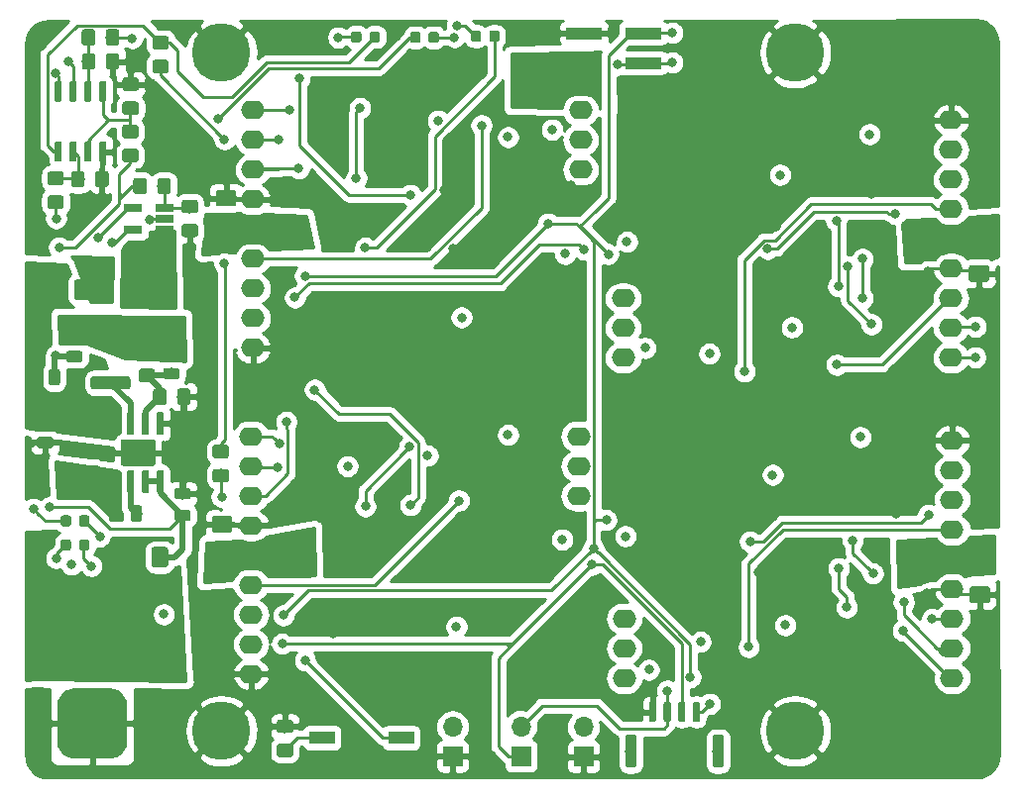
<source format=gbr>
G04 #@! TF.GenerationSoftware,KiCad,Pcbnew,(5.1.4)-1*
G04 #@! TF.CreationDate,2020-03-01T22:40:11-05:00*
G04 #@! TF.ProjectId,FPVRaceTimer,46505652-6163-4655-9469-6d65722e6b69,rev?*
G04 #@! TF.SameCoordinates,Original*
G04 #@! TF.FileFunction,Copper,L1,Top*
G04 #@! TF.FilePolarity,Positive*
%FSLAX46Y46*%
G04 Gerber Fmt 4.6, Leading zero omitted, Abs format (unit mm)*
G04 Created by KiCad (PCBNEW (5.1.4)-1) date 2020-03-01 22:40:11*
%MOMM*%
%LPD*%
G04 APERTURE LIST*
%ADD10O,2.000000X1.600000*%
%ADD11C,0.100000*%
%ADD12C,0.975000*%
%ADD13C,0.875000*%
%ADD14C,1.425000*%
%ADD15C,0.800000*%
%ADD16C,5.000000*%
%ADD17O,1.700000X1.700000*%
%ADD18R,1.700000X1.700000*%
%ADD19C,1.125000*%
%ADD20C,1.150000*%
%ADD21C,0.600000*%
%ADD22C,6.000000*%
%ADD23R,3.150000X1.000000*%
%ADD24C,1.000000*%
%ADD25R,2.160000X1.120000*%
%ADD26R,1.560000X0.650000*%
%ADD27C,2.290000*%
%ADD28C,0.500000*%
%ADD29C,0.500000*%
%ADD30C,0.250000*%
%ADD31C,1.000000*%
%ADD32C,0.254000*%
G04 APERTURE END LIST*
D10*
X102293420Y-82768440D03*
X102293420Y-85308440D03*
X102293420Y-87848440D03*
X102293420Y-90388440D03*
X102293420Y-92928440D03*
X102293420Y-95468440D03*
X102293420Y-98008440D03*
X102293420Y-100548440D03*
X102293420Y-103088440D03*
X74293420Y-103088440D03*
X74293420Y-100548440D03*
X74293420Y-98008440D03*
D11*
G36*
X25422942Y-107976274D02*
G01*
X25446603Y-107979784D01*
X25469807Y-107985596D01*
X25492329Y-107993654D01*
X25513953Y-108003882D01*
X25534470Y-108016179D01*
X25553683Y-108030429D01*
X25571407Y-108046493D01*
X25587471Y-108064217D01*
X25601721Y-108083430D01*
X25614018Y-108103947D01*
X25624246Y-108125571D01*
X25632304Y-108148093D01*
X25638116Y-108171297D01*
X25641626Y-108194958D01*
X25642800Y-108218850D01*
X25642800Y-108706350D01*
X25641626Y-108730242D01*
X25638116Y-108753903D01*
X25632304Y-108777107D01*
X25624246Y-108799629D01*
X25614018Y-108821253D01*
X25601721Y-108841770D01*
X25587471Y-108860983D01*
X25571407Y-108878707D01*
X25553683Y-108894771D01*
X25534470Y-108909021D01*
X25513953Y-108921318D01*
X25492329Y-108931546D01*
X25469807Y-108939604D01*
X25446603Y-108945416D01*
X25422942Y-108948926D01*
X25399050Y-108950100D01*
X24486550Y-108950100D01*
X24462658Y-108948926D01*
X24438997Y-108945416D01*
X24415793Y-108939604D01*
X24393271Y-108931546D01*
X24371647Y-108921318D01*
X24351130Y-108909021D01*
X24331917Y-108894771D01*
X24314193Y-108878707D01*
X24298129Y-108860983D01*
X24283879Y-108841770D01*
X24271582Y-108821253D01*
X24261354Y-108799629D01*
X24253296Y-108777107D01*
X24247484Y-108753903D01*
X24243974Y-108730242D01*
X24242800Y-108706350D01*
X24242800Y-108218850D01*
X24243974Y-108194958D01*
X24247484Y-108171297D01*
X24253296Y-108148093D01*
X24261354Y-108125571D01*
X24271582Y-108103947D01*
X24283879Y-108083430D01*
X24298129Y-108064217D01*
X24314193Y-108046493D01*
X24331917Y-108030429D01*
X24351130Y-108016179D01*
X24371647Y-108003882D01*
X24393271Y-107993654D01*
X24415793Y-107985596D01*
X24438997Y-107979784D01*
X24462658Y-107976274D01*
X24486550Y-107975100D01*
X25399050Y-107975100D01*
X25422942Y-107976274D01*
X25422942Y-107976274D01*
G37*
D12*
X24942800Y-108462600D03*
D11*
G36*
X25422942Y-109851274D02*
G01*
X25446603Y-109854784D01*
X25469807Y-109860596D01*
X25492329Y-109868654D01*
X25513953Y-109878882D01*
X25534470Y-109891179D01*
X25553683Y-109905429D01*
X25571407Y-109921493D01*
X25587471Y-109939217D01*
X25601721Y-109958430D01*
X25614018Y-109978947D01*
X25624246Y-110000571D01*
X25632304Y-110023093D01*
X25638116Y-110046297D01*
X25641626Y-110069958D01*
X25642800Y-110093850D01*
X25642800Y-110581350D01*
X25641626Y-110605242D01*
X25638116Y-110628903D01*
X25632304Y-110652107D01*
X25624246Y-110674629D01*
X25614018Y-110696253D01*
X25601721Y-110716770D01*
X25587471Y-110735983D01*
X25571407Y-110753707D01*
X25553683Y-110769771D01*
X25534470Y-110784021D01*
X25513953Y-110796318D01*
X25492329Y-110806546D01*
X25469807Y-110814604D01*
X25446603Y-110820416D01*
X25422942Y-110823926D01*
X25399050Y-110825100D01*
X24486550Y-110825100D01*
X24462658Y-110823926D01*
X24438997Y-110820416D01*
X24415793Y-110814604D01*
X24393271Y-110806546D01*
X24371647Y-110796318D01*
X24351130Y-110784021D01*
X24331917Y-110769771D01*
X24314193Y-110753707D01*
X24298129Y-110735983D01*
X24283879Y-110716770D01*
X24271582Y-110696253D01*
X24261354Y-110674629D01*
X24253296Y-110652107D01*
X24247484Y-110628903D01*
X24243974Y-110605242D01*
X24242800Y-110581350D01*
X24242800Y-110093850D01*
X24243974Y-110069958D01*
X24247484Y-110046297D01*
X24253296Y-110023093D01*
X24261354Y-110000571D01*
X24271582Y-109978947D01*
X24283879Y-109958430D01*
X24298129Y-109939217D01*
X24314193Y-109921493D01*
X24331917Y-109905429D01*
X24351130Y-109891179D01*
X24371647Y-109878882D01*
X24393271Y-109868654D01*
X24415793Y-109860596D01*
X24438997Y-109854784D01*
X24462658Y-109851274D01*
X24486550Y-109850100D01*
X25399050Y-109850100D01*
X25422942Y-109851274D01*
X25422942Y-109851274D01*
G37*
D12*
X24942800Y-110337600D03*
D11*
G36*
X33008242Y-115709374D02*
G01*
X33031903Y-115712884D01*
X33055107Y-115718696D01*
X33077629Y-115726754D01*
X33099253Y-115736982D01*
X33119770Y-115749279D01*
X33138983Y-115763529D01*
X33156707Y-115779593D01*
X33172771Y-115797317D01*
X33187021Y-115816530D01*
X33199318Y-115837047D01*
X33209546Y-115858671D01*
X33217604Y-115881193D01*
X33223416Y-115904397D01*
X33226926Y-115928058D01*
X33228100Y-115951950D01*
X33228100Y-116864450D01*
X33226926Y-116888342D01*
X33223416Y-116912003D01*
X33217604Y-116935207D01*
X33209546Y-116957729D01*
X33199318Y-116979353D01*
X33187021Y-116999870D01*
X33172771Y-117019083D01*
X33156707Y-117036807D01*
X33138983Y-117052871D01*
X33119770Y-117067121D01*
X33099253Y-117079418D01*
X33077629Y-117089646D01*
X33055107Y-117097704D01*
X33031903Y-117103516D01*
X33008242Y-117107026D01*
X32984350Y-117108200D01*
X32496850Y-117108200D01*
X32472958Y-117107026D01*
X32449297Y-117103516D01*
X32426093Y-117097704D01*
X32403571Y-117089646D01*
X32381947Y-117079418D01*
X32361430Y-117067121D01*
X32342217Y-117052871D01*
X32324493Y-117036807D01*
X32308429Y-117019083D01*
X32294179Y-116999870D01*
X32281882Y-116979353D01*
X32271654Y-116957729D01*
X32263596Y-116935207D01*
X32257784Y-116912003D01*
X32254274Y-116888342D01*
X32253100Y-116864450D01*
X32253100Y-115951950D01*
X32254274Y-115928058D01*
X32257784Y-115904397D01*
X32263596Y-115881193D01*
X32271654Y-115858671D01*
X32281882Y-115837047D01*
X32294179Y-115816530D01*
X32308429Y-115797317D01*
X32324493Y-115779593D01*
X32342217Y-115763529D01*
X32361430Y-115749279D01*
X32381947Y-115736982D01*
X32403571Y-115726754D01*
X32426093Y-115718696D01*
X32449297Y-115712884D01*
X32472958Y-115709374D01*
X32496850Y-115708200D01*
X32984350Y-115708200D01*
X33008242Y-115709374D01*
X33008242Y-115709374D01*
G37*
D12*
X32740600Y-116408200D03*
D11*
G36*
X31133242Y-115709374D02*
G01*
X31156903Y-115712884D01*
X31180107Y-115718696D01*
X31202629Y-115726754D01*
X31224253Y-115736982D01*
X31244770Y-115749279D01*
X31263983Y-115763529D01*
X31281707Y-115779593D01*
X31297771Y-115797317D01*
X31312021Y-115816530D01*
X31324318Y-115837047D01*
X31334546Y-115858671D01*
X31342604Y-115881193D01*
X31348416Y-115904397D01*
X31351926Y-115928058D01*
X31353100Y-115951950D01*
X31353100Y-116864450D01*
X31351926Y-116888342D01*
X31348416Y-116912003D01*
X31342604Y-116935207D01*
X31334546Y-116957729D01*
X31324318Y-116979353D01*
X31312021Y-116999870D01*
X31297771Y-117019083D01*
X31281707Y-117036807D01*
X31263983Y-117052871D01*
X31244770Y-117067121D01*
X31224253Y-117079418D01*
X31202629Y-117089646D01*
X31180107Y-117097704D01*
X31156903Y-117103516D01*
X31133242Y-117107026D01*
X31109350Y-117108200D01*
X30621850Y-117108200D01*
X30597958Y-117107026D01*
X30574297Y-117103516D01*
X30551093Y-117097704D01*
X30528571Y-117089646D01*
X30506947Y-117079418D01*
X30486430Y-117067121D01*
X30467217Y-117052871D01*
X30449493Y-117036807D01*
X30433429Y-117019083D01*
X30419179Y-116999870D01*
X30406882Y-116979353D01*
X30396654Y-116957729D01*
X30388596Y-116935207D01*
X30382784Y-116912003D01*
X30379274Y-116888342D01*
X30378100Y-116864450D01*
X30378100Y-115951950D01*
X30379274Y-115928058D01*
X30382784Y-115904397D01*
X30388596Y-115881193D01*
X30396654Y-115858671D01*
X30406882Y-115837047D01*
X30419179Y-115816530D01*
X30433429Y-115797317D01*
X30449493Y-115779593D01*
X30467217Y-115763529D01*
X30486430Y-115749279D01*
X30506947Y-115736982D01*
X30528571Y-115726754D01*
X30551093Y-115718696D01*
X30574297Y-115712884D01*
X30597958Y-115709374D01*
X30621850Y-115708200D01*
X31109350Y-115708200D01*
X31133242Y-115709374D01*
X31133242Y-115709374D01*
G37*
D12*
X30865600Y-116408200D03*
D11*
G36*
X37157742Y-114222374D02*
G01*
X37181403Y-114225884D01*
X37204607Y-114231696D01*
X37227129Y-114239754D01*
X37248753Y-114249982D01*
X37269270Y-114262279D01*
X37288483Y-114276529D01*
X37306207Y-114292593D01*
X37322271Y-114310317D01*
X37336521Y-114329530D01*
X37348818Y-114350047D01*
X37359046Y-114371671D01*
X37367104Y-114394193D01*
X37372916Y-114417397D01*
X37376426Y-114441058D01*
X37377600Y-114464950D01*
X37377600Y-114952450D01*
X37376426Y-114976342D01*
X37372916Y-115000003D01*
X37367104Y-115023207D01*
X37359046Y-115045729D01*
X37348818Y-115067353D01*
X37336521Y-115087870D01*
X37322271Y-115107083D01*
X37306207Y-115124807D01*
X37288483Y-115140871D01*
X37269270Y-115155121D01*
X37248753Y-115167418D01*
X37227129Y-115177646D01*
X37204607Y-115185704D01*
X37181403Y-115191516D01*
X37157742Y-115195026D01*
X37133850Y-115196200D01*
X36221350Y-115196200D01*
X36197458Y-115195026D01*
X36173797Y-115191516D01*
X36150593Y-115185704D01*
X36128071Y-115177646D01*
X36106447Y-115167418D01*
X36085930Y-115155121D01*
X36066717Y-115140871D01*
X36048993Y-115124807D01*
X36032929Y-115107083D01*
X36018679Y-115087870D01*
X36006382Y-115067353D01*
X35996154Y-115045729D01*
X35988096Y-115023207D01*
X35982284Y-115000003D01*
X35978774Y-114976342D01*
X35977600Y-114952450D01*
X35977600Y-114464950D01*
X35978774Y-114441058D01*
X35982284Y-114417397D01*
X35988096Y-114394193D01*
X35996154Y-114371671D01*
X36006382Y-114350047D01*
X36018679Y-114329530D01*
X36032929Y-114310317D01*
X36048993Y-114292593D01*
X36066717Y-114276529D01*
X36085930Y-114262279D01*
X36106447Y-114249982D01*
X36128071Y-114239754D01*
X36150593Y-114231696D01*
X36173797Y-114225884D01*
X36197458Y-114222374D01*
X36221350Y-114221200D01*
X37133850Y-114221200D01*
X37157742Y-114222374D01*
X37157742Y-114222374D01*
G37*
D12*
X36677600Y-114708700D03*
D11*
G36*
X37157742Y-116097374D02*
G01*
X37181403Y-116100884D01*
X37204607Y-116106696D01*
X37227129Y-116114754D01*
X37248753Y-116124982D01*
X37269270Y-116137279D01*
X37288483Y-116151529D01*
X37306207Y-116167593D01*
X37322271Y-116185317D01*
X37336521Y-116204530D01*
X37348818Y-116225047D01*
X37359046Y-116246671D01*
X37367104Y-116269193D01*
X37372916Y-116292397D01*
X37376426Y-116316058D01*
X37377600Y-116339950D01*
X37377600Y-116827450D01*
X37376426Y-116851342D01*
X37372916Y-116875003D01*
X37367104Y-116898207D01*
X37359046Y-116920729D01*
X37348818Y-116942353D01*
X37336521Y-116962870D01*
X37322271Y-116982083D01*
X37306207Y-116999807D01*
X37288483Y-117015871D01*
X37269270Y-117030121D01*
X37248753Y-117042418D01*
X37227129Y-117052646D01*
X37204607Y-117060704D01*
X37181403Y-117066516D01*
X37157742Y-117070026D01*
X37133850Y-117071200D01*
X36221350Y-117071200D01*
X36197458Y-117070026D01*
X36173797Y-117066516D01*
X36150593Y-117060704D01*
X36128071Y-117052646D01*
X36106447Y-117042418D01*
X36085930Y-117030121D01*
X36066717Y-117015871D01*
X36048993Y-116999807D01*
X36032929Y-116982083D01*
X36018679Y-116962870D01*
X36006382Y-116942353D01*
X35996154Y-116920729D01*
X35988096Y-116898207D01*
X35982284Y-116875003D01*
X35978774Y-116851342D01*
X35977600Y-116827450D01*
X35977600Y-116339950D01*
X35978774Y-116316058D01*
X35982284Y-116292397D01*
X35988096Y-116269193D01*
X35996154Y-116246671D01*
X36006382Y-116225047D01*
X36018679Y-116204530D01*
X36032929Y-116185317D01*
X36048993Y-116167593D01*
X36066717Y-116151529D01*
X36085930Y-116137279D01*
X36106447Y-116124982D01*
X36128071Y-116114754D01*
X36150593Y-116106696D01*
X36173797Y-116100884D01*
X36197458Y-116097374D01*
X36221350Y-116096200D01*
X37133850Y-116096200D01*
X37157742Y-116097374D01*
X37157742Y-116097374D01*
G37*
D12*
X36677600Y-116583700D03*
D11*
G36*
X27867282Y-104063474D02*
G01*
X27890943Y-104066984D01*
X27914147Y-104072796D01*
X27936669Y-104080854D01*
X27958293Y-104091082D01*
X27978810Y-104103379D01*
X27998023Y-104117629D01*
X28015747Y-104133693D01*
X28031811Y-104151417D01*
X28046061Y-104170630D01*
X28058358Y-104191147D01*
X28068586Y-104212771D01*
X28076644Y-104235293D01*
X28082456Y-104258497D01*
X28085966Y-104282158D01*
X28087140Y-104306050D01*
X28087140Y-105218550D01*
X28085966Y-105242442D01*
X28082456Y-105266103D01*
X28076644Y-105289307D01*
X28068586Y-105311829D01*
X28058358Y-105333453D01*
X28046061Y-105353970D01*
X28031811Y-105373183D01*
X28015747Y-105390907D01*
X27998023Y-105406971D01*
X27978810Y-105421221D01*
X27958293Y-105433518D01*
X27936669Y-105443746D01*
X27914147Y-105451804D01*
X27890943Y-105457616D01*
X27867282Y-105461126D01*
X27843390Y-105462300D01*
X27355890Y-105462300D01*
X27331998Y-105461126D01*
X27308337Y-105457616D01*
X27285133Y-105451804D01*
X27262611Y-105443746D01*
X27240987Y-105433518D01*
X27220470Y-105421221D01*
X27201257Y-105406971D01*
X27183533Y-105390907D01*
X27167469Y-105373183D01*
X27153219Y-105353970D01*
X27140922Y-105333453D01*
X27130694Y-105311829D01*
X27122636Y-105289307D01*
X27116824Y-105266103D01*
X27113314Y-105242442D01*
X27112140Y-105218550D01*
X27112140Y-104306050D01*
X27113314Y-104282158D01*
X27116824Y-104258497D01*
X27122636Y-104235293D01*
X27130694Y-104212771D01*
X27140922Y-104191147D01*
X27153219Y-104170630D01*
X27167469Y-104151417D01*
X27183533Y-104133693D01*
X27201257Y-104117629D01*
X27220470Y-104103379D01*
X27240987Y-104091082D01*
X27262611Y-104080854D01*
X27285133Y-104072796D01*
X27308337Y-104066984D01*
X27331998Y-104063474D01*
X27355890Y-104062300D01*
X27843390Y-104062300D01*
X27867282Y-104063474D01*
X27867282Y-104063474D01*
G37*
D12*
X27599640Y-104762300D03*
D11*
G36*
X25992282Y-104063474D02*
G01*
X26015943Y-104066984D01*
X26039147Y-104072796D01*
X26061669Y-104080854D01*
X26083293Y-104091082D01*
X26103810Y-104103379D01*
X26123023Y-104117629D01*
X26140747Y-104133693D01*
X26156811Y-104151417D01*
X26171061Y-104170630D01*
X26183358Y-104191147D01*
X26193586Y-104212771D01*
X26201644Y-104235293D01*
X26207456Y-104258497D01*
X26210966Y-104282158D01*
X26212140Y-104306050D01*
X26212140Y-105218550D01*
X26210966Y-105242442D01*
X26207456Y-105266103D01*
X26201644Y-105289307D01*
X26193586Y-105311829D01*
X26183358Y-105333453D01*
X26171061Y-105353970D01*
X26156811Y-105373183D01*
X26140747Y-105390907D01*
X26123023Y-105406971D01*
X26103810Y-105421221D01*
X26083293Y-105433518D01*
X26061669Y-105443746D01*
X26039147Y-105451804D01*
X26015943Y-105457616D01*
X25992282Y-105461126D01*
X25968390Y-105462300D01*
X25480890Y-105462300D01*
X25456998Y-105461126D01*
X25433337Y-105457616D01*
X25410133Y-105451804D01*
X25387611Y-105443746D01*
X25365987Y-105433518D01*
X25345470Y-105421221D01*
X25326257Y-105406971D01*
X25308533Y-105390907D01*
X25292469Y-105373183D01*
X25278219Y-105353970D01*
X25265922Y-105333453D01*
X25255694Y-105311829D01*
X25247636Y-105289307D01*
X25241824Y-105266103D01*
X25238314Y-105242442D01*
X25237140Y-105218550D01*
X25237140Y-104306050D01*
X25238314Y-104282158D01*
X25241824Y-104258497D01*
X25247636Y-104235293D01*
X25255694Y-104212771D01*
X25265922Y-104191147D01*
X25278219Y-104170630D01*
X25292469Y-104151417D01*
X25308533Y-104133693D01*
X25326257Y-104117629D01*
X25345470Y-104103379D01*
X25365987Y-104091082D01*
X25387611Y-104080854D01*
X25410133Y-104072796D01*
X25433337Y-104066984D01*
X25456998Y-104063474D01*
X25480890Y-104062300D01*
X25968390Y-104062300D01*
X25992282Y-104063474D01*
X25992282Y-104063474D01*
G37*
D12*
X25724640Y-104762300D03*
D11*
G36*
X36192542Y-102083474D02*
G01*
X36216203Y-102086984D01*
X36239407Y-102092796D01*
X36261929Y-102100854D01*
X36283553Y-102111082D01*
X36304070Y-102123379D01*
X36323283Y-102137629D01*
X36341007Y-102153693D01*
X36357071Y-102171417D01*
X36371321Y-102190630D01*
X36383618Y-102211147D01*
X36393846Y-102232771D01*
X36401904Y-102255293D01*
X36407716Y-102278497D01*
X36411226Y-102302158D01*
X36412400Y-102326050D01*
X36412400Y-102813550D01*
X36411226Y-102837442D01*
X36407716Y-102861103D01*
X36401904Y-102884307D01*
X36393846Y-102906829D01*
X36383618Y-102928453D01*
X36371321Y-102948970D01*
X36357071Y-102968183D01*
X36341007Y-102985907D01*
X36323283Y-103001971D01*
X36304070Y-103016221D01*
X36283553Y-103028518D01*
X36261929Y-103038746D01*
X36239407Y-103046804D01*
X36216203Y-103052616D01*
X36192542Y-103056126D01*
X36168650Y-103057300D01*
X35256150Y-103057300D01*
X35232258Y-103056126D01*
X35208597Y-103052616D01*
X35185393Y-103046804D01*
X35162871Y-103038746D01*
X35141247Y-103028518D01*
X35120730Y-103016221D01*
X35101517Y-103001971D01*
X35083793Y-102985907D01*
X35067729Y-102968183D01*
X35053479Y-102948970D01*
X35041182Y-102928453D01*
X35030954Y-102906829D01*
X35022896Y-102884307D01*
X35017084Y-102861103D01*
X35013574Y-102837442D01*
X35012400Y-102813550D01*
X35012400Y-102326050D01*
X35013574Y-102302158D01*
X35017084Y-102278497D01*
X35022896Y-102255293D01*
X35030954Y-102232771D01*
X35041182Y-102211147D01*
X35053479Y-102190630D01*
X35067729Y-102171417D01*
X35083793Y-102153693D01*
X35101517Y-102137629D01*
X35120730Y-102123379D01*
X35141247Y-102111082D01*
X35162871Y-102100854D01*
X35185393Y-102092796D01*
X35208597Y-102086984D01*
X35232258Y-102083474D01*
X35256150Y-102082300D01*
X36168650Y-102082300D01*
X36192542Y-102083474D01*
X36192542Y-102083474D01*
G37*
D12*
X35712400Y-102569800D03*
D11*
G36*
X36192542Y-103958474D02*
G01*
X36216203Y-103961984D01*
X36239407Y-103967796D01*
X36261929Y-103975854D01*
X36283553Y-103986082D01*
X36304070Y-103998379D01*
X36323283Y-104012629D01*
X36341007Y-104028693D01*
X36357071Y-104046417D01*
X36371321Y-104065630D01*
X36383618Y-104086147D01*
X36393846Y-104107771D01*
X36401904Y-104130293D01*
X36407716Y-104153497D01*
X36411226Y-104177158D01*
X36412400Y-104201050D01*
X36412400Y-104688550D01*
X36411226Y-104712442D01*
X36407716Y-104736103D01*
X36401904Y-104759307D01*
X36393846Y-104781829D01*
X36383618Y-104803453D01*
X36371321Y-104823970D01*
X36357071Y-104843183D01*
X36341007Y-104860907D01*
X36323283Y-104876971D01*
X36304070Y-104891221D01*
X36283553Y-104903518D01*
X36261929Y-104913746D01*
X36239407Y-104921804D01*
X36216203Y-104927616D01*
X36192542Y-104931126D01*
X36168650Y-104932300D01*
X35256150Y-104932300D01*
X35232258Y-104931126D01*
X35208597Y-104927616D01*
X35185393Y-104921804D01*
X35162871Y-104913746D01*
X35141247Y-104903518D01*
X35120730Y-104891221D01*
X35101517Y-104876971D01*
X35083793Y-104860907D01*
X35067729Y-104843183D01*
X35053479Y-104823970D01*
X35041182Y-104803453D01*
X35030954Y-104781829D01*
X35022896Y-104759307D01*
X35017084Y-104736103D01*
X35013574Y-104712442D01*
X35012400Y-104688550D01*
X35012400Y-104201050D01*
X35013574Y-104177158D01*
X35017084Y-104153497D01*
X35022896Y-104130293D01*
X35030954Y-104107771D01*
X35041182Y-104086147D01*
X35053479Y-104065630D01*
X35067729Y-104046417D01*
X35083793Y-104028693D01*
X35101517Y-104012629D01*
X35120730Y-103998379D01*
X35141247Y-103986082D01*
X35162871Y-103975854D01*
X35185393Y-103967796D01*
X35208597Y-103961984D01*
X35232258Y-103958474D01*
X35256150Y-103957300D01*
X36168650Y-103957300D01*
X36192542Y-103958474D01*
X36192542Y-103958474D01*
G37*
D12*
X35712400Y-104444800D03*
D11*
G36*
X27912142Y-102508374D02*
G01*
X27935803Y-102511884D01*
X27959007Y-102517696D01*
X27981529Y-102525754D01*
X28003153Y-102535982D01*
X28023670Y-102548279D01*
X28042883Y-102562529D01*
X28060607Y-102578593D01*
X28076671Y-102596317D01*
X28090921Y-102615530D01*
X28103218Y-102636047D01*
X28113446Y-102657671D01*
X28121504Y-102680193D01*
X28127316Y-102703397D01*
X28130826Y-102727058D01*
X28132000Y-102750950D01*
X28132000Y-103238450D01*
X28130826Y-103262342D01*
X28127316Y-103286003D01*
X28121504Y-103309207D01*
X28113446Y-103331729D01*
X28103218Y-103353353D01*
X28090921Y-103373870D01*
X28076671Y-103393083D01*
X28060607Y-103410807D01*
X28042883Y-103426871D01*
X28023670Y-103441121D01*
X28003153Y-103453418D01*
X27981529Y-103463646D01*
X27959007Y-103471704D01*
X27935803Y-103477516D01*
X27912142Y-103481026D01*
X27888250Y-103482200D01*
X26975750Y-103482200D01*
X26951858Y-103481026D01*
X26928197Y-103477516D01*
X26904993Y-103471704D01*
X26882471Y-103463646D01*
X26860847Y-103453418D01*
X26840330Y-103441121D01*
X26821117Y-103426871D01*
X26803393Y-103410807D01*
X26787329Y-103393083D01*
X26773079Y-103373870D01*
X26760782Y-103353353D01*
X26750554Y-103331729D01*
X26742496Y-103309207D01*
X26736684Y-103286003D01*
X26733174Y-103262342D01*
X26732000Y-103238450D01*
X26732000Y-102750950D01*
X26733174Y-102727058D01*
X26736684Y-102703397D01*
X26742496Y-102680193D01*
X26750554Y-102657671D01*
X26760782Y-102636047D01*
X26773079Y-102615530D01*
X26787329Y-102596317D01*
X26803393Y-102578593D01*
X26821117Y-102562529D01*
X26840330Y-102548279D01*
X26860847Y-102535982D01*
X26882471Y-102525754D01*
X26904993Y-102517696D01*
X26928197Y-102511884D01*
X26951858Y-102508374D01*
X26975750Y-102507200D01*
X27888250Y-102507200D01*
X27912142Y-102508374D01*
X27912142Y-102508374D01*
G37*
D12*
X27432000Y-102994700D03*
D11*
G36*
X27912142Y-100633374D02*
G01*
X27935803Y-100636884D01*
X27959007Y-100642696D01*
X27981529Y-100650754D01*
X28003153Y-100660982D01*
X28023670Y-100673279D01*
X28042883Y-100687529D01*
X28060607Y-100703593D01*
X28076671Y-100721317D01*
X28090921Y-100740530D01*
X28103218Y-100761047D01*
X28113446Y-100782671D01*
X28121504Y-100805193D01*
X28127316Y-100828397D01*
X28130826Y-100852058D01*
X28132000Y-100875950D01*
X28132000Y-101363450D01*
X28130826Y-101387342D01*
X28127316Y-101411003D01*
X28121504Y-101434207D01*
X28113446Y-101456729D01*
X28103218Y-101478353D01*
X28090921Y-101498870D01*
X28076671Y-101518083D01*
X28060607Y-101535807D01*
X28042883Y-101551871D01*
X28023670Y-101566121D01*
X28003153Y-101578418D01*
X27981529Y-101588646D01*
X27959007Y-101596704D01*
X27935803Y-101602516D01*
X27912142Y-101606026D01*
X27888250Y-101607200D01*
X26975750Y-101607200D01*
X26951858Y-101606026D01*
X26928197Y-101602516D01*
X26904993Y-101596704D01*
X26882471Y-101588646D01*
X26860847Y-101578418D01*
X26840330Y-101566121D01*
X26821117Y-101551871D01*
X26803393Y-101535807D01*
X26787329Y-101518083D01*
X26773079Y-101498870D01*
X26760782Y-101478353D01*
X26750554Y-101456729D01*
X26742496Y-101434207D01*
X26736684Y-101411003D01*
X26733174Y-101387342D01*
X26732000Y-101363450D01*
X26732000Y-100875950D01*
X26733174Y-100852058D01*
X26736684Y-100828397D01*
X26742496Y-100805193D01*
X26750554Y-100782671D01*
X26760782Y-100761047D01*
X26773079Y-100740530D01*
X26787329Y-100721317D01*
X26803393Y-100703593D01*
X26821117Y-100687529D01*
X26840330Y-100673279D01*
X26860847Y-100660982D01*
X26882471Y-100650754D01*
X26904993Y-100642696D01*
X26928197Y-100636884D01*
X26951858Y-100633374D01*
X26975750Y-100632200D01*
X27888250Y-100632200D01*
X27912142Y-100633374D01*
X27912142Y-100633374D01*
G37*
D12*
X27432000Y-101119700D03*
D11*
G36*
X56795831Y-75223133D02*
G01*
X56817066Y-75226283D01*
X56837890Y-75231499D01*
X56858102Y-75238731D01*
X56877508Y-75247910D01*
X56895921Y-75258946D01*
X56913164Y-75271734D01*
X56929070Y-75286150D01*
X56943486Y-75302056D01*
X56956274Y-75319299D01*
X56967310Y-75337712D01*
X56976489Y-75357118D01*
X56983721Y-75377330D01*
X56988937Y-75398154D01*
X56992087Y-75419389D01*
X56993140Y-75440830D01*
X56993140Y-75953330D01*
X56992087Y-75974771D01*
X56988937Y-75996006D01*
X56983721Y-76016830D01*
X56976489Y-76037042D01*
X56967310Y-76056448D01*
X56956274Y-76074861D01*
X56943486Y-76092104D01*
X56929070Y-76108010D01*
X56913164Y-76122426D01*
X56895921Y-76135214D01*
X56877508Y-76146250D01*
X56858102Y-76155429D01*
X56837890Y-76162661D01*
X56817066Y-76167877D01*
X56795831Y-76171027D01*
X56774390Y-76172080D01*
X56336890Y-76172080D01*
X56315449Y-76171027D01*
X56294214Y-76167877D01*
X56273390Y-76162661D01*
X56253178Y-76155429D01*
X56233772Y-76146250D01*
X56215359Y-76135214D01*
X56198116Y-76122426D01*
X56182210Y-76108010D01*
X56167794Y-76092104D01*
X56155006Y-76074861D01*
X56143970Y-76056448D01*
X56134791Y-76037042D01*
X56127559Y-76016830D01*
X56122343Y-75996006D01*
X56119193Y-75974771D01*
X56118140Y-75953330D01*
X56118140Y-75440830D01*
X56119193Y-75419389D01*
X56122343Y-75398154D01*
X56127559Y-75377330D01*
X56134791Y-75357118D01*
X56143970Y-75337712D01*
X56155006Y-75319299D01*
X56167794Y-75302056D01*
X56182210Y-75286150D01*
X56198116Y-75271734D01*
X56215359Y-75258946D01*
X56233772Y-75247910D01*
X56253178Y-75238731D01*
X56273390Y-75231499D01*
X56294214Y-75226283D01*
X56315449Y-75223133D01*
X56336890Y-75222080D01*
X56774390Y-75222080D01*
X56795831Y-75223133D01*
X56795831Y-75223133D01*
G37*
D13*
X56555640Y-75697080D03*
D11*
G36*
X58370831Y-75223133D02*
G01*
X58392066Y-75226283D01*
X58412890Y-75231499D01*
X58433102Y-75238731D01*
X58452508Y-75247910D01*
X58470921Y-75258946D01*
X58488164Y-75271734D01*
X58504070Y-75286150D01*
X58518486Y-75302056D01*
X58531274Y-75319299D01*
X58542310Y-75337712D01*
X58551489Y-75357118D01*
X58558721Y-75377330D01*
X58563937Y-75398154D01*
X58567087Y-75419389D01*
X58568140Y-75440830D01*
X58568140Y-75953330D01*
X58567087Y-75974771D01*
X58563937Y-75996006D01*
X58558721Y-76016830D01*
X58551489Y-76037042D01*
X58542310Y-76056448D01*
X58531274Y-76074861D01*
X58518486Y-76092104D01*
X58504070Y-76108010D01*
X58488164Y-76122426D01*
X58470921Y-76135214D01*
X58452508Y-76146250D01*
X58433102Y-76155429D01*
X58412890Y-76162661D01*
X58392066Y-76167877D01*
X58370831Y-76171027D01*
X58349390Y-76172080D01*
X57911890Y-76172080D01*
X57890449Y-76171027D01*
X57869214Y-76167877D01*
X57848390Y-76162661D01*
X57828178Y-76155429D01*
X57808772Y-76146250D01*
X57790359Y-76135214D01*
X57773116Y-76122426D01*
X57757210Y-76108010D01*
X57742794Y-76092104D01*
X57730006Y-76074861D01*
X57718970Y-76056448D01*
X57709791Y-76037042D01*
X57702559Y-76016830D01*
X57697343Y-75996006D01*
X57694193Y-75974771D01*
X57693140Y-75953330D01*
X57693140Y-75440830D01*
X57694193Y-75419389D01*
X57697343Y-75398154D01*
X57702559Y-75377330D01*
X57709791Y-75357118D01*
X57718970Y-75337712D01*
X57730006Y-75319299D01*
X57742794Y-75302056D01*
X57757210Y-75286150D01*
X57773116Y-75271734D01*
X57790359Y-75258946D01*
X57808772Y-75247910D01*
X57828178Y-75238731D01*
X57848390Y-75231499D01*
X57869214Y-75226283D01*
X57890449Y-75223133D01*
X57911890Y-75222080D01*
X58349390Y-75222080D01*
X58370831Y-75223133D01*
X58370831Y-75223133D01*
G37*
D13*
X58130640Y-75697080D03*
D11*
G36*
X51751291Y-75182493D02*
G01*
X51772526Y-75185643D01*
X51793350Y-75190859D01*
X51813562Y-75198091D01*
X51832968Y-75207270D01*
X51851381Y-75218306D01*
X51868624Y-75231094D01*
X51884530Y-75245510D01*
X51898946Y-75261416D01*
X51911734Y-75278659D01*
X51922770Y-75297072D01*
X51931949Y-75316478D01*
X51939181Y-75336690D01*
X51944397Y-75357514D01*
X51947547Y-75378749D01*
X51948600Y-75400190D01*
X51948600Y-75912690D01*
X51947547Y-75934131D01*
X51944397Y-75955366D01*
X51939181Y-75976190D01*
X51931949Y-75996402D01*
X51922770Y-76015808D01*
X51911734Y-76034221D01*
X51898946Y-76051464D01*
X51884530Y-76067370D01*
X51868624Y-76081786D01*
X51851381Y-76094574D01*
X51832968Y-76105610D01*
X51813562Y-76114789D01*
X51793350Y-76122021D01*
X51772526Y-76127237D01*
X51751291Y-76130387D01*
X51729850Y-76131440D01*
X51292350Y-76131440D01*
X51270909Y-76130387D01*
X51249674Y-76127237D01*
X51228850Y-76122021D01*
X51208638Y-76114789D01*
X51189232Y-76105610D01*
X51170819Y-76094574D01*
X51153576Y-76081786D01*
X51137670Y-76067370D01*
X51123254Y-76051464D01*
X51110466Y-76034221D01*
X51099430Y-76015808D01*
X51090251Y-75996402D01*
X51083019Y-75976190D01*
X51077803Y-75955366D01*
X51074653Y-75934131D01*
X51073600Y-75912690D01*
X51073600Y-75400190D01*
X51074653Y-75378749D01*
X51077803Y-75357514D01*
X51083019Y-75336690D01*
X51090251Y-75316478D01*
X51099430Y-75297072D01*
X51110466Y-75278659D01*
X51123254Y-75261416D01*
X51137670Y-75245510D01*
X51153576Y-75231094D01*
X51170819Y-75218306D01*
X51189232Y-75207270D01*
X51208638Y-75198091D01*
X51228850Y-75190859D01*
X51249674Y-75185643D01*
X51270909Y-75182493D01*
X51292350Y-75181440D01*
X51729850Y-75181440D01*
X51751291Y-75182493D01*
X51751291Y-75182493D01*
G37*
D13*
X51511100Y-75656440D03*
D11*
G36*
X53326291Y-75182493D02*
G01*
X53347526Y-75185643D01*
X53368350Y-75190859D01*
X53388562Y-75198091D01*
X53407968Y-75207270D01*
X53426381Y-75218306D01*
X53443624Y-75231094D01*
X53459530Y-75245510D01*
X53473946Y-75261416D01*
X53486734Y-75278659D01*
X53497770Y-75297072D01*
X53506949Y-75316478D01*
X53514181Y-75336690D01*
X53519397Y-75357514D01*
X53522547Y-75378749D01*
X53523600Y-75400190D01*
X53523600Y-75912690D01*
X53522547Y-75934131D01*
X53519397Y-75955366D01*
X53514181Y-75976190D01*
X53506949Y-75996402D01*
X53497770Y-76015808D01*
X53486734Y-76034221D01*
X53473946Y-76051464D01*
X53459530Y-76067370D01*
X53443624Y-76081786D01*
X53426381Y-76094574D01*
X53407968Y-76105610D01*
X53388562Y-76114789D01*
X53368350Y-76122021D01*
X53347526Y-76127237D01*
X53326291Y-76130387D01*
X53304850Y-76131440D01*
X52867350Y-76131440D01*
X52845909Y-76130387D01*
X52824674Y-76127237D01*
X52803850Y-76122021D01*
X52783638Y-76114789D01*
X52764232Y-76105610D01*
X52745819Y-76094574D01*
X52728576Y-76081786D01*
X52712670Y-76067370D01*
X52698254Y-76051464D01*
X52685466Y-76034221D01*
X52674430Y-76015808D01*
X52665251Y-75996402D01*
X52658019Y-75976190D01*
X52652803Y-75955366D01*
X52649653Y-75934131D01*
X52648600Y-75912690D01*
X52648600Y-75400190D01*
X52649653Y-75378749D01*
X52652803Y-75357514D01*
X52658019Y-75336690D01*
X52665251Y-75316478D01*
X52674430Y-75297072D01*
X52685466Y-75278659D01*
X52698254Y-75261416D01*
X52712670Y-75245510D01*
X52728576Y-75231094D01*
X52745819Y-75218306D01*
X52764232Y-75207270D01*
X52783638Y-75198091D01*
X52803850Y-75190859D01*
X52824674Y-75185643D01*
X52845909Y-75182493D01*
X52867350Y-75181440D01*
X53304850Y-75181440D01*
X53326291Y-75182493D01*
X53326291Y-75182493D01*
G37*
D13*
X53086100Y-75656440D03*
D11*
G36*
X28518011Y-118631733D02*
G01*
X28539246Y-118634883D01*
X28560070Y-118640099D01*
X28580282Y-118647331D01*
X28599688Y-118656510D01*
X28618101Y-118667546D01*
X28635344Y-118680334D01*
X28651250Y-118694750D01*
X28665666Y-118710656D01*
X28678454Y-118727899D01*
X28689490Y-118746312D01*
X28698669Y-118765718D01*
X28705901Y-118785930D01*
X28711117Y-118806754D01*
X28714267Y-118827989D01*
X28715320Y-118849430D01*
X28715320Y-119361930D01*
X28714267Y-119383371D01*
X28711117Y-119404606D01*
X28705901Y-119425430D01*
X28698669Y-119445642D01*
X28689490Y-119465048D01*
X28678454Y-119483461D01*
X28665666Y-119500704D01*
X28651250Y-119516610D01*
X28635344Y-119531026D01*
X28618101Y-119543814D01*
X28599688Y-119554850D01*
X28580282Y-119564029D01*
X28560070Y-119571261D01*
X28539246Y-119576477D01*
X28518011Y-119579627D01*
X28496570Y-119580680D01*
X28059070Y-119580680D01*
X28037629Y-119579627D01*
X28016394Y-119576477D01*
X27995570Y-119571261D01*
X27975358Y-119564029D01*
X27955952Y-119554850D01*
X27937539Y-119543814D01*
X27920296Y-119531026D01*
X27904390Y-119516610D01*
X27889974Y-119500704D01*
X27877186Y-119483461D01*
X27866150Y-119465048D01*
X27856971Y-119445642D01*
X27849739Y-119425430D01*
X27844523Y-119404606D01*
X27841373Y-119383371D01*
X27840320Y-119361930D01*
X27840320Y-118849430D01*
X27841373Y-118827989D01*
X27844523Y-118806754D01*
X27849739Y-118785930D01*
X27856971Y-118765718D01*
X27866150Y-118746312D01*
X27877186Y-118727899D01*
X27889974Y-118710656D01*
X27904390Y-118694750D01*
X27920296Y-118680334D01*
X27937539Y-118667546D01*
X27955952Y-118656510D01*
X27975358Y-118647331D01*
X27995570Y-118640099D01*
X28016394Y-118634883D01*
X28037629Y-118631733D01*
X28059070Y-118630680D01*
X28496570Y-118630680D01*
X28518011Y-118631733D01*
X28518011Y-118631733D01*
G37*
D13*
X28277820Y-119105680D03*
D11*
G36*
X26943011Y-118631733D02*
G01*
X26964246Y-118634883D01*
X26985070Y-118640099D01*
X27005282Y-118647331D01*
X27024688Y-118656510D01*
X27043101Y-118667546D01*
X27060344Y-118680334D01*
X27076250Y-118694750D01*
X27090666Y-118710656D01*
X27103454Y-118727899D01*
X27114490Y-118746312D01*
X27123669Y-118765718D01*
X27130901Y-118785930D01*
X27136117Y-118806754D01*
X27139267Y-118827989D01*
X27140320Y-118849430D01*
X27140320Y-119361930D01*
X27139267Y-119383371D01*
X27136117Y-119404606D01*
X27130901Y-119425430D01*
X27123669Y-119445642D01*
X27114490Y-119465048D01*
X27103454Y-119483461D01*
X27090666Y-119500704D01*
X27076250Y-119516610D01*
X27060344Y-119531026D01*
X27043101Y-119543814D01*
X27024688Y-119554850D01*
X27005282Y-119564029D01*
X26985070Y-119571261D01*
X26964246Y-119576477D01*
X26943011Y-119579627D01*
X26921570Y-119580680D01*
X26484070Y-119580680D01*
X26462629Y-119579627D01*
X26441394Y-119576477D01*
X26420570Y-119571261D01*
X26400358Y-119564029D01*
X26380952Y-119554850D01*
X26362539Y-119543814D01*
X26345296Y-119531026D01*
X26329390Y-119516610D01*
X26314974Y-119500704D01*
X26302186Y-119483461D01*
X26291150Y-119465048D01*
X26281971Y-119445642D01*
X26274739Y-119425430D01*
X26269523Y-119404606D01*
X26266373Y-119383371D01*
X26265320Y-119361930D01*
X26265320Y-118849430D01*
X26266373Y-118827989D01*
X26269523Y-118806754D01*
X26274739Y-118785930D01*
X26281971Y-118765718D01*
X26291150Y-118746312D01*
X26302186Y-118727899D01*
X26314974Y-118710656D01*
X26329390Y-118694750D01*
X26345296Y-118680334D01*
X26362539Y-118667546D01*
X26380952Y-118656510D01*
X26400358Y-118647331D01*
X26420570Y-118640099D01*
X26441394Y-118634883D01*
X26462629Y-118631733D01*
X26484070Y-118630680D01*
X26921570Y-118630680D01*
X26943011Y-118631733D01*
X26943011Y-118631733D01*
G37*
D13*
X26702820Y-119105680D03*
D11*
G36*
X26948191Y-116569253D02*
G01*
X26969426Y-116572403D01*
X26990250Y-116577619D01*
X27010462Y-116584851D01*
X27029868Y-116594030D01*
X27048281Y-116605066D01*
X27065524Y-116617854D01*
X27081430Y-116632270D01*
X27095846Y-116648176D01*
X27108634Y-116665419D01*
X27119670Y-116683832D01*
X27128849Y-116703238D01*
X27136081Y-116723450D01*
X27141297Y-116744274D01*
X27144447Y-116765509D01*
X27145500Y-116786950D01*
X27145500Y-117299450D01*
X27144447Y-117320891D01*
X27141297Y-117342126D01*
X27136081Y-117362950D01*
X27128849Y-117383162D01*
X27119670Y-117402568D01*
X27108634Y-117420981D01*
X27095846Y-117438224D01*
X27081430Y-117454130D01*
X27065524Y-117468546D01*
X27048281Y-117481334D01*
X27029868Y-117492370D01*
X27010462Y-117501549D01*
X26990250Y-117508781D01*
X26969426Y-117513997D01*
X26948191Y-117517147D01*
X26926750Y-117518200D01*
X26489250Y-117518200D01*
X26467809Y-117517147D01*
X26446574Y-117513997D01*
X26425750Y-117508781D01*
X26405538Y-117501549D01*
X26386132Y-117492370D01*
X26367719Y-117481334D01*
X26350476Y-117468546D01*
X26334570Y-117454130D01*
X26320154Y-117438224D01*
X26307366Y-117420981D01*
X26296330Y-117402568D01*
X26287151Y-117383162D01*
X26279919Y-117362950D01*
X26274703Y-117342126D01*
X26271553Y-117320891D01*
X26270500Y-117299450D01*
X26270500Y-116786950D01*
X26271553Y-116765509D01*
X26274703Y-116744274D01*
X26279919Y-116723450D01*
X26287151Y-116703238D01*
X26296330Y-116683832D01*
X26307366Y-116665419D01*
X26320154Y-116648176D01*
X26334570Y-116632270D01*
X26350476Y-116617854D01*
X26367719Y-116605066D01*
X26386132Y-116594030D01*
X26405538Y-116584851D01*
X26425750Y-116577619D01*
X26446574Y-116572403D01*
X26467809Y-116569253D01*
X26489250Y-116568200D01*
X26926750Y-116568200D01*
X26948191Y-116569253D01*
X26948191Y-116569253D01*
G37*
D13*
X26708000Y-117043200D03*
D11*
G36*
X28523191Y-116569253D02*
G01*
X28544426Y-116572403D01*
X28565250Y-116577619D01*
X28585462Y-116584851D01*
X28604868Y-116594030D01*
X28623281Y-116605066D01*
X28640524Y-116617854D01*
X28656430Y-116632270D01*
X28670846Y-116648176D01*
X28683634Y-116665419D01*
X28694670Y-116683832D01*
X28703849Y-116703238D01*
X28711081Y-116723450D01*
X28716297Y-116744274D01*
X28719447Y-116765509D01*
X28720500Y-116786950D01*
X28720500Y-117299450D01*
X28719447Y-117320891D01*
X28716297Y-117342126D01*
X28711081Y-117362950D01*
X28703849Y-117383162D01*
X28694670Y-117402568D01*
X28683634Y-117420981D01*
X28670846Y-117438224D01*
X28656430Y-117454130D01*
X28640524Y-117468546D01*
X28623281Y-117481334D01*
X28604868Y-117492370D01*
X28585462Y-117501549D01*
X28565250Y-117508781D01*
X28544426Y-117513997D01*
X28523191Y-117517147D01*
X28501750Y-117518200D01*
X28064250Y-117518200D01*
X28042809Y-117517147D01*
X28021574Y-117513997D01*
X28000750Y-117508781D01*
X27980538Y-117501549D01*
X27961132Y-117492370D01*
X27942719Y-117481334D01*
X27925476Y-117468546D01*
X27909570Y-117454130D01*
X27895154Y-117438224D01*
X27882366Y-117420981D01*
X27871330Y-117402568D01*
X27862151Y-117383162D01*
X27854919Y-117362950D01*
X27849703Y-117342126D01*
X27846553Y-117320891D01*
X27845500Y-117299450D01*
X27845500Y-116786950D01*
X27846553Y-116765509D01*
X27849703Y-116744274D01*
X27854919Y-116723450D01*
X27862151Y-116703238D01*
X27871330Y-116683832D01*
X27882366Y-116665419D01*
X27895154Y-116648176D01*
X27909570Y-116632270D01*
X27925476Y-116617854D01*
X27942719Y-116605066D01*
X27961132Y-116594030D01*
X27980538Y-116584851D01*
X28000750Y-116577619D01*
X28021574Y-116572403D01*
X28042809Y-116569253D01*
X28064250Y-116568200D01*
X28501750Y-116568200D01*
X28523191Y-116569253D01*
X28523191Y-116569253D01*
G37*
D13*
X28283000Y-117043200D03*
D11*
G36*
X35212004Y-119268204D02*
G01*
X35236273Y-119271804D01*
X35260071Y-119277765D01*
X35283171Y-119286030D01*
X35305349Y-119296520D01*
X35326393Y-119309133D01*
X35346098Y-119323747D01*
X35364277Y-119340223D01*
X35380753Y-119358402D01*
X35395367Y-119378107D01*
X35407980Y-119399151D01*
X35418470Y-119421329D01*
X35426735Y-119444429D01*
X35432696Y-119468227D01*
X35436296Y-119492496D01*
X35437500Y-119517000D01*
X35437500Y-120767000D01*
X35436296Y-120791504D01*
X35432696Y-120815773D01*
X35426735Y-120839571D01*
X35418470Y-120862671D01*
X35407980Y-120884849D01*
X35395367Y-120905893D01*
X35380753Y-120925598D01*
X35364277Y-120943777D01*
X35346098Y-120960253D01*
X35326393Y-120974867D01*
X35305349Y-120987480D01*
X35283171Y-120997970D01*
X35260071Y-121006235D01*
X35236273Y-121012196D01*
X35212004Y-121015796D01*
X35187500Y-121017000D01*
X34262500Y-121017000D01*
X34237996Y-121015796D01*
X34213727Y-121012196D01*
X34189929Y-121006235D01*
X34166829Y-120997970D01*
X34144651Y-120987480D01*
X34123607Y-120974867D01*
X34103902Y-120960253D01*
X34085723Y-120943777D01*
X34069247Y-120925598D01*
X34054633Y-120905893D01*
X34042020Y-120884849D01*
X34031530Y-120862671D01*
X34023265Y-120839571D01*
X34017304Y-120815773D01*
X34013704Y-120791504D01*
X34012500Y-120767000D01*
X34012500Y-119517000D01*
X34013704Y-119492496D01*
X34017304Y-119468227D01*
X34023265Y-119444429D01*
X34031530Y-119421329D01*
X34042020Y-119399151D01*
X34054633Y-119378107D01*
X34069247Y-119358402D01*
X34085723Y-119340223D01*
X34103902Y-119323747D01*
X34123607Y-119309133D01*
X34144651Y-119296520D01*
X34166829Y-119286030D01*
X34189929Y-119277765D01*
X34213727Y-119271804D01*
X34237996Y-119268204D01*
X34262500Y-119267000D01*
X35187500Y-119267000D01*
X35212004Y-119268204D01*
X35212004Y-119268204D01*
G37*
D14*
X34725000Y-120142000D03*
D11*
G36*
X32237004Y-119268204D02*
G01*
X32261273Y-119271804D01*
X32285071Y-119277765D01*
X32308171Y-119286030D01*
X32330349Y-119296520D01*
X32351393Y-119309133D01*
X32371098Y-119323747D01*
X32389277Y-119340223D01*
X32405753Y-119358402D01*
X32420367Y-119378107D01*
X32432980Y-119399151D01*
X32443470Y-119421329D01*
X32451735Y-119444429D01*
X32457696Y-119468227D01*
X32461296Y-119492496D01*
X32462500Y-119517000D01*
X32462500Y-120767000D01*
X32461296Y-120791504D01*
X32457696Y-120815773D01*
X32451735Y-120839571D01*
X32443470Y-120862671D01*
X32432980Y-120884849D01*
X32420367Y-120905893D01*
X32405753Y-120925598D01*
X32389277Y-120943777D01*
X32371098Y-120960253D01*
X32351393Y-120974867D01*
X32330349Y-120987480D01*
X32308171Y-120997970D01*
X32285071Y-121006235D01*
X32261273Y-121012196D01*
X32237004Y-121015796D01*
X32212500Y-121017000D01*
X31287500Y-121017000D01*
X31262996Y-121015796D01*
X31238727Y-121012196D01*
X31214929Y-121006235D01*
X31191829Y-120997970D01*
X31169651Y-120987480D01*
X31148607Y-120974867D01*
X31128902Y-120960253D01*
X31110723Y-120943777D01*
X31094247Y-120925598D01*
X31079633Y-120905893D01*
X31067020Y-120884849D01*
X31056530Y-120862671D01*
X31048265Y-120839571D01*
X31042304Y-120815773D01*
X31038704Y-120791504D01*
X31037500Y-120767000D01*
X31037500Y-119517000D01*
X31038704Y-119492496D01*
X31042304Y-119468227D01*
X31048265Y-119444429D01*
X31056530Y-119421329D01*
X31067020Y-119399151D01*
X31079633Y-119378107D01*
X31094247Y-119358402D01*
X31110723Y-119340223D01*
X31128902Y-119323747D01*
X31148607Y-119309133D01*
X31169651Y-119296520D01*
X31191829Y-119286030D01*
X31214929Y-119277765D01*
X31238727Y-119271804D01*
X31262996Y-119268204D01*
X31287500Y-119267000D01*
X32212500Y-119267000D01*
X32237004Y-119268204D01*
X32237004Y-119268204D01*
G37*
D14*
X31750000Y-120142000D03*
D15*
X41325825Y-75674175D03*
X40000000Y-75125000D03*
X38674175Y-75674175D03*
X38125000Y-77000000D03*
X38674175Y-78325825D03*
X40000000Y-78875000D03*
X41325825Y-78325825D03*
X41875000Y-77000000D03*
D16*
X40000000Y-77000000D03*
D15*
X41325825Y-133674175D03*
X40000000Y-133125000D03*
X38674175Y-133674175D03*
X38125000Y-135000000D03*
X38674175Y-136325825D03*
X40000000Y-136875000D03*
X41325825Y-136325825D03*
X41875000Y-135000000D03*
D16*
X40000000Y-135000000D03*
X89000000Y-135000000D03*
D15*
X90875000Y-135000000D03*
X90325825Y-136325825D03*
X89000000Y-136875000D03*
X87674175Y-136325825D03*
X87125000Y-135000000D03*
X87674175Y-133674175D03*
X89000000Y-133125000D03*
X90325825Y-133674175D03*
D16*
X89000000Y-77000000D03*
D15*
X90875000Y-77000000D03*
X90325825Y-78325825D03*
X89000000Y-78875000D03*
X87674175Y-78325825D03*
X87125000Y-77000000D03*
X87674175Y-75674175D03*
X89000000Y-75125000D03*
X90325825Y-75674175D03*
D17*
X59740800Y-134645400D03*
D18*
X59740800Y-137185400D03*
X70916800Y-137210800D03*
D17*
X70916800Y-134670800D03*
D18*
X65582800Y-137160000D03*
D17*
X65582800Y-134620000D03*
D11*
G36*
X29338305Y-107998304D02*
G01*
X29362573Y-108001904D01*
X29386372Y-108007865D01*
X29409471Y-108016130D01*
X29431650Y-108026620D01*
X29452693Y-108039232D01*
X29472399Y-108053847D01*
X29490577Y-108070323D01*
X29507053Y-108088501D01*
X29521668Y-108108207D01*
X29534280Y-108129250D01*
X29544770Y-108151429D01*
X29553035Y-108174528D01*
X29558996Y-108198327D01*
X29562596Y-108222595D01*
X29563800Y-108247099D01*
X29563800Y-108872101D01*
X29562596Y-108896605D01*
X29558996Y-108920873D01*
X29553035Y-108944672D01*
X29544770Y-108967771D01*
X29534280Y-108989950D01*
X29521668Y-109010993D01*
X29507053Y-109030699D01*
X29490577Y-109048877D01*
X29472399Y-109065353D01*
X29452693Y-109079968D01*
X29431650Y-109092580D01*
X29409471Y-109103070D01*
X29386372Y-109111335D01*
X29362573Y-109117296D01*
X29338305Y-109120896D01*
X29313801Y-109122100D01*
X26413799Y-109122100D01*
X26389295Y-109120896D01*
X26365027Y-109117296D01*
X26341228Y-109111335D01*
X26318129Y-109103070D01*
X26295950Y-109092580D01*
X26274907Y-109079968D01*
X26255201Y-109065353D01*
X26237023Y-109048877D01*
X26220547Y-109030699D01*
X26205932Y-109010993D01*
X26193320Y-108989950D01*
X26182830Y-108967771D01*
X26174565Y-108944672D01*
X26168604Y-108920873D01*
X26165004Y-108896605D01*
X26163800Y-108872101D01*
X26163800Y-108247099D01*
X26165004Y-108222595D01*
X26168604Y-108198327D01*
X26174565Y-108174528D01*
X26182830Y-108151429D01*
X26193320Y-108129250D01*
X26205932Y-108108207D01*
X26220547Y-108088501D01*
X26237023Y-108070323D01*
X26255201Y-108053847D01*
X26274907Y-108039232D01*
X26295950Y-108026620D01*
X26318129Y-108016130D01*
X26341228Y-108007865D01*
X26365027Y-108001904D01*
X26389295Y-107998304D01*
X26413799Y-107997100D01*
X29313801Y-107997100D01*
X29338305Y-107998304D01*
X29338305Y-107998304D01*
G37*
D19*
X27863800Y-108559600D03*
D11*
G36*
X29338305Y-112273304D02*
G01*
X29362573Y-112276904D01*
X29386372Y-112282865D01*
X29409471Y-112291130D01*
X29431650Y-112301620D01*
X29452693Y-112314232D01*
X29472399Y-112328847D01*
X29490577Y-112345323D01*
X29507053Y-112363501D01*
X29521668Y-112383207D01*
X29534280Y-112404250D01*
X29544770Y-112426429D01*
X29553035Y-112449528D01*
X29558996Y-112473327D01*
X29562596Y-112497595D01*
X29563800Y-112522099D01*
X29563800Y-113147101D01*
X29562596Y-113171605D01*
X29558996Y-113195873D01*
X29553035Y-113219672D01*
X29544770Y-113242771D01*
X29534280Y-113264950D01*
X29521668Y-113285993D01*
X29507053Y-113305699D01*
X29490577Y-113323877D01*
X29472399Y-113340353D01*
X29452693Y-113354968D01*
X29431650Y-113367580D01*
X29409471Y-113378070D01*
X29386372Y-113386335D01*
X29362573Y-113392296D01*
X29338305Y-113395896D01*
X29313801Y-113397100D01*
X26413799Y-113397100D01*
X26389295Y-113395896D01*
X26365027Y-113392296D01*
X26341228Y-113386335D01*
X26318129Y-113378070D01*
X26295950Y-113367580D01*
X26274907Y-113354968D01*
X26255201Y-113340353D01*
X26237023Y-113323877D01*
X26220547Y-113305699D01*
X26205932Y-113285993D01*
X26193320Y-113264950D01*
X26182830Y-113242771D01*
X26174565Y-113219672D01*
X26168604Y-113195873D01*
X26165004Y-113171605D01*
X26163800Y-113147101D01*
X26163800Y-112522099D01*
X26165004Y-112497595D01*
X26168604Y-112473327D01*
X26174565Y-112449528D01*
X26182830Y-112426429D01*
X26193320Y-112404250D01*
X26205932Y-112383207D01*
X26220547Y-112363501D01*
X26237023Y-112345323D01*
X26255201Y-112328847D01*
X26274907Y-112314232D01*
X26295950Y-112301620D01*
X26318129Y-112291130D01*
X26341228Y-112282865D01*
X26365027Y-112276904D01*
X26389295Y-112273304D01*
X26413799Y-112272100D01*
X29313801Y-112272100D01*
X29338305Y-112273304D01*
X29338305Y-112273304D01*
G37*
D19*
X27863800Y-112834600D03*
D11*
G36*
X31992605Y-100395904D02*
G01*
X32016873Y-100399504D01*
X32040672Y-100405465D01*
X32063771Y-100413730D01*
X32085950Y-100424220D01*
X32106993Y-100436832D01*
X32126699Y-100451447D01*
X32144877Y-100467923D01*
X32161353Y-100486101D01*
X32175968Y-100505807D01*
X32188580Y-100526850D01*
X32199070Y-100549029D01*
X32207335Y-100572128D01*
X32213296Y-100595927D01*
X32216896Y-100620195D01*
X32218100Y-100644699D01*
X32218100Y-101269701D01*
X32216896Y-101294205D01*
X32213296Y-101318473D01*
X32207335Y-101342272D01*
X32199070Y-101365371D01*
X32188580Y-101387550D01*
X32175968Y-101408593D01*
X32161353Y-101428299D01*
X32144877Y-101446477D01*
X32126699Y-101462953D01*
X32106993Y-101477568D01*
X32085950Y-101490180D01*
X32063771Y-101500670D01*
X32040672Y-101508935D01*
X32016873Y-101514896D01*
X31992605Y-101518496D01*
X31968101Y-101519700D01*
X29068099Y-101519700D01*
X29043595Y-101518496D01*
X29019327Y-101514896D01*
X28995528Y-101508935D01*
X28972429Y-101500670D01*
X28950250Y-101490180D01*
X28929207Y-101477568D01*
X28909501Y-101462953D01*
X28891323Y-101446477D01*
X28874847Y-101428299D01*
X28860232Y-101408593D01*
X28847620Y-101387550D01*
X28837130Y-101365371D01*
X28828865Y-101342272D01*
X28822904Y-101318473D01*
X28819304Y-101294205D01*
X28818100Y-101269701D01*
X28818100Y-100644699D01*
X28819304Y-100620195D01*
X28822904Y-100595927D01*
X28828865Y-100572128D01*
X28837130Y-100549029D01*
X28847620Y-100526850D01*
X28860232Y-100505807D01*
X28874847Y-100486101D01*
X28891323Y-100467923D01*
X28909501Y-100451447D01*
X28929207Y-100436832D01*
X28950250Y-100424220D01*
X28972429Y-100413730D01*
X28995528Y-100405465D01*
X29019327Y-100399504D01*
X29043595Y-100395904D01*
X29068099Y-100394700D01*
X31968101Y-100394700D01*
X31992605Y-100395904D01*
X31992605Y-100395904D01*
G37*
D19*
X30518100Y-100957200D03*
D11*
G36*
X31992605Y-104670904D02*
G01*
X32016873Y-104674504D01*
X32040672Y-104680465D01*
X32063771Y-104688730D01*
X32085950Y-104699220D01*
X32106993Y-104711832D01*
X32126699Y-104726447D01*
X32144877Y-104742923D01*
X32161353Y-104761101D01*
X32175968Y-104780807D01*
X32188580Y-104801850D01*
X32199070Y-104824029D01*
X32207335Y-104847128D01*
X32213296Y-104870927D01*
X32216896Y-104895195D01*
X32218100Y-104919699D01*
X32218100Y-105544701D01*
X32216896Y-105569205D01*
X32213296Y-105593473D01*
X32207335Y-105617272D01*
X32199070Y-105640371D01*
X32188580Y-105662550D01*
X32175968Y-105683593D01*
X32161353Y-105703299D01*
X32144877Y-105721477D01*
X32126699Y-105737953D01*
X32106993Y-105752568D01*
X32085950Y-105765180D01*
X32063771Y-105775670D01*
X32040672Y-105783935D01*
X32016873Y-105789896D01*
X31992605Y-105793496D01*
X31968101Y-105794700D01*
X29068099Y-105794700D01*
X29043595Y-105793496D01*
X29019327Y-105789896D01*
X28995528Y-105783935D01*
X28972429Y-105775670D01*
X28950250Y-105765180D01*
X28929207Y-105752568D01*
X28909501Y-105737953D01*
X28891323Y-105721477D01*
X28874847Y-105703299D01*
X28860232Y-105683593D01*
X28847620Y-105662550D01*
X28837130Y-105640371D01*
X28828865Y-105617272D01*
X28822904Y-105593473D01*
X28819304Y-105569205D01*
X28818100Y-105544701D01*
X28818100Y-104919699D01*
X28819304Y-104895195D01*
X28822904Y-104870927D01*
X28828865Y-104847128D01*
X28837130Y-104824029D01*
X28847620Y-104801850D01*
X28860232Y-104780807D01*
X28874847Y-104761101D01*
X28891323Y-104742923D01*
X28909501Y-104726447D01*
X28929207Y-104711832D01*
X28950250Y-104699220D01*
X28972429Y-104688730D01*
X28995528Y-104680465D01*
X29019327Y-104674504D01*
X29043595Y-104670904D01*
X29068099Y-104669700D01*
X31968101Y-104669700D01*
X31992605Y-104670904D01*
X31992605Y-104670904D01*
G37*
D19*
X30518100Y-105232200D03*
D11*
G36*
X32681705Y-83170004D02*
G01*
X32705973Y-83173604D01*
X32729772Y-83179565D01*
X32752871Y-83187830D01*
X32775050Y-83198320D01*
X32796093Y-83210932D01*
X32815799Y-83225547D01*
X32833977Y-83242023D01*
X32850453Y-83260201D01*
X32865068Y-83279907D01*
X32877680Y-83300950D01*
X32888170Y-83323129D01*
X32896435Y-83346228D01*
X32902396Y-83370027D01*
X32905996Y-83394295D01*
X32907200Y-83418799D01*
X32907200Y-84068801D01*
X32905996Y-84093305D01*
X32902396Y-84117573D01*
X32896435Y-84141372D01*
X32888170Y-84164471D01*
X32877680Y-84186650D01*
X32865068Y-84207693D01*
X32850453Y-84227399D01*
X32833977Y-84245577D01*
X32815799Y-84262053D01*
X32796093Y-84276668D01*
X32775050Y-84289280D01*
X32752871Y-84299770D01*
X32729772Y-84308035D01*
X32705973Y-84313996D01*
X32681705Y-84317596D01*
X32657201Y-84318800D01*
X31757199Y-84318800D01*
X31732695Y-84317596D01*
X31708427Y-84313996D01*
X31684628Y-84308035D01*
X31661529Y-84299770D01*
X31639350Y-84289280D01*
X31618307Y-84276668D01*
X31598601Y-84262053D01*
X31580423Y-84245577D01*
X31563947Y-84227399D01*
X31549332Y-84207693D01*
X31536720Y-84186650D01*
X31526230Y-84164471D01*
X31517965Y-84141372D01*
X31512004Y-84117573D01*
X31508404Y-84093305D01*
X31507200Y-84068801D01*
X31507200Y-83418799D01*
X31508404Y-83394295D01*
X31512004Y-83370027D01*
X31517965Y-83346228D01*
X31526230Y-83323129D01*
X31536720Y-83300950D01*
X31549332Y-83279907D01*
X31563947Y-83260201D01*
X31580423Y-83242023D01*
X31598601Y-83225547D01*
X31618307Y-83210932D01*
X31639350Y-83198320D01*
X31661529Y-83187830D01*
X31684628Y-83179565D01*
X31708427Y-83173604D01*
X31732695Y-83170004D01*
X31757199Y-83168800D01*
X32657201Y-83168800D01*
X32681705Y-83170004D01*
X32681705Y-83170004D01*
G37*
D20*
X32207200Y-83743800D03*
D11*
G36*
X32681705Y-85220004D02*
G01*
X32705973Y-85223604D01*
X32729772Y-85229565D01*
X32752871Y-85237830D01*
X32775050Y-85248320D01*
X32796093Y-85260932D01*
X32815799Y-85275547D01*
X32833977Y-85292023D01*
X32850453Y-85310201D01*
X32865068Y-85329907D01*
X32877680Y-85350950D01*
X32888170Y-85373129D01*
X32896435Y-85396228D01*
X32902396Y-85420027D01*
X32905996Y-85444295D01*
X32907200Y-85468799D01*
X32907200Y-86118801D01*
X32905996Y-86143305D01*
X32902396Y-86167573D01*
X32896435Y-86191372D01*
X32888170Y-86214471D01*
X32877680Y-86236650D01*
X32865068Y-86257693D01*
X32850453Y-86277399D01*
X32833977Y-86295577D01*
X32815799Y-86312053D01*
X32796093Y-86326668D01*
X32775050Y-86339280D01*
X32752871Y-86349770D01*
X32729772Y-86358035D01*
X32705973Y-86363996D01*
X32681705Y-86367596D01*
X32657201Y-86368800D01*
X31757199Y-86368800D01*
X31732695Y-86367596D01*
X31708427Y-86363996D01*
X31684628Y-86358035D01*
X31661529Y-86349770D01*
X31639350Y-86339280D01*
X31618307Y-86326668D01*
X31598601Y-86312053D01*
X31580423Y-86295577D01*
X31563947Y-86277399D01*
X31549332Y-86257693D01*
X31536720Y-86236650D01*
X31526230Y-86214471D01*
X31517965Y-86191372D01*
X31512004Y-86167573D01*
X31508404Y-86143305D01*
X31507200Y-86118801D01*
X31507200Y-85468799D01*
X31508404Y-85444295D01*
X31512004Y-85420027D01*
X31517965Y-85396228D01*
X31526230Y-85373129D01*
X31536720Y-85350950D01*
X31549332Y-85329907D01*
X31563947Y-85310201D01*
X31580423Y-85292023D01*
X31598601Y-85275547D01*
X31618307Y-85260932D01*
X31639350Y-85248320D01*
X31661529Y-85237830D01*
X31684628Y-85229565D01*
X31708427Y-85223604D01*
X31732695Y-85220004D01*
X31757199Y-85218800D01*
X32657201Y-85218800D01*
X32681705Y-85220004D01*
X32681705Y-85220004D01*
G37*
D20*
X32207200Y-85793800D03*
D11*
G36*
X32707105Y-81178644D02*
G01*
X32731373Y-81182244D01*
X32755172Y-81188205D01*
X32778271Y-81196470D01*
X32800450Y-81206960D01*
X32821493Y-81219572D01*
X32841199Y-81234187D01*
X32859377Y-81250663D01*
X32875853Y-81268841D01*
X32890468Y-81288547D01*
X32903080Y-81309590D01*
X32913570Y-81331769D01*
X32921835Y-81354868D01*
X32927796Y-81378667D01*
X32931396Y-81402935D01*
X32932600Y-81427439D01*
X32932600Y-82077441D01*
X32931396Y-82101945D01*
X32927796Y-82126213D01*
X32921835Y-82150012D01*
X32913570Y-82173111D01*
X32903080Y-82195290D01*
X32890468Y-82216333D01*
X32875853Y-82236039D01*
X32859377Y-82254217D01*
X32841199Y-82270693D01*
X32821493Y-82285308D01*
X32800450Y-82297920D01*
X32778271Y-82308410D01*
X32755172Y-82316675D01*
X32731373Y-82322636D01*
X32707105Y-82326236D01*
X32682601Y-82327440D01*
X31782599Y-82327440D01*
X31758095Y-82326236D01*
X31733827Y-82322636D01*
X31710028Y-82316675D01*
X31686929Y-82308410D01*
X31664750Y-82297920D01*
X31643707Y-82285308D01*
X31624001Y-82270693D01*
X31605823Y-82254217D01*
X31589347Y-82236039D01*
X31574732Y-82216333D01*
X31562120Y-82195290D01*
X31551630Y-82173111D01*
X31543365Y-82150012D01*
X31537404Y-82126213D01*
X31533804Y-82101945D01*
X31532600Y-82077441D01*
X31532600Y-81427439D01*
X31533804Y-81402935D01*
X31537404Y-81378667D01*
X31543365Y-81354868D01*
X31551630Y-81331769D01*
X31562120Y-81309590D01*
X31574732Y-81288547D01*
X31589347Y-81268841D01*
X31605823Y-81250663D01*
X31624001Y-81234187D01*
X31643707Y-81219572D01*
X31664750Y-81206960D01*
X31686929Y-81196470D01*
X31710028Y-81188205D01*
X31733827Y-81182244D01*
X31758095Y-81178644D01*
X31782599Y-81177440D01*
X32682601Y-81177440D01*
X32707105Y-81178644D01*
X32707105Y-81178644D01*
G37*
D20*
X32232600Y-81752440D03*
D11*
G36*
X32707105Y-79128644D02*
G01*
X32731373Y-79132244D01*
X32755172Y-79138205D01*
X32778271Y-79146470D01*
X32800450Y-79156960D01*
X32821493Y-79169572D01*
X32841199Y-79184187D01*
X32859377Y-79200663D01*
X32875853Y-79218841D01*
X32890468Y-79238547D01*
X32903080Y-79259590D01*
X32913570Y-79281769D01*
X32921835Y-79304868D01*
X32927796Y-79328667D01*
X32931396Y-79352935D01*
X32932600Y-79377439D01*
X32932600Y-80027441D01*
X32931396Y-80051945D01*
X32927796Y-80076213D01*
X32921835Y-80100012D01*
X32913570Y-80123111D01*
X32903080Y-80145290D01*
X32890468Y-80166333D01*
X32875853Y-80186039D01*
X32859377Y-80204217D01*
X32841199Y-80220693D01*
X32821493Y-80235308D01*
X32800450Y-80247920D01*
X32778271Y-80258410D01*
X32755172Y-80266675D01*
X32731373Y-80272636D01*
X32707105Y-80276236D01*
X32682601Y-80277440D01*
X31782599Y-80277440D01*
X31758095Y-80276236D01*
X31733827Y-80272636D01*
X31710028Y-80266675D01*
X31686929Y-80258410D01*
X31664750Y-80247920D01*
X31643707Y-80235308D01*
X31624001Y-80220693D01*
X31605823Y-80204217D01*
X31589347Y-80186039D01*
X31574732Y-80166333D01*
X31562120Y-80145290D01*
X31551630Y-80123111D01*
X31543365Y-80100012D01*
X31537404Y-80076213D01*
X31533804Y-80051945D01*
X31532600Y-80027441D01*
X31532600Y-79377439D01*
X31533804Y-79352935D01*
X31537404Y-79328667D01*
X31543365Y-79304868D01*
X31551630Y-79281769D01*
X31562120Y-79259590D01*
X31574732Y-79238547D01*
X31589347Y-79218841D01*
X31605823Y-79200663D01*
X31624001Y-79184187D01*
X31643707Y-79169572D01*
X31664750Y-79156960D01*
X31686929Y-79146470D01*
X31710028Y-79138205D01*
X31733827Y-79132244D01*
X31758095Y-79128644D01*
X31782599Y-79127440D01*
X32682601Y-79127440D01*
X32707105Y-79128644D01*
X32707105Y-79128644D01*
G37*
D20*
X32232600Y-79702440D03*
D11*
G36*
X26311385Y-87165204D02*
G01*
X26335653Y-87168804D01*
X26359452Y-87174765D01*
X26382551Y-87183030D01*
X26404730Y-87193520D01*
X26425773Y-87206132D01*
X26445479Y-87220747D01*
X26463657Y-87237223D01*
X26480133Y-87255401D01*
X26494748Y-87275107D01*
X26507360Y-87296150D01*
X26517850Y-87318329D01*
X26526115Y-87341428D01*
X26532076Y-87365227D01*
X26535676Y-87389495D01*
X26536880Y-87413999D01*
X26536880Y-88064001D01*
X26535676Y-88088505D01*
X26532076Y-88112773D01*
X26526115Y-88136572D01*
X26517850Y-88159671D01*
X26507360Y-88181850D01*
X26494748Y-88202893D01*
X26480133Y-88222599D01*
X26463657Y-88240777D01*
X26445479Y-88257253D01*
X26425773Y-88271868D01*
X26404730Y-88284480D01*
X26382551Y-88294970D01*
X26359452Y-88303235D01*
X26335653Y-88309196D01*
X26311385Y-88312796D01*
X26286881Y-88314000D01*
X25386879Y-88314000D01*
X25362375Y-88312796D01*
X25338107Y-88309196D01*
X25314308Y-88303235D01*
X25291209Y-88294970D01*
X25269030Y-88284480D01*
X25247987Y-88271868D01*
X25228281Y-88257253D01*
X25210103Y-88240777D01*
X25193627Y-88222599D01*
X25179012Y-88202893D01*
X25166400Y-88181850D01*
X25155910Y-88159671D01*
X25147645Y-88136572D01*
X25141684Y-88112773D01*
X25138084Y-88088505D01*
X25136880Y-88064001D01*
X25136880Y-87413999D01*
X25138084Y-87389495D01*
X25141684Y-87365227D01*
X25147645Y-87341428D01*
X25155910Y-87318329D01*
X25166400Y-87296150D01*
X25179012Y-87275107D01*
X25193627Y-87255401D01*
X25210103Y-87237223D01*
X25228281Y-87220747D01*
X25247987Y-87206132D01*
X25269030Y-87193520D01*
X25291209Y-87183030D01*
X25314308Y-87174765D01*
X25338107Y-87168804D01*
X25362375Y-87165204D01*
X25386879Y-87164000D01*
X26286881Y-87164000D01*
X26311385Y-87165204D01*
X26311385Y-87165204D01*
G37*
D20*
X25836880Y-87739000D03*
D11*
G36*
X26311385Y-89215204D02*
G01*
X26335653Y-89218804D01*
X26359452Y-89224765D01*
X26382551Y-89233030D01*
X26404730Y-89243520D01*
X26425773Y-89256132D01*
X26445479Y-89270747D01*
X26463657Y-89287223D01*
X26480133Y-89305401D01*
X26494748Y-89325107D01*
X26507360Y-89346150D01*
X26517850Y-89368329D01*
X26526115Y-89391428D01*
X26532076Y-89415227D01*
X26535676Y-89439495D01*
X26536880Y-89463999D01*
X26536880Y-90114001D01*
X26535676Y-90138505D01*
X26532076Y-90162773D01*
X26526115Y-90186572D01*
X26517850Y-90209671D01*
X26507360Y-90231850D01*
X26494748Y-90252893D01*
X26480133Y-90272599D01*
X26463657Y-90290777D01*
X26445479Y-90307253D01*
X26425773Y-90321868D01*
X26404730Y-90334480D01*
X26382551Y-90344970D01*
X26359452Y-90353235D01*
X26335653Y-90359196D01*
X26311385Y-90362796D01*
X26286881Y-90364000D01*
X25386879Y-90364000D01*
X25362375Y-90362796D01*
X25338107Y-90359196D01*
X25314308Y-90353235D01*
X25291209Y-90344970D01*
X25269030Y-90334480D01*
X25247987Y-90321868D01*
X25228281Y-90307253D01*
X25210103Y-90290777D01*
X25193627Y-90272599D01*
X25179012Y-90252893D01*
X25166400Y-90231850D01*
X25155910Y-90209671D01*
X25147645Y-90186572D01*
X25141684Y-90162773D01*
X25138084Y-90138505D01*
X25136880Y-90114001D01*
X25136880Y-89463999D01*
X25138084Y-89439495D01*
X25141684Y-89415227D01*
X25147645Y-89391428D01*
X25155910Y-89368329D01*
X25166400Y-89346150D01*
X25179012Y-89325107D01*
X25193627Y-89305401D01*
X25210103Y-89287223D01*
X25228281Y-89270747D01*
X25247987Y-89256132D01*
X25269030Y-89243520D01*
X25291209Y-89233030D01*
X25314308Y-89224765D01*
X25338107Y-89218804D01*
X25362375Y-89215204D01*
X25386879Y-89214000D01*
X26286881Y-89214000D01*
X26311385Y-89215204D01*
X26311385Y-89215204D01*
G37*
D20*
X25836880Y-89789000D03*
D11*
G36*
X30127305Y-87109004D02*
G01*
X30151573Y-87112604D01*
X30175372Y-87118565D01*
X30198471Y-87126830D01*
X30220650Y-87137320D01*
X30241693Y-87149932D01*
X30261399Y-87164547D01*
X30279577Y-87181023D01*
X30296053Y-87199201D01*
X30310668Y-87218907D01*
X30323280Y-87239950D01*
X30333770Y-87262129D01*
X30342035Y-87285228D01*
X30347996Y-87309027D01*
X30351596Y-87333295D01*
X30352800Y-87357799D01*
X30352800Y-88257801D01*
X30351596Y-88282305D01*
X30347996Y-88306573D01*
X30342035Y-88330372D01*
X30333770Y-88353471D01*
X30323280Y-88375650D01*
X30310668Y-88396693D01*
X30296053Y-88416399D01*
X30279577Y-88434577D01*
X30261399Y-88451053D01*
X30241693Y-88465668D01*
X30220650Y-88478280D01*
X30198471Y-88488770D01*
X30175372Y-88497035D01*
X30151573Y-88502996D01*
X30127305Y-88506596D01*
X30102801Y-88507800D01*
X29452799Y-88507800D01*
X29428295Y-88506596D01*
X29404027Y-88502996D01*
X29380228Y-88497035D01*
X29357129Y-88488770D01*
X29334950Y-88478280D01*
X29313907Y-88465668D01*
X29294201Y-88451053D01*
X29276023Y-88434577D01*
X29259547Y-88416399D01*
X29244932Y-88396693D01*
X29232320Y-88375650D01*
X29221830Y-88353471D01*
X29213565Y-88330372D01*
X29207604Y-88306573D01*
X29204004Y-88282305D01*
X29202800Y-88257801D01*
X29202800Y-87357799D01*
X29204004Y-87333295D01*
X29207604Y-87309027D01*
X29213565Y-87285228D01*
X29221830Y-87262129D01*
X29232320Y-87239950D01*
X29244932Y-87218907D01*
X29259547Y-87199201D01*
X29276023Y-87181023D01*
X29294201Y-87164547D01*
X29313907Y-87149932D01*
X29334950Y-87137320D01*
X29357129Y-87126830D01*
X29380228Y-87118565D01*
X29404027Y-87112604D01*
X29428295Y-87109004D01*
X29452799Y-87107800D01*
X30102801Y-87107800D01*
X30127305Y-87109004D01*
X30127305Y-87109004D01*
G37*
D20*
X29777800Y-87807800D03*
D11*
G36*
X28077305Y-87109004D02*
G01*
X28101573Y-87112604D01*
X28125372Y-87118565D01*
X28148471Y-87126830D01*
X28170650Y-87137320D01*
X28191693Y-87149932D01*
X28211399Y-87164547D01*
X28229577Y-87181023D01*
X28246053Y-87199201D01*
X28260668Y-87218907D01*
X28273280Y-87239950D01*
X28283770Y-87262129D01*
X28292035Y-87285228D01*
X28297996Y-87309027D01*
X28301596Y-87333295D01*
X28302800Y-87357799D01*
X28302800Y-88257801D01*
X28301596Y-88282305D01*
X28297996Y-88306573D01*
X28292035Y-88330372D01*
X28283770Y-88353471D01*
X28273280Y-88375650D01*
X28260668Y-88396693D01*
X28246053Y-88416399D01*
X28229577Y-88434577D01*
X28211399Y-88451053D01*
X28191693Y-88465668D01*
X28170650Y-88478280D01*
X28148471Y-88488770D01*
X28125372Y-88497035D01*
X28101573Y-88502996D01*
X28077305Y-88506596D01*
X28052801Y-88507800D01*
X27402799Y-88507800D01*
X27378295Y-88506596D01*
X27354027Y-88502996D01*
X27330228Y-88497035D01*
X27307129Y-88488770D01*
X27284950Y-88478280D01*
X27263907Y-88465668D01*
X27244201Y-88451053D01*
X27226023Y-88434577D01*
X27209547Y-88416399D01*
X27194932Y-88396693D01*
X27182320Y-88375650D01*
X27171830Y-88353471D01*
X27163565Y-88330372D01*
X27157604Y-88306573D01*
X27154004Y-88282305D01*
X27152800Y-88257801D01*
X27152800Y-87357799D01*
X27154004Y-87333295D01*
X27157604Y-87309027D01*
X27163565Y-87285228D01*
X27171830Y-87262129D01*
X27182320Y-87239950D01*
X27194932Y-87218907D01*
X27209547Y-87199201D01*
X27226023Y-87181023D01*
X27244201Y-87164547D01*
X27263907Y-87149932D01*
X27284950Y-87137320D01*
X27307129Y-87126830D01*
X27330228Y-87118565D01*
X27354027Y-87112604D01*
X27378295Y-87109004D01*
X27402799Y-87107800D01*
X28052801Y-87107800D01*
X28077305Y-87109004D01*
X28077305Y-87109004D01*
G37*
D20*
X27727800Y-87807800D03*
D11*
G36*
X28985465Y-74988124D02*
G01*
X29009733Y-74991724D01*
X29033532Y-74997685D01*
X29056631Y-75005950D01*
X29078810Y-75016440D01*
X29099853Y-75029052D01*
X29119559Y-75043667D01*
X29137737Y-75060143D01*
X29154213Y-75078321D01*
X29168828Y-75098027D01*
X29181440Y-75119070D01*
X29191930Y-75141249D01*
X29200195Y-75164348D01*
X29206156Y-75188147D01*
X29209756Y-75212415D01*
X29210960Y-75236919D01*
X29210960Y-76136921D01*
X29209756Y-76161425D01*
X29206156Y-76185693D01*
X29200195Y-76209492D01*
X29191930Y-76232591D01*
X29181440Y-76254770D01*
X29168828Y-76275813D01*
X29154213Y-76295519D01*
X29137737Y-76313697D01*
X29119559Y-76330173D01*
X29099853Y-76344788D01*
X29078810Y-76357400D01*
X29056631Y-76367890D01*
X29033532Y-76376155D01*
X29009733Y-76382116D01*
X28985465Y-76385716D01*
X28960961Y-76386920D01*
X28310959Y-76386920D01*
X28286455Y-76385716D01*
X28262187Y-76382116D01*
X28238388Y-76376155D01*
X28215289Y-76367890D01*
X28193110Y-76357400D01*
X28172067Y-76344788D01*
X28152361Y-76330173D01*
X28134183Y-76313697D01*
X28117707Y-76295519D01*
X28103092Y-76275813D01*
X28090480Y-76254770D01*
X28079990Y-76232591D01*
X28071725Y-76209492D01*
X28065764Y-76185693D01*
X28062164Y-76161425D01*
X28060960Y-76136921D01*
X28060960Y-75236919D01*
X28062164Y-75212415D01*
X28065764Y-75188147D01*
X28071725Y-75164348D01*
X28079990Y-75141249D01*
X28090480Y-75119070D01*
X28103092Y-75098027D01*
X28117707Y-75078321D01*
X28134183Y-75060143D01*
X28152361Y-75043667D01*
X28172067Y-75029052D01*
X28193110Y-75016440D01*
X28215289Y-75005950D01*
X28238388Y-74997685D01*
X28262187Y-74991724D01*
X28286455Y-74988124D01*
X28310959Y-74986920D01*
X28960961Y-74986920D01*
X28985465Y-74988124D01*
X28985465Y-74988124D01*
G37*
D20*
X28635960Y-75686920D03*
D11*
G36*
X31035465Y-74988124D02*
G01*
X31059733Y-74991724D01*
X31083532Y-74997685D01*
X31106631Y-75005950D01*
X31128810Y-75016440D01*
X31149853Y-75029052D01*
X31169559Y-75043667D01*
X31187737Y-75060143D01*
X31204213Y-75078321D01*
X31218828Y-75098027D01*
X31231440Y-75119070D01*
X31241930Y-75141249D01*
X31250195Y-75164348D01*
X31256156Y-75188147D01*
X31259756Y-75212415D01*
X31260960Y-75236919D01*
X31260960Y-76136921D01*
X31259756Y-76161425D01*
X31256156Y-76185693D01*
X31250195Y-76209492D01*
X31241930Y-76232591D01*
X31231440Y-76254770D01*
X31218828Y-76275813D01*
X31204213Y-76295519D01*
X31187737Y-76313697D01*
X31169559Y-76330173D01*
X31149853Y-76344788D01*
X31128810Y-76357400D01*
X31106631Y-76367890D01*
X31083532Y-76376155D01*
X31059733Y-76382116D01*
X31035465Y-76385716D01*
X31010961Y-76386920D01*
X30360959Y-76386920D01*
X30336455Y-76385716D01*
X30312187Y-76382116D01*
X30288388Y-76376155D01*
X30265289Y-76367890D01*
X30243110Y-76357400D01*
X30222067Y-76344788D01*
X30202361Y-76330173D01*
X30184183Y-76313697D01*
X30167707Y-76295519D01*
X30153092Y-76275813D01*
X30140480Y-76254770D01*
X30129990Y-76232591D01*
X30121725Y-76209492D01*
X30115764Y-76185693D01*
X30112164Y-76161425D01*
X30110960Y-76136921D01*
X30110960Y-75236919D01*
X30112164Y-75212415D01*
X30115764Y-75188147D01*
X30121725Y-75164348D01*
X30129990Y-75141249D01*
X30140480Y-75119070D01*
X30153092Y-75098027D01*
X30167707Y-75078321D01*
X30184183Y-75060143D01*
X30202361Y-75043667D01*
X30222067Y-75029052D01*
X30243110Y-75016440D01*
X30265289Y-75005950D01*
X30288388Y-74997685D01*
X30312187Y-74991724D01*
X30336455Y-74988124D01*
X30360959Y-74986920D01*
X31010961Y-74986920D01*
X31035465Y-74988124D01*
X31035465Y-74988124D01*
G37*
D20*
X30685960Y-75686920D03*
D11*
G36*
X28992865Y-77055684D02*
G01*
X29017133Y-77059284D01*
X29040932Y-77065245D01*
X29064031Y-77073510D01*
X29086210Y-77084000D01*
X29107253Y-77096612D01*
X29126959Y-77111227D01*
X29145137Y-77127703D01*
X29161613Y-77145881D01*
X29176228Y-77165587D01*
X29188840Y-77186630D01*
X29199330Y-77208809D01*
X29207595Y-77231908D01*
X29213556Y-77255707D01*
X29217156Y-77279975D01*
X29218360Y-77304479D01*
X29218360Y-78204481D01*
X29217156Y-78228985D01*
X29213556Y-78253253D01*
X29207595Y-78277052D01*
X29199330Y-78300151D01*
X29188840Y-78322330D01*
X29176228Y-78343373D01*
X29161613Y-78363079D01*
X29145137Y-78381257D01*
X29126959Y-78397733D01*
X29107253Y-78412348D01*
X29086210Y-78424960D01*
X29064031Y-78435450D01*
X29040932Y-78443715D01*
X29017133Y-78449676D01*
X28992865Y-78453276D01*
X28968361Y-78454480D01*
X28318359Y-78454480D01*
X28293855Y-78453276D01*
X28269587Y-78449676D01*
X28245788Y-78443715D01*
X28222689Y-78435450D01*
X28200510Y-78424960D01*
X28179467Y-78412348D01*
X28159761Y-78397733D01*
X28141583Y-78381257D01*
X28125107Y-78363079D01*
X28110492Y-78343373D01*
X28097880Y-78322330D01*
X28087390Y-78300151D01*
X28079125Y-78277052D01*
X28073164Y-78253253D01*
X28069564Y-78228985D01*
X28068360Y-78204481D01*
X28068360Y-77304479D01*
X28069564Y-77279975D01*
X28073164Y-77255707D01*
X28079125Y-77231908D01*
X28087390Y-77208809D01*
X28097880Y-77186630D01*
X28110492Y-77165587D01*
X28125107Y-77145881D01*
X28141583Y-77127703D01*
X28159761Y-77111227D01*
X28179467Y-77096612D01*
X28200510Y-77084000D01*
X28222689Y-77073510D01*
X28245788Y-77065245D01*
X28269587Y-77059284D01*
X28293855Y-77055684D01*
X28318359Y-77054480D01*
X28968361Y-77054480D01*
X28992865Y-77055684D01*
X28992865Y-77055684D01*
G37*
D20*
X28643360Y-77754480D03*
D11*
G36*
X31042865Y-77055684D02*
G01*
X31067133Y-77059284D01*
X31090932Y-77065245D01*
X31114031Y-77073510D01*
X31136210Y-77084000D01*
X31157253Y-77096612D01*
X31176959Y-77111227D01*
X31195137Y-77127703D01*
X31211613Y-77145881D01*
X31226228Y-77165587D01*
X31238840Y-77186630D01*
X31249330Y-77208809D01*
X31257595Y-77231908D01*
X31263556Y-77255707D01*
X31267156Y-77279975D01*
X31268360Y-77304479D01*
X31268360Y-78204481D01*
X31267156Y-78228985D01*
X31263556Y-78253253D01*
X31257595Y-78277052D01*
X31249330Y-78300151D01*
X31238840Y-78322330D01*
X31226228Y-78343373D01*
X31211613Y-78363079D01*
X31195137Y-78381257D01*
X31176959Y-78397733D01*
X31157253Y-78412348D01*
X31136210Y-78424960D01*
X31114031Y-78435450D01*
X31090932Y-78443715D01*
X31067133Y-78449676D01*
X31042865Y-78453276D01*
X31018361Y-78454480D01*
X30368359Y-78454480D01*
X30343855Y-78453276D01*
X30319587Y-78449676D01*
X30295788Y-78443715D01*
X30272689Y-78435450D01*
X30250510Y-78424960D01*
X30229467Y-78412348D01*
X30209761Y-78397733D01*
X30191583Y-78381257D01*
X30175107Y-78363079D01*
X30160492Y-78343373D01*
X30147880Y-78322330D01*
X30137390Y-78300151D01*
X30129125Y-78277052D01*
X30123164Y-78253253D01*
X30119564Y-78228985D01*
X30118360Y-78204481D01*
X30118360Y-77304479D01*
X30119564Y-77279975D01*
X30123164Y-77255707D01*
X30129125Y-77231908D01*
X30137390Y-77208809D01*
X30147880Y-77186630D01*
X30160492Y-77165587D01*
X30175107Y-77145881D01*
X30191583Y-77127703D01*
X30209761Y-77111227D01*
X30229467Y-77096612D01*
X30250510Y-77084000D01*
X30272689Y-77073510D01*
X30295788Y-77065245D01*
X30319587Y-77059284D01*
X30343855Y-77055684D01*
X30368359Y-77054480D01*
X31018361Y-77054480D01*
X31042865Y-77055684D01*
X31042865Y-77055684D01*
G37*
D20*
X30693360Y-77754480D03*
D11*
G36*
X37128705Y-105727204D02*
G01*
X37152973Y-105730804D01*
X37176772Y-105736765D01*
X37199871Y-105745030D01*
X37222050Y-105755520D01*
X37243093Y-105768132D01*
X37262799Y-105782747D01*
X37280977Y-105799223D01*
X37297453Y-105817401D01*
X37312068Y-105837107D01*
X37324680Y-105858150D01*
X37335170Y-105880329D01*
X37343435Y-105903428D01*
X37349396Y-105927227D01*
X37352996Y-105951495D01*
X37354200Y-105975999D01*
X37354200Y-106876001D01*
X37352996Y-106900505D01*
X37349396Y-106924773D01*
X37343435Y-106948572D01*
X37335170Y-106971671D01*
X37324680Y-106993850D01*
X37312068Y-107014893D01*
X37297453Y-107034599D01*
X37280977Y-107052777D01*
X37262799Y-107069253D01*
X37243093Y-107083868D01*
X37222050Y-107096480D01*
X37199871Y-107106970D01*
X37176772Y-107115235D01*
X37152973Y-107121196D01*
X37128705Y-107124796D01*
X37104201Y-107126000D01*
X36454199Y-107126000D01*
X36429695Y-107124796D01*
X36405427Y-107121196D01*
X36381628Y-107115235D01*
X36358529Y-107106970D01*
X36336350Y-107096480D01*
X36315307Y-107083868D01*
X36295601Y-107069253D01*
X36277423Y-107052777D01*
X36260947Y-107034599D01*
X36246332Y-107014893D01*
X36233720Y-106993850D01*
X36223230Y-106971671D01*
X36214965Y-106948572D01*
X36209004Y-106924773D01*
X36205404Y-106900505D01*
X36204200Y-106876001D01*
X36204200Y-105975999D01*
X36205404Y-105951495D01*
X36209004Y-105927227D01*
X36214965Y-105903428D01*
X36223230Y-105880329D01*
X36233720Y-105858150D01*
X36246332Y-105837107D01*
X36260947Y-105817401D01*
X36277423Y-105799223D01*
X36295601Y-105782747D01*
X36315307Y-105768132D01*
X36336350Y-105755520D01*
X36358529Y-105745030D01*
X36381628Y-105736765D01*
X36405427Y-105730804D01*
X36429695Y-105727204D01*
X36454199Y-105726000D01*
X37104201Y-105726000D01*
X37128705Y-105727204D01*
X37128705Y-105727204D01*
G37*
D20*
X36779200Y-106426000D03*
D11*
G36*
X35078705Y-105727204D02*
G01*
X35102973Y-105730804D01*
X35126772Y-105736765D01*
X35149871Y-105745030D01*
X35172050Y-105755520D01*
X35193093Y-105768132D01*
X35212799Y-105782747D01*
X35230977Y-105799223D01*
X35247453Y-105817401D01*
X35262068Y-105837107D01*
X35274680Y-105858150D01*
X35285170Y-105880329D01*
X35293435Y-105903428D01*
X35299396Y-105927227D01*
X35302996Y-105951495D01*
X35304200Y-105975999D01*
X35304200Y-106876001D01*
X35302996Y-106900505D01*
X35299396Y-106924773D01*
X35293435Y-106948572D01*
X35285170Y-106971671D01*
X35274680Y-106993850D01*
X35262068Y-107014893D01*
X35247453Y-107034599D01*
X35230977Y-107052777D01*
X35212799Y-107069253D01*
X35193093Y-107083868D01*
X35172050Y-107096480D01*
X35149871Y-107106970D01*
X35126772Y-107115235D01*
X35102973Y-107121196D01*
X35078705Y-107124796D01*
X35054201Y-107126000D01*
X34404199Y-107126000D01*
X34379695Y-107124796D01*
X34355427Y-107121196D01*
X34331628Y-107115235D01*
X34308529Y-107106970D01*
X34286350Y-107096480D01*
X34265307Y-107083868D01*
X34245601Y-107069253D01*
X34227423Y-107052777D01*
X34210947Y-107034599D01*
X34196332Y-107014893D01*
X34183720Y-106993850D01*
X34173230Y-106971671D01*
X34164965Y-106948572D01*
X34159004Y-106924773D01*
X34155404Y-106900505D01*
X34154200Y-106876001D01*
X34154200Y-105975999D01*
X34155404Y-105951495D01*
X34159004Y-105927227D01*
X34164965Y-105903428D01*
X34173230Y-105880329D01*
X34183720Y-105858150D01*
X34196332Y-105837107D01*
X34210947Y-105817401D01*
X34227423Y-105799223D01*
X34245601Y-105782747D01*
X34265307Y-105768132D01*
X34286350Y-105755520D01*
X34308529Y-105745030D01*
X34331628Y-105736765D01*
X34355427Y-105730804D01*
X34379695Y-105727204D01*
X34404199Y-105726000D01*
X35054201Y-105726000D01*
X35078705Y-105727204D01*
X35078705Y-105727204D01*
G37*
D20*
X34729200Y-106426000D03*
D11*
G36*
X34104105Y-101982404D02*
G01*
X34128373Y-101986004D01*
X34152172Y-101991965D01*
X34175271Y-102000230D01*
X34197450Y-102010720D01*
X34218493Y-102023332D01*
X34238199Y-102037947D01*
X34256377Y-102054423D01*
X34272853Y-102072601D01*
X34287468Y-102092307D01*
X34300080Y-102113350D01*
X34310570Y-102135529D01*
X34318835Y-102158628D01*
X34324796Y-102182427D01*
X34328396Y-102206695D01*
X34329600Y-102231199D01*
X34329600Y-102881201D01*
X34328396Y-102905705D01*
X34324796Y-102929973D01*
X34318835Y-102953772D01*
X34310570Y-102976871D01*
X34300080Y-102999050D01*
X34287468Y-103020093D01*
X34272853Y-103039799D01*
X34256377Y-103057977D01*
X34238199Y-103074453D01*
X34218493Y-103089068D01*
X34197450Y-103101680D01*
X34175271Y-103112170D01*
X34152172Y-103120435D01*
X34128373Y-103126396D01*
X34104105Y-103129996D01*
X34079601Y-103131200D01*
X33179599Y-103131200D01*
X33155095Y-103129996D01*
X33130827Y-103126396D01*
X33107028Y-103120435D01*
X33083929Y-103112170D01*
X33061750Y-103101680D01*
X33040707Y-103089068D01*
X33021001Y-103074453D01*
X33002823Y-103057977D01*
X32986347Y-103039799D01*
X32971732Y-103020093D01*
X32959120Y-102999050D01*
X32948630Y-102976871D01*
X32940365Y-102953772D01*
X32934404Y-102929973D01*
X32930804Y-102905705D01*
X32929600Y-102881201D01*
X32929600Y-102231199D01*
X32930804Y-102206695D01*
X32934404Y-102182427D01*
X32940365Y-102158628D01*
X32948630Y-102135529D01*
X32959120Y-102113350D01*
X32971732Y-102092307D01*
X32986347Y-102072601D01*
X33002823Y-102054423D01*
X33021001Y-102037947D01*
X33040707Y-102023332D01*
X33061750Y-102010720D01*
X33083929Y-102000230D01*
X33107028Y-101991965D01*
X33130827Y-101986004D01*
X33155095Y-101982404D01*
X33179599Y-101981200D01*
X34079601Y-101981200D01*
X34104105Y-101982404D01*
X34104105Y-101982404D01*
G37*
D20*
X33629600Y-102556200D03*
D11*
G36*
X34104105Y-104032404D02*
G01*
X34128373Y-104036004D01*
X34152172Y-104041965D01*
X34175271Y-104050230D01*
X34197450Y-104060720D01*
X34218493Y-104073332D01*
X34238199Y-104087947D01*
X34256377Y-104104423D01*
X34272853Y-104122601D01*
X34287468Y-104142307D01*
X34300080Y-104163350D01*
X34310570Y-104185529D01*
X34318835Y-104208628D01*
X34324796Y-104232427D01*
X34328396Y-104256695D01*
X34329600Y-104281199D01*
X34329600Y-104931201D01*
X34328396Y-104955705D01*
X34324796Y-104979973D01*
X34318835Y-105003772D01*
X34310570Y-105026871D01*
X34300080Y-105049050D01*
X34287468Y-105070093D01*
X34272853Y-105089799D01*
X34256377Y-105107977D01*
X34238199Y-105124453D01*
X34218493Y-105139068D01*
X34197450Y-105151680D01*
X34175271Y-105162170D01*
X34152172Y-105170435D01*
X34128373Y-105176396D01*
X34104105Y-105179996D01*
X34079601Y-105181200D01*
X33179599Y-105181200D01*
X33155095Y-105179996D01*
X33130827Y-105176396D01*
X33107028Y-105170435D01*
X33083929Y-105162170D01*
X33061750Y-105151680D01*
X33040707Y-105139068D01*
X33021001Y-105124453D01*
X33002823Y-105107977D01*
X32986347Y-105089799D01*
X32971732Y-105070093D01*
X32959120Y-105049050D01*
X32948630Y-105026871D01*
X32940365Y-105003772D01*
X32934404Y-104979973D01*
X32930804Y-104955705D01*
X32929600Y-104931201D01*
X32929600Y-104281199D01*
X32930804Y-104256695D01*
X32934404Y-104232427D01*
X32940365Y-104208628D01*
X32948630Y-104185529D01*
X32959120Y-104163350D01*
X32971732Y-104142307D01*
X32986347Y-104122601D01*
X33002823Y-104104423D01*
X33021001Y-104087947D01*
X33040707Y-104073332D01*
X33061750Y-104060720D01*
X33083929Y-104050230D01*
X33107028Y-104041965D01*
X33130827Y-104036004D01*
X33155095Y-104032404D01*
X33179599Y-104031200D01*
X34079601Y-104031200D01*
X34104105Y-104032404D01*
X34104105Y-104032404D01*
G37*
D20*
X33629600Y-104606200D03*
D11*
G36*
X26230183Y-84591642D02*
G01*
X26244744Y-84593802D01*
X26259023Y-84597379D01*
X26272883Y-84602338D01*
X26286190Y-84608632D01*
X26298816Y-84616200D01*
X26310639Y-84624968D01*
X26321546Y-84634854D01*
X26331432Y-84645761D01*
X26340200Y-84657584D01*
X26347768Y-84670210D01*
X26354062Y-84683517D01*
X26359021Y-84697377D01*
X26362598Y-84711656D01*
X26364758Y-84726217D01*
X26365480Y-84740920D01*
X26365480Y-86190920D01*
X26364758Y-86205623D01*
X26362598Y-86220184D01*
X26359021Y-86234463D01*
X26354062Y-86248323D01*
X26347768Y-86261630D01*
X26340200Y-86274256D01*
X26331432Y-86286079D01*
X26321546Y-86296986D01*
X26310639Y-86306872D01*
X26298816Y-86315640D01*
X26286190Y-86323208D01*
X26272883Y-86329502D01*
X26259023Y-86334461D01*
X26244744Y-86338038D01*
X26230183Y-86340198D01*
X26215480Y-86340920D01*
X25915480Y-86340920D01*
X25900777Y-86340198D01*
X25886216Y-86338038D01*
X25871937Y-86334461D01*
X25858077Y-86329502D01*
X25844770Y-86323208D01*
X25832144Y-86315640D01*
X25820321Y-86306872D01*
X25809414Y-86296986D01*
X25799528Y-86286079D01*
X25790760Y-86274256D01*
X25783192Y-86261630D01*
X25776898Y-86248323D01*
X25771939Y-86234463D01*
X25768362Y-86220184D01*
X25766202Y-86205623D01*
X25765480Y-86190920D01*
X25765480Y-84740920D01*
X25766202Y-84726217D01*
X25768362Y-84711656D01*
X25771939Y-84697377D01*
X25776898Y-84683517D01*
X25783192Y-84670210D01*
X25790760Y-84657584D01*
X25799528Y-84645761D01*
X25809414Y-84634854D01*
X25820321Y-84624968D01*
X25832144Y-84616200D01*
X25844770Y-84608632D01*
X25858077Y-84602338D01*
X25871937Y-84597379D01*
X25886216Y-84593802D01*
X25900777Y-84591642D01*
X25915480Y-84590920D01*
X26215480Y-84590920D01*
X26230183Y-84591642D01*
X26230183Y-84591642D01*
G37*
D21*
X26065480Y-85465920D03*
D11*
G36*
X27500183Y-84591642D02*
G01*
X27514744Y-84593802D01*
X27529023Y-84597379D01*
X27542883Y-84602338D01*
X27556190Y-84608632D01*
X27568816Y-84616200D01*
X27580639Y-84624968D01*
X27591546Y-84634854D01*
X27601432Y-84645761D01*
X27610200Y-84657584D01*
X27617768Y-84670210D01*
X27624062Y-84683517D01*
X27629021Y-84697377D01*
X27632598Y-84711656D01*
X27634758Y-84726217D01*
X27635480Y-84740920D01*
X27635480Y-86190920D01*
X27634758Y-86205623D01*
X27632598Y-86220184D01*
X27629021Y-86234463D01*
X27624062Y-86248323D01*
X27617768Y-86261630D01*
X27610200Y-86274256D01*
X27601432Y-86286079D01*
X27591546Y-86296986D01*
X27580639Y-86306872D01*
X27568816Y-86315640D01*
X27556190Y-86323208D01*
X27542883Y-86329502D01*
X27529023Y-86334461D01*
X27514744Y-86338038D01*
X27500183Y-86340198D01*
X27485480Y-86340920D01*
X27185480Y-86340920D01*
X27170777Y-86340198D01*
X27156216Y-86338038D01*
X27141937Y-86334461D01*
X27128077Y-86329502D01*
X27114770Y-86323208D01*
X27102144Y-86315640D01*
X27090321Y-86306872D01*
X27079414Y-86296986D01*
X27069528Y-86286079D01*
X27060760Y-86274256D01*
X27053192Y-86261630D01*
X27046898Y-86248323D01*
X27041939Y-86234463D01*
X27038362Y-86220184D01*
X27036202Y-86205623D01*
X27035480Y-86190920D01*
X27035480Y-84740920D01*
X27036202Y-84726217D01*
X27038362Y-84711656D01*
X27041939Y-84697377D01*
X27046898Y-84683517D01*
X27053192Y-84670210D01*
X27060760Y-84657584D01*
X27069528Y-84645761D01*
X27079414Y-84634854D01*
X27090321Y-84624968D01*
X27102144Y-84616200D01*
X27114770Y-84608632D01*
X27128077Y-84602338D01*
X27141937Y-84597379D01*
X27156216Y-84593802D01*
X27170777Y-84591642D01*
X27185480Y-84590920D01*
X27485480Y-84590920D01*
X27500183Y-84591642D01*
X27500183Y-84591642D01*
G37*
D21*
X27335480Y-85465920D03*
D11*
G36*
X28770183Y-84591642D02*
G01*
X28784744Y-84593802D01*
X28799023Y-84597379D01*
X28812883Y-84602338D01*
X28826190Y-84608632D01*
X28838816Y-84616200D01*
X28850639Y-84624968D01*
X28861546Y-84634854D01*
X28871432Y-84645761D01*
X28880200Y-84657584D01*
X28887768Y-84670210D01*
X28894062Y-84683517D01*
X28899021Y-84697377D01*
X28902598Y-84711656D01*
X28904758Y-84726217D01*
X28905480Y-84740920D01*
X28905480Y-86190920D01*
X28904758Y-86205623D01*
X28902598Y-86220184D01*
X28899021Y-86234463D01*
X28894062Y-86248323D01*
X28887768Y-86261630D01*
X28880200Y-86274256D01*
X28871432Y-86286079D01*
X28861546Y-86296986D01*
X28850639Y-86306872D01*
X28838816Y-86315640D01*
X28826190Y-86323208D01*
X28812883Y-86329502D01*
X28799023Y-86334461D01*
X28784744Y-86338038D01*
X28770183Y-86340198D01*
X28755480Y-86340920D01*
X28455480Y-86340920D01*
X28440777Y-86340198D01*
X28426216Y-86338038D01*
X28411937Y-86334461D01*
X28398077Y-86329502D01*
X28384770Y-86323208D01*
X28372144Y-86315640D01*
X28360321Y-86306872D01*
X28349414Y-86296986D01*
X28339528Y-86286079D01*
X28330760Y-86274256D01*
X28323192Y-86261630D01*
X28316898Y-86248323D01*
X28311939Y-86234463D01*
X28308362Y-86220184D01*
X28306202Y-86205623D01*
X28305480Y-86190920D01*
X28305480Y-84740920D01*
X28306202Y-84726217D01*
X28308362Y-84711656D01*
X28311939Y-84697377D01*
X28316898Y-84683517D01*
X28323192Y-84670210D01*
X28330760Y-84657584D01*
X28339528Y-84645761D01*
X28349414Y-84634854D01*
X28360321Y-84624968D01*
X28372144Y-84616200D01*
X28384770Y-84608632D01*
X28398077Y-84602338D01*
X28411937Y-84597379D01*
X28426216Y-84593802D01*
X28440777Y-84591642D01*
X28455480Y-84590920D01*
X28755480Y-84590920D01*
X28770183Y-84591642D01*
X28770183Y-84591642D01*
G37*
D21*
X28605480Y-85465920D03*
D11*
G36*
X30040183Y-84591642D02*
G01*
X30054744Y-84593802D01*
X30069023Y-84597379D01*
X30082883Y-84602338D01*
X30096190Y-84608632D01*
X30108816Y-84616200D01*
X30120639Y-84624968D01*
X30131546Y-84634854D01*
X30141432Y-84645761D01*
X30150200Y-84657584D01*
X30157768Y-84670210D01*
X30164062Y-84683517D01*
X30169021Y-84697377D01*
X30172598Y-84711656D01*
X30174758Y-84726217D01*
X30175480Y-84740920D01*
X30175480Y-86190920D01*
X30174758Y-86205623D01*
X30172598Y-86220184D01*
X30169021Y-86234463D01*
X30164062Y-86248323D01*
X30157768Y-86261630D01*
X30150200Y-86274256D01*
X30141432Y-86286079D01*
X30131546Y-86296986D01*
X30120639Y-86306872D01*
X30108816Y-86315640D01*
X30096190Y-86323208D01*
X30082883Y-86329502D01*
X30069023Y-86334461D01*
X30054744Y-86338038D01*
X30040183Y-86340198D01*
X30025480Y-86340920D01*
X29725480Y-86340920D01*
X29710777Y-86340198D01*
X29696216Y-86338038D01*
X29681937Y-86334461D01*
X29668077Y-86329502D01*
X29654770Y-86323208D01*
X29642144Y-86315640D01*
X29630321Y-86306872D01*
X29619414Y-86296986D01*
X29609528Y-86286079D01*
X29600760Y-86274256D01*
X29593192Y-86261630D01*
X29586898Y-86248323D01*
X29581939Y-86234463D01*
X29578362Y-86220184D01*
X29576202Y-86205623D01*
X29575480Y-86190920D01*
X29575480Y-84740920D01*
X29576202Y-84726217D01*
X29578362Y-84711656D01*
X29581939Y-84697377D01*
X29586898Y-84683517D01*
X29593192Y-84670210D01*
X29600760Y-84657584D01*
X29609528Y-84645761D01*
X29619414Y-84634854D01*
X29630321Y-84624968D01*
X29642144Y-84616200D01*
X29654770Y-84608632D01*
X29668077Y-84602338D01*
X29681937Y-84597379D01*
X29696216Y-84593802D01*
X29710777Y-84591642D01*
X29725480Y-84590920D01*
X30025480Y-84590920D01*
X30040183Y-84591642D01*
X30040183Y-84591642D01*
G37*
D21*
X29875480Y-85465920D03*
D11*
G36*
X30040183Y-79441642D02*
G01*
X30054744Y-79443802D01*
X30069023Y-79447379D01*
X30082883Y-79452338D01*
X30096190Y-79458632D01*
X30108816Y-79466200D01*
X30120639Y-79474968D01*
X30131546Y-79484854D01*
X30141432Y-79495761D01*
X30150200Y-79507584D01*
X30157768Y-79520210D01*
X30164062Y-79533517D01*
X30169021Y-79547377D01*
X30172598Y-79561656D01*
X30174758Y-79576217D01*
X30175480Y-79590920D01*
X30175480Y-81040920D01*
X30174758Y-81055623D01*
X30172598Y-81070184D01*
X30169021Y-81084463D01*
X30164062Y-81098323D01*
X30157768Y-81111630D01*
X30150200Y-81124256D01*
X30141432Y-81136079D01*
X30131546Y-81146986D01*
X30120639Y-81156872D01*
X30108816Y-81165640D01*
X30096190Y-81173208D01*
X30082883Y-81179502D01*
X30069023Y-81184461D01*
X30054744Y-81188038D01*
X30040183Y-81190198D01*
X30025480Y-81190920D01*
X29725480Y-81190920D01*
X29710777Y-81190198D01*
X29696216Y-81188038D01*
X29681937Y-81184461D01*
X29668077Y-81179502D01*
X29654770Y-81173208D01*
X29642144Y-81165640D01*
X29630321Y-81156872D01*
X29619414Y-81146986D01*
X29609528Y-81136079D01*
X29600760Y-81124256D01*
X29593192Y-81111630D01*
X29586898Y-81098323D01*
X29581939Y-81084463D01*
X29578362Y-81070184D01*
X29576202Y-81055623D01*
X29575480Y-81040920D01*
X29575480Y-79590920D01*
X29576202Y-79576217D01*
X29578362Y-79561656D01*
X29581939Y-79547377D01*
X29586898Y-79533517D01*
X29593192Y-79520210D01*
X29600760Y-79507584D01*
X29609528Y-79495761D01*
X29619414Y-79484854D01*
X29630321Y-79474968D01*
X29642144Y-79466200D01*
X29654770Y-79458632D01*
X29668077Y-79452338D01*
X29681937Y-79447379D01*
X29696216Y-79443802D01*
X29710777Y-79441642D01*
X29725480Y-79440920D01*
X30025480Y-79440920D01*
X30040183Y-79441642D01*
X30040183Y-79441642D01*
G37*
D21*
X29875480Y-80315920D03*
D11*
G36*
X28770183Y-79441642D02*
G01*
X28784744Y-79443802D01*
X28799023Y-79447379D01*
X28812883Y-79452338D01*
X28826190Y-79458632D01*
X28838816Y-79466200D01*
X28850639Y-79474968D01*
X28861546Y-79484854D01*
X28871432Y-79495761D01*
X28880200Y-79507584D01*
X28887768Y-79520210D01*
X28894062Y-79533517D01*
X28899021Y-79547377D01*
X28902598Y-79561656D01*
X28904758Y-79576217D01*
X28905480Y-79590920D01*
X28905480Y-81040920D01*
X28904758Y-81055623D01*
X28902598Y-81070184D01*
X28899021Y-81084463D01*
X28894062Y-81098323D01*
X28887768Y-81111630D01*
X28880200Y-81124256D01*
X28871432Y-81136079D01*
X28861546Y-81146986D01*
X28850639Y-81156872D01*
X28838816Y-81165640D01*
X28826190Y-81173208D01*
X28812883Y-81179502D01*
X28799023Y-81184461D01*
X28784744Y-81188038D01*
X28770183Y-81190198D01*
X28755480Y-81190920D01*
X28455480Y-81190920D01*
X28440777Y-81190198D01*
X28426216Y-81188038D01*
X28411937Y-81184461D01*
X28398077Y-81179502D01*
X28384770Y-81173208D01*
X28372144Y-81165640D01*
X28360321Y-81156872D01*
X28349414Y-81146986D01*
X28339528Y-81136079D01*
X28330760Y-81124256D01*
X28323192Y-81111630D01*
X28316898Y-81098323D01*
X28311939Y-81084463D01*
X28308362Y-81070184D01*
X28306202Y-81055623D01*
X28305480Y-81040920D01*
X28305480Y-79590920D01*
X28306202Y-79576217D01*
X28308362Y-79561656D01*
X28311939Y-79547377D01*
X28316898Y-79533517D01*
X28323192Y-79520210D01*
X28330760Y-79507584D01*
X28339528Y-79495761D01*
X28349414Y-79484854D01*
X28360321Y-79474968D01*
X28372144Y-79466200D01*
X28384770Y-79458632D01*
X28398077Y-79452338D01*
X28411937Y-79447379D01*
X28426216Y-79443802D01*
X28440777Y-79441642D01*
X28455480Y-79440920D01*
X28755480Y-79440920D01*
X28770183Y-79441642D01*
X28770183Y-79441642D01*
G37*
D21*
X28605480Y-80315920D03*
D11*
G36*
X27500183Y-79441642D02*
G01*
X27514744Y-79443802D01*
X27529023Y-79447379D01*
X27542883Y-79452338D01*
X27556190Y-79458632D01*
X27568816Y-79466200D01*
X27580639Y-79474968D01*
X27591546Y-79484854D01*
X27601432Y-79495761D01*
X27610200Y-79507584D01*
X27617768Y-79520210D01*
X27624062Y-79533517D01*
X27629021Y-79547377D01*
X27632598Y-79561656D01*
X27634758Y-79576217D01*
X27635480Y-79590920D01*
X27635480Y-81040920D01*
X27634758Y-81055623D01*
X27632598Y-81070184D01*
X27629021Y-81084463D01*
X27624062Y-81098323D01*
X27617768Y-81111630D01*
X27610200Y-81124256D01*
X27601432Y-81136079D01*
X27591546Y-81146986D01*
X27580639Y-81156872D01*
X27568816Y-81165640D01*
X27556190Y-81173208D01*
X27542883Y-81179502D01*
X27529023Y-81184461D01*
X27514744Y-81188038D01*
X27500183Y-81190198D01*
X27485480Y-81190920D01*
X27185480Y-81190920D01*
X27170777Y-81190198D01*
X27156216Y-81188038D01*
X27141937Y-81184461D01*
X27128077Y-81179502D01*
X27114770Y-81173208D01*
X27102144Y-81165640D01*
X27090321Y-81156872D01*
X27079414Y-81146986D01*
X27069528Y-81136079D01*
X27060760Y-81124256D01*
X27053192Y-81111630D01*
X27046898Y-81098323D01*
X27041939Y-81084463D01*
X27038362Y-81070184D01*
X27036202Y-81055623D01*
X27035480Y-81040920D01*
X27035480Y-79590920D01*
X27036202Y-79576217D01*
X27038362Y-79561656D01*
X27041939Y-79547377D01*
X27046898Y-79533517D01*
X27053192Y-79520210D01*
X27060760Y-79507584D01*
X27069528Y-79495761D01*
X27079414Y-79484854D01*
X27090321Y-79474968D01*
X27102144Y-79466200D01*
X27114770Y-79458632D01*
X27128077Y-79452338D01*
X27141937Y-79447379D01*
X27156216Y-79443802D01*
X27170777Y-79441642D01*
X27185480Y-79440920D01*
X27485480Y-79440920D01*
X27500183Y-79441642D01*
X27500183Y-79441642D01*
G37*
D21*
X27335480Y-80315920D03*
D11*
G36*
X26230183Y-79441642D02*
G01*
X26244744Y-79443802D01*
X26259023Y-79447379D01*
X26272883Y-79452338D01*
X26286190Y-79458632D01*
X26298816Y-79466200D01*
X26310639Y-79474968D01*
X26321546Y-79484854D01*
X26331432Y-79495761D01*
X26340200Y-79507584D01*
X26347768Y-79520210D01*
X26354062Y-79533517D01*
X26359021Y-79547377D01*
X26362598Y-79561656D01*
X26364758Y-79576217D01*
X26365480Y-79590920D01*
X26365480Y-81040920D01*
X26364758Y-81055623D01*
X26362598Y-81070184D01*
X26359021Y-81084463D01*
X26354062Y-81098323D01*
X26347768Y-81111630D01*
X26340200Y-81124256D01*
X26331432Y-81136079D01*
X26321546Y-81146986D01*
X26310639Y-81156872D01*
X26298816Y-81165640D01*
X26286190Y-81173208D01*
X26272883Y-81179502D01*
X26259023Y-81184461D01*
X26244744Y-81188038D01*
X26230183Y-81190198D01*
X26215480Y-81190920D01*
X25915480Y-81190920D01*
X25900777Y-81190198D01*
X25886216Y-81188038D01*
X25871937Y-81184461D01*
X25858077Y-81179502D01*
X25844770Y-81173208D01*
X25832144Y-81165640D01*
X25820321Y-81156872D01*
X25809414Y-81146986D01*
X25799528Y-81136079D01*
X25790760Y-81124256D01*
X25783192Y-81111630D01*
X25776898Y-81098323D01*
X25771939Y-81084463D01*
X25768362Y-81070184D01*
X25766202Y-81055623D01*
X25765480Y-81040920D01*
X25765480Y-79590920D01*
X25766202Y-79576217D01*
X25768362Y-79561656D01*
X25771939Y-79547377D01*
X25776898Y-79533517D01*
X25783192Y-79520210D01*
X25790760Y-79507584D01*
X25799528Y-79495761D01*
X25809414Y-79484854D01*
X25820321Y-79474968D01*
X25832144Y-79466200D01*
X25844770Y-79458632D01*
X25858077Y-79452338D01*
X25871937Y-79447379D01*
X25886216Y-79443802D01*
X25900777Y-79441642D01*
X25915480Y-79440920D01*
X26215480Y-79440920D01*
X26230183Y-79441642D01*
X26230183Y-79441642D01*
G37*
D21*
X26065480Y-80315920D03*
D11*
G36*
X61969711Y-75118993D02*
G01*
X61990946Y-75122143D01*
X62011770Y-75127359D01*
X62031982Y-75134591D01*
X62051388Y-75143770D01*
X62069801Y-75154806D01*
X62087044Y-75167594D01*
X62102950Y-75182010D01*
X62117366Y-75197916D01*
X62130154Y-75215159D01*
X62141190Y-75233572D01*
X62150369Y-75252978D01*
X62157601Y-75273190D01*
X62162817Y-75294014D01*
X62165967Y-75315249D01*
X62167020Y-75336690D01*
X62167020Y-75849190D01*
X62165967Y-75870631D01*
X62162817Y-75891866D01*
X62157601Y-75912690D01*
X62150369Y-75932902D01*
X62141190Y-75952308D01*
X62130154Y-75970721D01*
X62117366Y-75987964D01*
X62102950Y-76003870D01*
X62087044Y-76018286D01*
X62069801Y-76031074D01*
X62051388Y-76042110D01*
X62031982Y-76051289D01*
X62011770Y-76058521D01*
X61990946Y-76063737D01*
X61969711Y-76066887D01*
X61948270Y-76067940D01*
X61510770Y-76067940D01*
X61489329Y-76066887D01*
X61468094Y-76063737D01*
X61447270Y-76058521D01*
X61427058Y-76051289D01*
X61407652Y-76042110D01*
X61389239Y-76031074D01*
X61371996Y-76018286D01*
X61356090Y-76003870D01*
X61341674Y-75987964D01*
X61328886Y-75970721D01*
X61317850Y-75952308D01*
X61308671Y-75932902D01*
X61301439Y-75912690D01*
X61296223Y-75891866D01*
X61293073Y-75870631D01*
X61292020Y-75849190D01*
X61292020Y-75336690D01*
X61293073Y-75315249D01*
X61296223Y-75294014D01*
X61301439Y-75273190D01*
X61308671Y-75252978D01*
X61317850Y-75233572D01*
X61328886Y-75215159D01*
X61341674Y-75197916D01*
X61356090Y-75182010D01*
X61371996Y-75167594D01*
X61389239Y-75154806D01*
X61407652Y-75143770D01*
X61427058Y-75134591D01*
X61447270Y-75127359D01*
X61468094Y-75122143D01*
X61489329Y-75118993D01*
X61510770Y-75117940D01*
X61948270Y-75117940D01*
X61969711Y-75118993D01*
X61969711Y-75118993D01*
G37*
D13*
X61729520Y-75592940D03*
D11*
G36*
X63544711Y-75118993D02*
G01*
X63565946Y-75122143D01*
X63586770Y-75127359D01*
X63606982Y-75134591D01*
X63626388Y-75143770D01*
X63644801Y-75154806D01*
X63662044Y-75167594D01*
X63677950Y-75182010D01*
X63692366Y-75197916D01*
X63705154Y-75215159D01*
X63716190Y-75233572D01*
X63725369Y-75252978D01*
X63732601Y-75273190D01*
X63737817Y-75294014D01*
X63740967Y-75315249D01*
X63742020Y-75336690D01*
X63742020Y-75849190D01*
X63740967Y-75870631D01*
X63737817Y-75891866D01*
X63732601Y-75912690D01*
X63725369Y-75932902D01*
X63716190Y-75952308D01*
X63705154Y-75970721D01*
X63692366Y-75987964D01*
X63677950Y-76003870D01*
X63662044Y-76018286D01*
X63644801Y-76031074D01*
X63626388Y-76042110D01*
X63606982Y-76051289D01*
X63586770Y-76058521D01*
X63565946Y-76063737D01*
X63544711Y-76066887D01*
X63523270Y-76067940D01*
X63085770Y-76067940D01*
X63064329Y-76066887D01*
X63043094Y-76063737D01*
X63022270Y-76058521D01*
X63002058Y-76051289D01*
X62982652Y-76042110D01*
X62964239Y-76031074D01*
X62946996Y-76018286D01*
X62931090Y-76003870D01*
X62916674Y-75987964D01*
X62903886Y-75970721D01*
X62892850Y-75952308D01*
X62883671Y-75932902D01*
X62876439Y-75912690D01*
X62871223Y-75891866D01*
X62868073Y-75870631D01*
X62867020Y-75849190D01*
X62867020Y-75336690D01*
X62868073Y-75315249D01*
X62871223Y-75294014D01*
X62876439Y-75273190D01*
X62883671Y-75252978D01*
X62892850Y-75233572D01*
X62903886Y-75215159D01*
X62916674Y-75197916D01*
X62931090Y-75182010D01*
X62946996Y-75167594D01*
X62964239Y-75154806D01*
X62982652Y-75143770D01*
X63002058Y-75134591D01*
X63022270Y-75127359D01*
X63043094Y-75122143D01*
X63064329Y-75118993D01*
X63085770Y-75117940D01*
X63523270Y-75117940D01*
X63544711Y-75118993D01*
X63544711Y-75118993D01*
G37*
D13*
X63304520Y-75592940D03*
D11*
G36*
X25618704Y-96408204D02*
G01*
X25642973Y-96411804D01*
X25666771Y-96417765D01*
X25689871Y-96426030D01*
X25712049Y-96436520D01*
X25733093Y-96449133D01*
X25752798Y-96463747D01*
X25770977Y-96480223D01*
X25787453Y-96498402D01*
X25802067Y-96518107D01*
X25814680Y-96539151D01*
X25825170Y-96561329D01*
X25833435Y-96584429D01*
X25839396Y-96608227D01*
X25842996Y-96632496D01*
X25844200Y-96657000D01*
X25844200Y-97907000D01*
X25842996Y-97931504D01*
X25839396Y-97955773D01*
X25833435Y-97979571D01*
X25825170Y-98002671D01*
X25814680Y-98024849D01*
X25802067Y-98045893D01*
X25787453Y-98065598D01*
X25770977Y-98083777D01*
X25752798Y-98100253D01*
X25733093Y-98114867D01*
X25712049Y-98127480D01*
X25689871Y-98137970D01*
X25666771Y-98146235D01*
X25642973Y-98152196D01*
X25618704Y-98155796D01*
X25594200Y-98157000D01*
X24669200Y-98157000D01*
X24644696Y-98155796D01*
X24620427Y-98152196D01*
X24596629Y-98146235D01*
X24573529Y-98137970D01*
X24551351Y-98127480D01*
X24530307Y-98114867D01*
X24510602Y-98100253D01*
X24492423Y-98083777D01*
X24475947Y-98065598D01*
X24461333Y-98045893D01*
X24448720Y-98024849D01*
X24438230Y-98002671D01*
X24429965Y-97979571D01*
X24424004Y-97955773D01*
X24420404Y-97931504D01*
X24419200Y-97907000D01*
X24419200Y-96657000D01*
X24420404Y-96632496D01*
X24424004Y-96608227D01*
X24429965Y-96584429D01*
X24438230Y-96561329D01*
X24448720Y-96539151D01*
X24461333Y-96518107D01*
X24475947Y-96498402D01*
X24492423Y-96480223D01*
X24510602Y-96463747D01*
X24530307Y-96449133D01*
X24551351Y-96436520D01*
X24573529Y-96426030D01*
X24596629Y-96417765D01*
X24620427Y-96411804D01*
X24644696Y-96408204D01*
X24669200Y-96407000D01*
X25594200Y-96407000D01*
X25618704Y-96408204D01*
X25618704Y-96408204D01*
G37*
D14*
X25131700Y-97282000D03*
D11*
G36*
X28593704Y-96408204D02*
G01*
X28617973Y-96411804D01*
X28641771Y-96417765D01*
X28664871Y-96426030D01*
X28687049Y-96436520D01*
X28708093Y-96449133D01*
X28727798Y-96463747D01*
X28745977Y-96480223D01*
X28762453Y-96498402D01*
X28777067Y-96518107D01*
X28789680Y-96539151D01*
X28800170Y-96561329D01*
X28808435Y-96584429D01*
X28814396Y-96608227D01*
X28817996Y-96632496D01*
X28819200Y-96657000D01*
X28819200Y-97907000D01*
X28817996Y-97931504D01*
X28814396Y-97955773D01*
X28808435Y-97979571D01*
X28800170Y-98002671D01*
X28789680Y-98024849D01*
X28777067Y-98045893D01*
X28762453Y-98065598D01*
X28745977Y-98083777D01*
X28727798Y-98100253D01*
X28708093Y-98114867D01*
X28687049Y-98127480D01*
X28664871Y-98137970D01*
X28641771Y-98146235D01*
X28617973Y-98152196D01*
X28593704Y-98155796D01*
X28569200Y-98157000D01*
X27644200Y-98157000D01*
X27619696Y-98155796D01*
X27595427Y-98152196D01*
X27571629Y-98146235D01*
X27548529Y-98137970D01*
X27526351Y-98127480D01*
X27505307Y-98114867D01*
X27485602Y-98100253D01*
X27467423Y-98083777D01*
X27450947Y-98065598D01*
X27436333Y-98045893D01*
X27423720Y-98024849D01*
X27413230Y-98002671D01*
X27404965Y-97979571D01*
X27399004Y-97955773D01*
X27395404Y-97931504D01*
X27394200Y-97907000D01*
X27394200Y-96657000D01*
X27395404Y-96632496D01*
X27399004Y-96608227D01*
X27404965Y-96584429D01*
X27413230Y-96561329D01*
X27423720Y-96539151D01*
X27436333Y-96518107D01*
X27450947Y-96498402D01*
X27467423Y-96480223D01*
X27485602Y-96463747D01*
X27505307Y-96449133D01*
X27526351Y-96436520D01*
X27548529Y-96426030D01*
X27571629Y-96417765D01*
X27595427Y-96411804D01*
X27619696Y-96408204D01*
X27644200Y-96407000D01*
X28569200Y-96407000D01*
X28593704Y-96408204D01*
X28593704Y-96408204D01*
G37*
D14*
X28106700Y-97282000D03*
D11*
G36*
X34482304Y-96745304D02*
G01*
X34506573Y-96748904D01*
X34530371Y-96754865D01*
X34553471Y-96763130D01*
X34575649Y-96773620D01*
X34596693Y-96786233D01*
X34616398Y-96800847D01*
X34634577Y-96817323D01*
X34651053Y-96835502D01*
X34665667Y-96855207D01*
X34678280Y-96876251D01*
X34688770Y-96898429D01*
X34697035Y-96921529D01*
X34702996Y-96945327D01*
X34706596Y-96969596D01*
X34707800Y-96994100D01*
X34707800Y-97919100D01*
X34706596Y-97943604D01*
X34702996Y-97967873D01*
X34697035Y-97991671D01*
X34688770Y-98014771D01*
X34678280Y-98036949D01*
X34665667Y-98057993D01*
X34651053Y-98077698D01*
X34634577Y-98095877D01*
X34616398Y-98112353D01*
X34596693Y-98126967D01*
X34575649Y-98139580D01*
X34553471Y-98150070D01*
X34530371Y-98158335D01*
X34506573Y-98164296D01*
X34482304Y-98167896D01*
X34457800Y-98169100D01*
X33207800Y-98169100D01*
X33183296Y-98167896D01*
X33159027Y-98164296D01*
X33135229Y-98158335D01*
X33112129Y-98150070D01*
X33089951Y-98139580D01*
X33068907Y-98126967D01*
X33049202Y-98112353D01*
X33031023Y-98095877D01*
X33014547Y-98077698D01*
X32999933Y-98057993D01*
X32987320Y-98036949D01*
X32976830Y-98014771D01*
X32968565Y-97991671D01*
X32962604Y-97967873D01*
X32959004Y-97943604D01*
X32957800Y-97919100D01*
X32957800Y-96994100D01*
X32959004Y-96969596D01*
X32962604Y-96945327D01*
X32968565Y-96921529D01*
X32976830Y-96898429D01*
X32987320Y-96876251D01*
X32999933Y-96855207D01*
X33014547Y-96835502D01*
X33031023Y-96817323D01*
X33049202Y-96800847D01*
X33068907Y-96786233D01*
X33089951Y-96773620D01*
X33112129Y-96763130D01*
X33135229Y-96754865D01*
X33159027Y-96748904D01*
X33183296Y-96745304D01*
X33207800Y-96744100D01*
X34457800Y-96744100D01*
X34482304Y-96745304D01*
X34482304Y-96745304D01*
G37*
D14*
X33832800Y-97456600D03*
D11*
G36*
X34482304Y-99720304D02*
G01*
X34506573Y-99723904D01*
X34530371Y-99729865D01*
X34553471Y-99738130D01*
X34575649Y-99748620D01*
X34596693Y-99761233D01*
X34616398Y-99775847D01*
X34634577Y-99792323D01*
X34651053Y-99810502D01*
X34665667Y-99830207D01*
X34678280Y-99851251D01*
X34688770Y-99873429D01*
X34697035Y-99896529D01*
X34702996Y-99920327D01*
X34706596Y-99944596D01*
X34707800Y-99969100D01*
X34707800Y-100894100D01*
X34706596Y-100918604D01*
X34702996Y-100942873D01*
X34697035Y-100966671D01*
X34688770Y-100989771D01*
X34678280Y-101011949D01*
X34665667Y-101032993D01*
X34651053Y-101052698D01*
X34634577Y-101070877D01*
X34616398Y-101087353D01*
X34596693Y-101101967D01*
X34575649Y-101114580D01*
X34553471Y-101125070D01*
X34530371Y-101133335D01*
X34506573Y-101139296D01*
X34482304Y-101142896D01*
X34457800Y-101144100D01*
X33207800Y-101144100D01*
X33183296Y-101142896D01*
X33159027Y-101139296D01*
X33135229Y-101133335D01*
X33112129Y-101125070D01*
X33089951Y-101114580D01*
X33068907Y-101101967D01*
X33049202Y-101087353D01*
X33031023Y-101070877D01*
X33014547Y-101052698D01*
X32999933Y-101032993D01*
X32987320Y-101011949D01*
X32976830Y-100989771D01*
X32968565Y-100966671D01*
X32962604Y-100942873D01*
X32959004Y-100918604D01*
X32957800Y-100894100D01*
X32957800Y-99969100D01*
X32959004Y-99944596D01*
X32962604Y-99920327D01*
X32968565Y-99896529D01*
X32976830Y-99873429D01*
X32987320Y-99851251D01*
X32999933Y-99830207D01*
X33014547Y-99810502D01*
X33031023Y-99792323D01*
X33049202Y-99775847D01*
X33068907Y-99761233D01*
X33089951Y-99748620D01*
X33112129Y-99738130D01*
X33135229Y-99729865D01*
X33159027Y-99723904D01*
X33183296Y-99720304D01*
X33207800Y-99719100D01*
X34457800Y-99719100D01*
X34482304Y-99720304D01*
X34482304Y-99720304D01*
G37*
D14*
X33832800Y-100431600D03*
D22*
X28956000Y-127166000D03*
D11*
G36*
X30603026Y-131373223D02*
G01*
X30748635Y-131394822D01*
X30891427Y-131430589D01*
X31030025Y-131480181D01*
X31163095Y-131543118D01*
X31289355Y-131618796D01*
X31407590Y-131706484D01*
X31516660Y-131805340D01*
X31615516Y-131914410D01*
X31703204Y-132032645D01*
X31778882Y-132158905D01*
X31841819Y-132291975D01*
X31891411Y-132430573D01*
X31927178Y-132573365D01*
X31948777Y-132718974D01*
X31956000Y-132866000D01*
X31956000Y-135866000D01*
X31948777Y-136013026D01*
X31927178Y-136158635D01*
X31891411Y-136301427D01*
X31841819Y-136440025D01*
X31778882Y-136573095D01*
X31703204Y-136699355D01*
X31615516Y-136817590D01*
X31516660Y-136926660D01*
X31407590Y-137025516D01*
X31289355Y-137113204D01*
X31163095Y-137188882D01*
X31030025Y-137251819D01*
X30891427Y-137301411D01*
X30748635Y-137337178D01*
X30603026Y-137358777D01*
X30456000Y-137366000D01*
X27456000Y-137366000D01*
X27308974Y-137358777D01*
X27163365Y-137337178D01*
X27020573Y-137301411D01*
X26881975Y-137251819D01*
X26748905Y-137188882D01*
X26622645Y-137113204D01*
X26504410Y-137025516D01*
X26395340Y-136926660D01*
X26296484Y-136817590D01*
X26208796Y-136699355D01*
X26133118Y-136573095D01*
X26070181Y-136440025D01*
X26020589Y-136301427D01*
X25984822Y-136158635D01*
X25963223Y-136013026D01*
X25956000Y-135866000D01*
X25956000Y-132866000D01*
X25963223Y-132718974D01*
X25984822Y-132573365D01*
X26020589Y-132430573D01*
X26070181Y-132291975D01*
X26133118Y-132158905D01*
X26208796Y-132032645D01*
X26296484Y-131914410D01*
X26395340Y-131805340D01*
X26504410Y-131706484D01*
X26622645Y-131618796D01*
X26748905Y-131543118D01*
X26881975Y-131480181D01*
X27020573Y-131430589D01*
X27163365Y-131394822D01*
X27308974Y-131373223D01*
X27456000Y-131366000D01*
X30456000Y-131366000D01*
X30603026Y-131373223D01*
X30603026Y-131373223D01*
G37*
D22*
X28956000Y-134366000D03*
D11*
G36*
X33385905Y-87703364D02*
G01*
X33410173Y-87706964D01*
X33433972Y-87712925D01*
X33457071Y-87721190D01*
X33479250Y-87731680D01*
X33500293Y-87744292D01*
X33519999Y-87758907D01*
X33538177Y-87775383D01*
X33554653Y-87793561D01*
X33569268Y-87813267D01*
X33581880Y-87834310D01*
X33592370Y-87856489D01*
X33600635Y-87879588D01*
X33606596Y-87903387D01*
X33610196Y-87927655D01*
X33611400Y-87952159D01*
X33611400Y-88852161D01*
X33610196Y-88876665D01*
X33606596Y-88900933D01*
X33600635Y-88924732D01*
X33592370Y-88947831D01*
X33581880Y-88970010D01*
X33569268Y-88991053D01*
X33554653Y-89010759D01*
X33538177Y-89028937D01*
X33519999Y-89045413D01*
X33500293Y-89060028D01*
X33479250Y-89072640D01*
X33457071Y-89083130D01*
X33433972Y-89091395D01*
X33410173Y-89097356D01*
X33385905Y-89100956D01*
X33361401Y-89102160D01*
X32711399Y-89102160D01*
X32686895Y-89100956D01*
X32662627Y-89097356D01*
X32638828Y-89091395D01*
X32615729Y-89083130D01*
X32593550Y-89072640D01*
X32572507Y-89060028D01*
X32552801Y-89045413D01*
X32534623Y-89028937D01*
X32518147Y-89010759D01*
X32503532Y-88991053D01*
X32490920Y-88970010D01*
X32480430Y-88947831D01*
X32472165Y-88924732D01*
X32466204Y-88900933D01*
X32462604Y-88876665D01*
X32461400Y-88852161D01*
X32461400Y-87952159D01*
X32462604Y-87927655D01*
X32466204Y-87903387D01*
X32472165Y-87879588D01*
X32480430Y-87856489D01*
X32490920Y-87834310D01*
X32503532Y-87813267D01*
X32518147Y-87793561D01*
X32534623Y-87775383D01*
X32552801Y-87758907D01*
X32572507Y-87744292D01*
X32593550Y-87731680D01*
X32615729Y-87721190D01*
X32638828Y-87712925D01*
X32662627Y-87706964D01*
X32686895Y-87703364D01*
X32711399Y-87702160D01*
X33361401Y-87702160D01*
X33385905Y-87703364D01*
X33385905Y-87703364D01*
G37*
D20*
X33036400Y-88402160D03*
D11*
G36*
X35435905Y-87703364D02*
G01*
X35460173Y-87706964D01*
X35483972Y-87712925D01*
X35507071Y-87721190D01*
X35529250Y-87731680D01*
X35550293Y-87744292D01*
X35569999Y-87758907D01*
X35588177Y-87775383D01*
X35604653Y-87793561D01*
X35619268Y-87813267D01*
X35631880Y-87834310D01*
X35642370Y-87856489D01*
X35650635Y-87879588D01*
X35656596Y-87903387D01*
X35660196Y-87927655D01*
X35661400Y-87952159D01*
X35661400Y-88852161D01*
X35660196Y-88876665D01*
X35656596Y-88900933D01*
X35650635Y-88924732D01*
X35642370Y-88947831D01*
X35631880Y-88970010D01*
X35619268Y-88991053D01*
X35604653Y-89010759D01*
X35588177Y-89028937D01*
X35569999Y-89045413D01*
X35550293Y-89060028D01*
X35529250Y-89072640D01*
X35507071Y-89083130D01*
X35483972Y-89091395D01*
X35460173Y-89097356D01*
X35435905Y-89100956D01*
X35411401Y-89102160D01*
X34761399Y-89102160D01*
X34736895Y-89100956D01*
X34712627Y-89097356D01*
X34688828Y-89091395D01*
X34665729Y-89083130D01*
X34643550Y-89072640D01*
X34622507Y-89060028D01*
X34602801Y-89045413D01*
X34584623Y-89028937D01*
X34568147Y-89010759D01*
X34553532Y-88991053D01*
X34540920Y-88970010D01*
X34530430Y-88947831D01*
X34522165Y-88924732D01*
X34516204Y-88900933D01*
X34512604Y-88876665D01*
X34511400Y-88852161D01*
X34511400Y-87952159D01*
X34512604Y-87927655D01*
X34516204Y-87903387D01*
X34522165Y-87879588D01*
X34530430Y-87856489D01*
X34540920Y-87834310D01*
X34553532Y-87813267D01*
X34568147Y-87793561D01*
X34584623Y-87775383D01*
X34602801Y-87758907D01*
X34622507Y-87744292D01*
X34643550Y-87731680D01*
X34665729Y-87721190D01*
X34688828Y-87712925D01*
X34712627Y-87706964D01*
X34736895Y-87703364D01*
X34761399Y-87702160D01*
X35411401Y-87702160D01*
X35435905Y-87703364D01*
X35435905Y-87703364D01*
G37*
D20*
X35086400Y-88402160D03*
D11*
G36*
X37766785Y-91633284D02*
G01*
X37791053Y-91636884D01*
X37814852Y-91642845D01*
X37837951Y-91651110D01*
X37860130Y-91661600D01*
X37881173Y-91674212D01*
X37900879Y-91688827D01*
X37919057Y-91705303D01*
X37935533Y-91723481D01*
X37950148Y-91743187D01*
X37962760Y-91764230D01*
X37973250Y-91786409D01*
X37981515Y-91809508D01*
X37987476Y-91833307D01*
X37991076Y-91857575D01*
X37992280Y-91882079D01*
X37992280Y-92532081D01*
X37991076Y-92556585D01*
X37987476Y-92580853D01*
X37981515Y-92604652D01*
X37973250Y-92627751D01*
X37962760Y-92649930D01*
X37950148Y-92670973D01*
X37935533Y-92690679D01*
X37919057Y-92708857D01*
X37900879Y-92725333D01*
X37881173Y-92739948D01*
X37860130Y-92752560D01*
X37837951Y-92763050D01*
X37814852Y-92771315D01*
X37791053Y-92777276D01*
X37766785Y-92780876D01*
X37742281Y-92782080D01*
X36842279Y-92782080D01*
X36817775Y-92780876D01*
X36793507Y-92777276D01*
X36769708Y-92771315D01*
X36746609Y-92763050D01*
X36724430Y-92752560D01*
X36703387Y-92739948D01*
X36683681Y-92725333D01*
X36665503Y-92708857D01*
X36649027Y-92690679D01*
X36634412Y-92670973D01*
X36621800Y-92649930D01*
X36611310Y-92627751D01*
X36603045Y-92604652D01*
X36597084Y-92580853D01*
X36593484Y-92556585D01*
X36592280Y-92532081D01*
X36592280Y-91882079D01*
X36593484Y-91857575D01*
X36597084Y-91833307D01*
X36603045Y-91809508D01*
X36611310Y-91786409D01*
X36621800Y-91764230D01*
X36634412Y-91743187D01*
X36649027Y-91723481D01*
X36665503Y-91705303D01*
X36683681Y-91688827D01*
X36703387Y-91674212D01*
X36724430Y-91661600D01*
X36746609Y-91651110D01*
X36769708Y-91642845D01*
X36793507Y-91636884D01*
X36817775Y-91633284D01*
X36842279Y-91632080D01*
X37742281Y-91632080D01*
X37766785Y-91633284D01*
X37766785Y-91633284D01*
G37*
D20*
X37292280Y-92207080D03*
D11*
G36*
X37766785Y-89583284D02*
G01*
X37791053Y-89586884D01*
X37814852Y-89592845D01*
X37837951Y-89601110D01*
X37860130Y-89611600D01*
X37881173Y-89624212D01*
X37900879Y-89638827D01*
X37919057Y-89655303D01*
X37935533Y-89673481D01*
X37950148Y-89693187D01*
X37962760Y-89714230D01*
X37973250Y-89736409D01*
X37981515Y-89759508D01*
X37987476Y-89783307D01*
X37991076Y-89807575D01*
X37992280Y-89832079D01*
X37992280Y-90482081D01*
X37991076Y-90506585D01*
X37987476Y-90530853D01*
X37981515Y-90554652D01*
X37973250Y-90577751D01*
X37962760Y-90599930D01*
X37950148Y-90620973D01*
X37935533Y-90640679D01*
X37919057Y-90658857D01*
X37900879Y-90675333D01*
X37881173Y-90689948D01*
X37860130Y-90702560D01*
X37837951Y-90713050D01*
X37814852Y-90721315D01*
X37791053Y-90727276D01*
X37766785Y-90730876D01*
X37742281Y-90732080D01*
X36842279Y-90732080D01*
X36817775Y-90730876D01*
X36793507Y-90727276D01*
X36769708Y-90721315D01*
X36746609Y-90713050D01*
X36724430Y-90702560D01*
X36703387Y-90689948D01*
X36683681Y-90675333D01*
X36665503Y-90658857D01*
X36649027Y-90640679D01*
X36634412Y-90620973D01*
X36621800Y-90599930D01*
X36611310Y-90577751D01*
X36603045Y-90554652D01*
X36597084Y-90530853D01*
X36593484Y-90506585D01*
X36592280Y-90482081D01*
X36592280Y-89832079D01*
X36593484Y-89807575D01*
X36597084Y-89783307D01*
X36603045Y-89759508D01*
X36611310Y-89736409D01*
X36621800Y-89714230D01*
X36634412Y-89693187D01*
X36649027Y-89673481D01*
X36665503Y-89655303D01*
X36683681Y-89638827D01*
X36703387Y-89624212D01*
X36724430Y-89611600D01*
X36746609Y-89601110D01*
X36769708Y-89592845D01*
X36793507Y-89586884D01*
X36817775Y-89583284D01*
X36842279Y-89582080D01*
X37742281Y-89582080D01*
X37766785Y-89583284D01*
X37766785Y-89583284D01*
G37*
D20*
X37292280Y-90157080D03*
D11*
G36*
X45889705Y-134046204D02*
G01*
X45913973Y-134049804D01*
X45937772Y-134055765D01*
X45960871Y-134064030D01*
X45983050Y-134074520D01*
X46004093Y-134087132D01*
X46023799Y-134101747D01*
X46041977Y-134118223D01*
X46058453Y-134136401D01*
X46073068Y-134156107D01*
X46085680Y-134177150D01*
X46096170Y-134199329D01*
X46104435Y-134222428D01*
X46110396Y-134246227D01*
X46113996Y-134270495D01*
X46115200Y-134294999D01*
X46115200Y-134945001D01*
X46113996Y-134969505D01*
X46110396Y-134993773D01*
X46104435Y-135017572D01*
X46096170Y-135040671D01*
X46085680Y-135062850D01*
X46073068Y-135083893D01*
X46058453Y-135103599D01*
X46041977Y-135121777D01*
X46023799Y-135138253D01*
X46004093Y-135152868D01*
X45983050Y-135165480D01*
X45960871Y-135175970D01*
X45937772Y-135184235D01*
X45913973Y-135190196D01*
X45889705Y-135193796D01*
X45865201Y-135195000D01*
X44965199Y-135195000D01*
X44940695Y-135193796D01*
X44916427Y-135190196D01*
X44892628Y-135184235D01*
X44869529Y-135175970D01*
X44847350Y-135165480D01*
X44826307Y-135152868D01*
X44806601Y-135138253D01*
X44788423Y-135121777D01*
X44771947Y-135103599D01*
X44757332Y-135083893D01*
X44744720Y-135062850D01*
X44734230Y-135040671D01*
X44725965Y-135017572D01*
X44720004Y-134993773D01*
X44716404Y-134969505D01*
X44715200Y-134945001D01*
X44715200Y-134294999D01*
X44716404Y-134270495D01*
X44720004Y-134246227D01*
X44725965Y-134222428D01*
X44734230Y-134199329D01*
X44744720Y-134177150D01*
X44757332Y-134156107D01*
X44771947Y-134136401D01*
X44788423Y-134118223D01*
X44806601Y-134101747D01*
X44826307Y-134087132D01*
X44847350Y-134074520D01*
X44869529Y-134064030D01*
X44892628Y-134055765D01*
X44916427Y-134049804D01*
X44940695Y-134046204D01*
X44965199Y-134045000D01*
X45865201Y-134045000D01*
X45889705Y-134046204D01*
X45889705Y-134046204D01*
G37*
D20*
X45415200Y-134620000D03*
D11*
G36*
X45889705Y-136096204D02*
G01*
X45913973Y-136099804D01*
X45937772Y-136105765D01*
X45960871Y-136114030D01*
X45983050Y-136124520D01*
X46004093Y-136137132D01*
X46023799Y-136151747D01*
X46041977Y-136168223D01*
X46058453Y-136186401D01*
X46073068Y-136206107D01*
X46085680Y-136227150D01*
X46096170Y-136249329D01*
X46104435Y-136272428D01*
X46110396Y-136296227D01*
X46113996Y-136320495D01*
X46115200Y-136344999D01*
X46115200Y-136995001D01*
X46113996Y-137019505D01*
X46110396Y-137043773D01*
X46104435Y-137067572D01*
X46096170Y-137090671D01*
X46085680Y-137112850D01*
X46073068Y-137133893D01*
X46058453Y-137153599D01*
X46041977Y-137171777D01*
X46023799Y-137188253D01*
X46004093Y-137202868D01*
X45983050Y-137215480D01*
X45960871Y-137225970D01*
X45937772Y-137234235D01*
X45913973Y-137240196D01*
X45889705Y-137243796D01*
X45865201Y-137245000D01*
X44965199Y-137245000D01*
X44940695Y-137243796D01*
X44916427Y-137240196D01*
X44892628Y-137234235D01*
X44869529Y-137225970D01*
X44847350Y-137215480D01*
X44826307Y-137202868D01*
X44806601Y-137188253D01*
X44788423Y-137171777D01*
X44771947Y-137153599D01*
X44757332Y-137133893D01*
X44744720Y-137112850D01*
X44734230Y-137090671D01*
X44725965Y-137067572D01*
X44720004Y-137043773D01*
X44716404Y-137019505D01*
X44715200Y-136995001D01*
X44715200Y-136344999D01*
X44716404Y-136320495D01*
X44720004Y-136296227D01*
X44725965Y-136272428D01*
X44734230Y-136249329D01*
X44744720Y-136227150D01*
X44757332Y-136206107D01*
X44771947Y-136186401D01*
X44788423Y-136168223D01*
X44806601Y-136151747D01*
X44826307Y-136137132D01*
X44847350Y-136124520D01*
X44869529Y-136114030D01*
X44892628Y-136105765D01*
X44916427Y-136099804D01*
X44940695Y-136096204D01*
X44965199Y-136095000D01*
X45865201Y-136095000D01*
X45889705Y-136096204D01*
X45889705Y-136096204D01*
G37*
D20*
X45415200Y-136670000D03*
D11*
G36*
X105424504Y-119676424D02*
G01*
X105448773Y-119680024D01*
X105472571Y-119685985D01*
X105495671Y-119694250D01*
X105517849Y-119704740D01*
X105538893Y-119717353D01*
X105558598Y-119731967D01*
X105576777Y-119748443D01*
X105593253Y-119766622D01*
X105607867Y-119786327D01*
X105620480Y-119807371D01*
X105630970Y-119829549D01*
X105639235Y-119852649D01*
X105645196Y-119876447D01*
X105648796Y-119900716D01*
X105650000Y-119925220D01*
X105650000Y-120850220D01*
X105648796Y-120874724D01*
X105645196Y-120898993D01*
X105639235Y-120922791D01*
X105630970Y-120945891D01*
X105620480Y-120968069D01*
X105607867Y-120989113D01*
X105593253Y-121008818D01*
X105576777Y-121026997D01*
X105558598Y-121043473D01*
X105538893Y-121058087D01*
X105517849Y-121070700D01*
X105495671Y-121081190D01*
X105472571Y-121089455D01*
X105448773Y-121095416D01*
X105424504Y-121099016D01*
X105400000Y-121100220D01*
X104150000Y-121100220D01*
X104125496Y-121099016D01*
X104101227Y-121095416D01*
X104077429Y-121089455D01*
X104054329Y-121081190D01*
X104032151Y-121070700D01*
X104011107Y-121058087D01*
X103991402Y-121043473D01*
X103973223Y-121026997D01*
X103956747Y-121008818D01*
X103942133Y-120989113D01*
X103929520Y-120968069D01*
X103919030Y-120945891D01*
X103910765Y-120922791D01*
X103904804Y-120898993D01*
X103901204Y-120874724D01*
X103900000Y-120850220D01*
X103900000Y-119925220D01*
X103901204Y-119900716D01*
X103904804Y-119876447D01*
X103910765Y-119852649D01*
X103919030Y-119829549D01*
X103929520Y-119807371D01*
X103942133Y-119786327D01*
X103956747Y-119766622D01*
X103973223Y-119748443D01*
X103991402Y-119731967D01*
X104011107Y-119717353D01*
X104032151Y-119704740D01*
X104054329Y-119694250D01*
X104077429Y-119685985D01*
X104101227Y-119680024D01*
X104125496Y-119676424D01*
X104150000Y-119675220D01*
X105400000Y-119675220D01*
X105424504Y-119676424D01*
X105424504Y-119676424D01*
G37*
D14*
X104775000Y-120387720D03*
D11*
G36*
X105424504Y-122651424D02*
G01*
X105448773Y-122655024D01*
X105472571Y-122660985D01*
X105495671Y-122669250D01*
X105517849Y-122679740D01*
X105538893Y-122692353D01*
X105558598Y-122706967D01*
X105576777Y-122723443D01*
X105593253Y-122741622D01*
X105607867Y-122761327D01*
X105620480Y-122782371D01*
X105630970Y-122804549D01*
X105639235Y-122827649D01*
X105645196Y-122851447D01*
X105648796Y-122875716D01*
X105650000Y-122900220D01*
X105650000Y-123825220D01*
X105648796Y-123849724D01*
X105645196Y-123873993D01*
X105639235Y-123897791D01*
X105630970Y-123920891D01*
X105620480Y-123943069D01*
X105607867Y-123964113D01*
X105593253Y-123983818D01*
X105576777Y-124001997D01*
X105558598Y-124018473D01*
X105538893Y-124033087D01*
X105517849Y-124045700D01*
X105495671Y-124056190D01*
X105472571Y-124064455D01*
X105448773Y-124070416D01*
X105424504Y-124074016D01*
X105400000Y-124075220D01*
X104150000Y-124075220D01*
X104125496Y-124074016D01*
X104101227Y-124070416D01*
X104077429Y-124064455D01*
X104054329Y-124056190D01*
X104032151Y-124045700D01*
X104011107Y-124033087D01*
X103991402Y-124018473D01*
X103973223Y-124001997D01*
X103956747Y-123983818D01*
X103942133Y-123964113D01*
X103929520Y-123943069D01*
X103919030Y-123920891D01*
X103910765Y-123897791D01*
X103904804Y-123873993D01*
X103901204Y-123849724D01*
X103900000Y-123825220D01*
X103900000Y-122900220D01*
X103901204Y-122875716D01*
X103904804Y-122851447D01*
X103910765Y-122827649D01*
X103919030Y-122804549D01*
X103929520Y-122782371D01*
X103942133Y-122761327D01*
X103956747Y-122741622D01*
X103973223Y-122723443D01*
X103991402Y-122706967D01*
X104011107Y-122692353D01*
X104032151Y-122679740D01*
X104054329Y-122669250D01*
X104077429Y-122660985D01*
X104101227Y-122655024D01*
X104125496Y-122651424D01*
X104150000Y-122650220D01*
X105400000Y-122650220D01*
X105424504Y-122651424D01*
X105424504Y-122651424D01*
G37*
D14*
X104775000Y-123362720D03*
D11*
G36*
X40695144Y-119587244D02*
G01*
X40719413Y-119590844D01*
X40743211Y-119596805D01*
X40766311Y-119605070D01*
X40788489Y-119615560D01*
X40809533Y-119628173D01*
X40829238Y-119642787D01*
X40847417Y-119659263D01*
X40863893Y-119677442D01*
X40878507Y-119697147D01*
X40891120Y-119718191D01*
X40901610Y-119740369D01*
X40909875Y-119763469D01*
X40915836Y-119787267D01*
X40919436Y-119811536D01*
X40920640Y-119836040D01*
X40920640Y-120761040D01*
X40919436Y-120785544D01*
X40915836Y-120809813D01*
X40909875Y-120833611D01*
X40901610Y-120856711D01*
X40891120Y-120878889D01*
X40878507Y-120899933D01*
X40863893Y-120919638D01*
X40847417Y-120937817D01*
X40829238Y-120954293D01*
X40809533Y-120968907D01*
X40788489Y-120981520D01*
X40766311Y-120992010D01*
X40743211Y-121000275D01*
X40719413Y-121006236D01*
X40695144Y-121009836D01*
X40670640Y-121011040D01*
X39420640Y-121011040D01*
X39396136Y-121009836D01*
X39371867Y-121006236D01*
X39348069Y-121000275D01*
X39324969Y-120992010D01*
X39302791Y-120981520D01*
X39281747Y-120968907D01*
X39262042Y-120954293D01*
X39243863Y-120937817D01*
X39227387Y-120919638D01*
X39212773Y-120899933D01*
X39200160Y-120878889D01*
X39189670Y-120856711D01*
X39181405Y-120833611D01*
X39175444Y-120809813D01*
X39171844Y-120785544D01*
X39170640Y-120761040D01*
X39170640Y-119836040D01*
X39171844Y-119811536D01*
X39175444Y-119787267D01*
X39181405Y-119763469D01*
X39189670Y-119740369D01*
X39200160Y-119718191D01*
X39212773Y-119697147D01*
X39227387Y-119677442D01*
X39243863Y-119659263D01*
X39262042Y-119642787D01*
X39281747Y-119628173D01*
X39302791Y-119615560D01*
X39324969Y-119605070D01*
X39348069Y-119596805D01*
X39371867Y-119590844D01*
X39396136Y-119587244D01*
X39420640Y-119586040D01*
X40670640Y-119586040D01*
X40695144Y-119587244D01*
X40695144Y-119587244D01*
G37*
D14*
X40045640Y-120298540D03*
D11*
G36*
X40695144Y-116612244D02*
G01*
X40719413Y-116615844D01*
X40743211Y-116621805D01*
X40766311Y-116630070D01*
X40788489Y-116640560D01*
X40809533Y-116653173D01*
X40829238Y-116667787D01*
X40847417Y-116684263D01*
X40863893Y-116702442D01*
X40878507Y-116722147D01*
X40891120Y-116743191D01*
X40901610Y-116765369D01*
X40909875Y-116788469D01*
X40915836Y-116812267D01*
X40919436Y-116836536D01*
X40920640Y-116861040D01*
X40920640Y-117786040D01*
X40919436Y-117810544D01*
X40915836Y-117834813D01*
X40909875Y-117858611D01*
X40901610Y-117881711D01*
X40891120Y-117903889D01*
X40878507Y-117924933D01*
X40863893Y-117944638D01*
X40847417Y-117962817D01*
X40829238Y-117979293D01*
X40809533Y-117993907D01*
X40788489Y-118006520D01*
X40766311Y-118017010D01*
X40743211Y-118025275D01*
X40719413Y-118031236D01*
X40695144Y-118034836D01*
X40670640Y-118036040D01*
X39420640Y-118036040D01*
X39396136Y-118034836D01*
X39371867Y-118031236D01*
X39348069Y-118025275D01*
X39324969Y-118017010D01*
X39302791Y-118006520D01*
X39281747Y-117993907D01*
X39262042Y-117979293D01*
X39243863Y-117962817D01*
X39227387Y-117944638D01*
X39212773Y-117924933D01*
X39200160Y-117903889D01*
X39189670Y-117881711D01*
X39181405Y-117858611D01*
X39175444Y-117834813D01*
X39171844Y-117810544D01*
X39170640Y-117786040D01*
X39170640Y-116861040D01*
X39171844Y-116836536D01*
X39175444Y-116812267D01*
X39181405Y-116788469D01*
X39189670Y-116765369D01*
X39200160Y-116743191D01*
X39212773Y-116722147D01*
X39227387Y-116702442D01*
X39243863Y-116684263D01*
X39262042Y-116667787D01*
X39281747Y-116653173D01*
X39302791Y-116640560D01*
X39324969Y-116630070D01*
X39348069Y-116621805D01*
X39371867Y-116615844D01*
X39396136Y-116612244D01*
X39420640Y-116611040D01*
X40670640Y-116611040D01*
X40695144Y-116612244D01*
X40695144Y-116612244D01*
G37*
D14*
X40045640Y-117323540D03*
D11*
G36*
X105350844Y-92198704D02*
G01*
X105375113Y-92202304D01*
X105398911Y-92208265D01*
X105422011Y-92216530D01*
X105444189Y-92227020D01*
X105465233Y-92239633D01*
X105484938Y-92254247D01*
X105503117Y-92270723D01*
X105519593Y-92288902D01*
X105534207Y-92308607D01*
X105546820Y-92329651D01*
X105557310Y-92351829D01*
X105565575Y-92374929D01*
X105571536Y-92398727D01*
X105575136Y-92422996D01*
X105576340Y-92447500D01*
X105576340Y-93372500D01*
X105575136Y-93397004D01*
X105571536Y-93421273D01*
X105565575Y-93445071D01*
X105557310Y-93468171D01*
X105546820Y-93490349D01*
X105534207Y-93511393D01*
X105519593Y-93531098D01*
X105503117Y-93549277D01*
X105484938Y-93565753D01*
X105465233Y-93580367D01*
X105444189Y-93592980D01*
X105422011Y-93603470D01*
X105398911Y-93611735D01*
X105375113Y-93617696D01*
X105350844Y-93621296D01*
X105326340Y-93622500D01*
X104076340Y-93622500D01*
X104051836Y-93621296D01*
X104027567Y-93617696D01*
X104003769Y-93611735D01*
X103980669Y-93603470D01*
X103958491Y-93592980D01*
X103937447Y-93580367D01*
X103917742Y-93565753D01*
X103899563Y-93549277D01*
X103883087Y-93531098D01*
X103868473Y-93511393D01*
X103855860Y-93490349D01*
X103845370Y-93468171D01*
X103837105Y-93445071D01*
X103831144Y-93421273D01*
X103827544Y-93397004D01*
X103826340Y-93372500D01*
X103826340Y-92447500D01*
X103827544Y-92422996D01*
X103831144Y-92398727D01*
X103837105Y-92374929D01*
X103845370Y-92351829D01*
X103855860Y-92329651D01*
X103868473Y-92308607D01*
X103883087Y-92288902D01*
X103899563Y-92270723D01*
X103917742Y-92254247D01*
X103937447Y-92239633D01*
X103958491Y-92227020D01*
X103980669Y-92216530D01*
X104003769Y-92208265D01*
X104027567Y-92202304D01*
X104051836Y-92198704D01*
X104076340Y-92197500D01*
X105326340Y-92197500D01*
X105350844Y-92198704D01*
X105350844Y-92198704D01*
G37*
D14*
X104701340Y-92910000D03*
D11*
G36*
X105350844Y-95173704D02*
G01*
X105375113Y-95177304D01*
X105398911Y-95183265D01*
X105422011Y-95191530D01*
X105444189Y-95202020D01*
X105465233Y-95214633D01*
X105484938Y-95229247D01*
X105503117Y-95245723D01*
X105519593Y-95263902D01*
X105534207Y-95283607D01*
X105546820Y-95304651D01*
X105557310Y-95326829D01*
X105565575Y-95349929D01*
X105571536Y-95373727D01*
X105575136Y-95397996D01*
X105576340Y-95422500D01*
X105576340Y-96347500D01*
X105575136Y-96372004D01*
X105571536Y-96396273D01*
X105565575Y-96420071D01*
X105557310Y-96443171D01*
X105546820Y-96465349D01*
X105534207Y-96486393D01*
X105519593Y-96506098D01*
X105503117Y-96524277D01*
X105484938Y-96540753D01*
X105465233Y-96555367D01*
X105444189Y-96567980D01*
X105422011Y-96578470D01*
X105398911Y-96586735D01*
X105375113Y-96592696D01*
X105350844Y-96596296D01*
X105326340Y-96597500D01*
X104076340Y-96597500D01*
X104051836Y-96596296D01*
X104027567Y-96592696D01*
X104003769Y-96586735D01*
X103980669Y-96578470D01*
X103958491Y-96567980D01*
X103937447Y-96555367D01*
X103917742Y-96540753D01*
X103899563Y-96524277D01*
X103883087Y-96506098D01*
X103868473Y-96486393D01*
X103855860Y-96465349D01*
X103845370Y-96443171D01*
X103837105Y-96420071D01*
X103831144Y-96396273D01*
X103827544Y-96372004D01*
X103826340Y-96347500D01*
X103826340Y-95422500D01*
X103827544Y-95397996D01*
X103831144Y-95373727D01*
X103837105Y-95349929D01*
X103845370Y-95326829D01*
X103855860Y-95304651D01*
X103868473Y-95283607D01*
X103883087Y-95263902D01*
X103899563Y-95245723D01*
X103917742Y-95229247D01*
X103937447Y-95214633D01*
X103958491Y-95202020D01*
X103980669Y-95191530D01*
X104003769Y-95183265D01*
X104027567Y-95177304D01*
X104051836Y-95173704D01*
X104076340Y-95172500D01*
X105326340Y-95172500D01*
X105350844Y-95173704D01*
X105350844Y-95173704D01*
G37*
D14*
X104701340Y-95885000D03*
D11*
G36*
X41040584Y-88728124D02*
G01*
X41064853Y-88731724D01*
X41088651Y-88737685D01*
X41111751Y-88745950D01*
X41133929Y-88756440D01*
X41154973Y-88769053D01*
X41174678Y-88783667D01*
X41192857Y-88800143D01*
X41209333Y-88818322D01*
X41223947Y-88838027D01*
X41236560Y-88859071D01*
X41247050Y-88881249D01*
X41255315Y-88904349D01*
X41261276Y-88928147D01*
X41264876Y-88952416D01*
X41266080Y-88976920D01*
X41266080Y-89901920D01*
X41264876Y-89926424D01*
X41261276Y-89950693D01*
X41255315Y-89974491D01*
X41247050Y-89997591D01*
X41236560Y-90019769D01*
X41223947Y-90040813D01*
X41209333Y-90060518D01*
X41192857Y-90078697D01*
X41174678Y-90095173D01*
X41154973Y-90109787D01*
X41133929Y-90122400D01*
X41111751Y-90132890D01*
X41088651Y-90141155D01*
X41064853Y-90147116D01*
X41040584Y-90150716D01*
X41016080Y-90151920D01*
X39766080Y-90151920D01*
X39741576Y-90150716D01*
X39717307Y-90147116D01*
X39693509Y-90141155D01*
X39670409Y-90132890D01*
X39648231Y-90122400D01*
X39627187Y-90109787D01*
X39607482Y-90095173D01*
X39589303Y-90078697D01*
X39572827Y-90060518D01*
X39558213Y-90040813D01*
X39545600Y-90019769D01*
X39535110Y-89997591D01*
X39526845Y-89974491D01*
X39520884Y-89950693D01*
X39517284Y-89926424D01*
X39516080Y-89901920D01*
X39516080Y-88976920D01*
X39517284Y-88952416D01*
X39520884Y-88928147D01*
X39526845Y-88904349D01*
X39535110Y-88881249D01*
X39545600Y-88859071D01*
X39558213Y-88838027D01*
X39572827Y-88818322D01*
X39589303Y-88800143D01*
X39607482Y-88783667D01*
X39627187Y-88769053D01*
X39648231Y-88756440D01*
X39670409Y-88745950D01*
X39693509Y-88737685D01*
X39717307Y-88731724D01*
X39741576Y-88728124D01*
X39766080Y-88726920D01*
X41016080Y-88726920D01*
X41040584Y-88728124D01*
X41040584Y-88728124D01*
G37*
D14*
X40391080Y-89439420D03*
D11*
G36*
X41040584Y-91703124D02*
G01*
X41064853Y-91706724D01*
X41088651Y-91712685D01*
X41111751Y-91720950D01*
X41133929Y-91731440D01*
X41154973Y-91744053D01*
X41174678Y-91758667D01*
X41192857Y-91775143D01*
X41209333Y-91793322D01*
X41223947Y-91813027D01*
X41236560Y-91834071D01*
X41247050Y-91856249D01*
X41255315Y-91879349D01*
X41261276Y-91903147D01*
X41264876Y-91927416D01*
X41266080Y-91951920D01*
X41266080Y-92876920D01*
X41264876Y-92901424D01*
X41261276Y-92925693D01*
X41255315Y-92949491D01*
X41247050Y-92972591D01*
X41236560Y-92994769D01*
X41223947Y-93015813D01*
X41209333Y-93035518D01*
X41192857Y-93053697D01*
X41174678Y-93070173D01*
X41154973Y-93084787D01*
X41133929Y-93097400D01*
X41111751Y-93107890D01*
X41088651Y-93116155D01*
X41064853Y-93122116D01*
X41040584Y-93125716D01*
X41016080Y-93126920D01*
X39766080Y-93126920D01*
X39741576Y-93125716D01*
X39717307Y-93122116D01*
X39693509Y-93116155D01*
X39670409Y-93107890D01*
X39648231Y-93097400D01*
X39627187Y-93084787D01*
X39607482Y-93070173D01*
X39589303Y-93053697D01*
X39572827Y-93035518D01*
X39558213Y-93015813D01*
X39545600Y-92994769D01*
X39535110Y-92972591D01*
X39526845Y-92949491D01*
X39520884Y-92925693D01*
X39517284Y-92901424D01*
X39516080Y-92876920D01*
X39516080Y-91951920D01*
X39517284Y-91927416D01*
X39520884Y-91903147D01*
X39526845Y-91879349D01*
X39535110Y-91856249D01*
X39545600Y-91834071D01*
X39558213Y-91813027D01*
X39572827Y-91793322D01*
X39589303Y-91775143D01*
X39607482Y-91758667D01*
X39627187Y-91744053D01*
X39648231Y-91731440D01*
X39670409Y-91720950D01*
X39693509Y-91712685D01*
X39717307Y-91706724D01*
X39741576Y-91703124D01*
X39766080Y-91701920D01*
X41016080Y-91701920D01*
X41040584Y-91703124D01*
X41040584Y-91703124D01*
G37*
D14*
X40391080Y-92414420D03*
D23*
X76019900Y-77886560D03*
X70969900Y-77886560D03*
X76019900Y-75346560D03*
X70969900Y-75346560D03*
D11*
G36*
X80728903Y-132531922D02*
G01*
X80743464Y-132534082D01*
X80757743Y-132537659D01*
X80771603Y-132542618D01*
X80784910Y-132548912D01*
X80797536Y-132556480D01*
X80809359Y-132565248D01*
X80820266Y-132575134D01*
X80830152Y-132586041D01*
X80838920Y-132597864D01*
X80846488Y-132610490D01*
X80852782Y-132623797D01*
X80857741Y-132637657D01*
X80861318Y-132651936D01*
X80863478Y-132666497D01*
X80864200Y-132681200D01*
X80864200Y-134081200D01*
X80863478Y-134095903D01*
X80861318Y-134110464D01*
X80857741Y-134124743D01*
X80852782Y-134138603D01*
X80846488Y-134151910D01*
X80838920Y-134164536D01*
X80830152Y-134176359D01*
X80820266Y-134187266D01*
X80809359Y-134197152D01*
X80797536Y-134205920D01*
X80784910Y-134213488D01*
X80771603Y-134219782D01*
X80757743Y-134224741D01*
X80743464Y-134228318D01*
X80728903Y-134230478D01*
X80714200Y-134231200D01*
X80414200Y-134231200D01*
X80399497Y-134230478D01*
X80384936Y-134228318D01*
X80370657Y-134224741D01*
X80356797Y-134219782D01*
X80343490Y-134213488D01*
X80330864Y-134205920D01*
X80319041Y-134197152D01*
X80308134Y-134187266D01*
X80298248Y-134176359D01*
X80289480Y-134164536D01*
X80281912Y-134151910D01*
X80275618Y-134138603D01*
X80270659Y-134124743D01*
X80267082Y-134110464D01*
X80264922Y-134095903D01*
X80264200Y-134081200D01*
X80264200Y-132681200D01*
X80264922Y-132666497D01*
X80267082Y-132651936D01*
X80270659Y-132637657D01*
X80275618Y-132623797D01*
X80281912Y-132610490D01*
X80289480Y-132597864D01*
X80298248Y-132586041D01*
X80308134Y-132575134D01*
X80319041Y-132565248D01*
X80330864Y-132556480D01*
X80343490Y-132548912D01*
X80356797Y-132542618D01*
X80370657Y-132537659D01*
X80384936Y-132534082D01*
X80399497Y-132531922D01*
X80414200Y-132531200D01*
X80714200Y-132531200D01*
X80728903Y-132531922D01*
X80728903Y-132531922D01*
G37*
D21*
X80564200Y-133381200D03*
D11*
G36*
X79478903Y-132531922D02*
G01*
X79493464Y-132534082D01*
X79507743Y-132537659D01*
X79521603Y-132542618D01*
X79534910Y-132548912D01*
X79547536Y-132556480D01*
X79559359Y-132565248D01*
X79570266Y-132575134D01*
X79580152Y-132586041D01*
X79588920Y-132597864D01*
X79596488Y-132610490D01*
X79602782Y-132623797D01*
X79607741Y-132637657D01*
X79611318Y-132651936D01*
X79613478Y-132666497D01*
X79614200Y-132681200D01*
X79614200Y-134081200D01*
X79613478Y-134095903D01*
X79611318Y-134110464D01*
X79607741Y-134124743D01*
X79602782Y-134138603D01*
X79596488Y-134151910D01*
X79588920Y-134164536D01*
X79580152Y-134176359D01*
X79570266Y-134187266D01*
X79559359Y-134197152D01*
X79547536Y-134205920D01*
X79534910Y-134213488D01*
X79521603Y-134219782D01*
X79507743Y-134224741D01*
X79493464Y-134228318D01*
X79478903Y-134230478D01*
X79464200Y-134231200D01*
X79164200Y-134231200D01*
X79149497Y-134230478D01*
X79134936Y-134228318D01*
X79120657Y-134224741D01*
X79106797Y-134219782D01*
X79093490Y-134213488D01*
X79080864Y-134205920D01*
X79069041Y-134197152D01*
X79058134Y-134187266D01*
X79048248Y-134176359D01*
X79039480Y-134164536D01*
X79031912Y-134151910D01*
X79025618Y-134138603D01*
X79020659Y-134124743D01*
X79017082Y-134110464D01*
X79014922Y-134095903D01*
X79014200Y-134081200D01*
X79014200Y-132681200D01*
X79014922Y-132666497D01*
X79017082Y-132651936D01*
X79020659Y-132637657D01*
X79025618Y-132623797D01*
X79031912Y-132610490D01*
X79039480Y-132597864D01*
X79048248Y-132586041D01*
X79058134Y-132575134D01*
X79069041Y-132565248D01*
X79080864Y-132556480D01*
X79093490Y-132548912D01*
X79106797Y-132542618D01*
X79120657Y-132537659D01*
X79134936Y-132534082D01*
X79149497Y-132531922D01*
X79164200Y-132531200D01*
X79464200Y-132531200D01*
X79478903Y-132531922D01*
X79478903Y-132531922D01*
G37*
D21*
X79314200Y-133381200D03*
D11*
G36*
X78228903Y-132531922D02*
G01*
X78243464Y-132534082D01*
X78257743Y-132537659D01*
X78271603Y-132542618D01*
X78284910Y-132548912D01*
X78297536Y-132556480D01*
X78309359Y-132565248D01*
X78320266Y-132575134D01*
X78330152Y-132586041D01*
X78338920Y-132597864D01*
X78346488Y-132610490D01*
X78352782Y-132623797D01*
X78357741Y-132637657D01*
X78361318Y-132651936D01*
X78363478Y-132666497D01*
X78364200Y-132681200D01*
X78364200Y-134081200D01*
X78363478Y-134095903D01*
X78361318Y-134110464D01*
X78357741Y-134124743D01*
X78352782Y-134138603D01*
X78346488Y-134151910D01*
X78338920Y-134164536D01*
X78330152Y-134176359D01*
X78320266Y-134187266D01*
X78309359Y-134197152D01*
X78297536Y-134205920D01*
X78284910Y-134213488D01*
X78271603Y-134219782D01*
X78257743Y-134224741D01*
X78243464Y-134228318D01*
X78228903Y-134230478D01*
X78214200Y-134231200D01*
X77914200Y-134231200D01*
X77899497Y-134230478D01*
X77884936Y-134228318D01*
X77870657Y-134224741D01*
X77856797Y-134219782D01*
X77843490Y-134213488D01*
X77830864Y-134205920D01*
X77819041Y-134197152D01*
X77808134Y-134187266D01*
X77798248Y-134176359D01*
X77789480Y-134164536D01*
X77781912Y-134151910D01*
X77775618Y-134138603D01*
X77770659Y-134124743D01*
X77767082Y-134110464D01*
X77764922Y-134095903D01*
X77764200Y-134081200D01*
X77764200Y-132681200D01*
X77764922Y-132666497D01*
X77767082Y-132651936D01*
X77770659Y-132637657D01*
X77775618Y-132623797D01*
X77781912Y-132610490D01*
X77789480Y-132597864D01*
X77798248Y-132586041D01*
X77808134Y-132575134D01*
X77819041Y-132565248D01*
X77830864Y-132556480D01*
X77843490Y-132548912D01*
X77856797Y-132542618D01*
X77870657Y-132537659D01*
X77884936Y-132534082D01*
X77899497Y-132531922D01*
X77914200Y-132531200D01*
X78214200Y-132531200D01*
X78228903Y-132531922D01*
X78228903Y-132531922D01*
G37*
D21*
X78064200Y-133381200D03*
D11*
G36*
X76978903Y-132531922D02*
G01*
X76993464Y-132534082D01*
X77007743Y-132537659D01*
X77021603Y-132542618D01*
X77034910Y-132548912D01*
X77047536Y-132556480D01*
X77059359Y-132565248D01*
X77070266Y-132575134D01*
X77080152Y-132586041D01*
X77088920Y-132597864D01*
X77096488Y-132610490D01*
X77102782Y-132623797D01*
X77107741Y-132637657D01*
X77111318Y-132651936D01*
X77113478Y-132666497D01*
X77114200Y-132681200D01*
X77114200Y-134081200D01*
X77113478Y-134095903D01*
X77111318Y-134110464D01*
X77107741Y-134124743D01*
X77102782Y-134138603D01*
X77096488Y-134151910D01*
X77088920Y-134164536D01*
X77080152Y-134176359D01*
X77070266Y-134187266D01*
X77059359Y-134197152D01*
X77047536Y-134205920D01*
X77034910Y-134213488D01*
X77021603Y-134219782D01*
X77007743Y-134224741D01*
X76993464Y-134228318D01*
X76978903Y-134230478D01*
X76964200Y-134231200D01*
X76664200Y-134231200D01*
X76649497Y-134230478D01*
X76634936Y-134228318D01*
X76620657Y-134224741D01*
X76606797Y-134219782D01*
X76593490Y-134213488D01*
X76580864Y-134205920D01*
X76569041Y-134197152D01*
X76558134Y-134187266D01*
X76548248Y-134176359D01*
X76539480Y-134164536D01*
X76531912Y-134151910D01*
X76525618Y-134138603D01*
X76520659Y-134124743D01*
X76517082Y-134110464D01*
X76514922Y-134095903D01*
X76514200Y-134081200D01*
X76514200Y-132681200D01*
X76514922Y-132666497D01*
X76517082Y-132651936D01*
X76520659Y-132637657D01*
X76525618Y-132623797D01*
X76531912Y-132610490D01*
X76539480Y-132597864D01*
X76548248Y-132586041D01*
X76558134Y-132575134D01*
X76569041Y-132565248D01*
X76580864Y-132556480D01*
X76593490Y-132548912D01*
X76606797Y-132542618D01*
X76620657Y-132537659D01*
X76634936Y-132534082D01*
X76649497Y-132531922D01*
X76664200Y-132531200D01*
X76964200Y-132531200D01*
X76978903Y-132531922D01*
X76978903Y-132531922D01*
G37*
D21*
X76814200Y-133381200D03*
D11*
G36*
X82688704Y-135332404D02*
G01*
X82712973Y-135336004D01*
X82736771Y-135341965D01*
X82759871Y-135350230D01*
X82782049Y-135360720D01*
X82803093Y-135373333D01*
X82822798Y-135387947D01*
X82840977Y-135404423D01*
X82857453Y-135422602D01*
X82872067Y-135442307D01*
X82884680Y-135463351D01*
X82895170Y-135485529D01*
X82903435Y-135508629D01*
X82909396Y-135532427D01*
X82912996Y-135556696D01*
X82914200Y-135581200D01*
X82914200Y-137881200D01*
X82912996Y-137905704D01*
X82909396Y-137929973D01*
X82903435Y-137953771D01*
X82895170Y-137976871D01*
X82884680Y-137999049D01*
X82872067Y-138020093D01*
X82857453Y-138039798D01*
X82840977Y-138057977D01*
X82822798Y-138074453D01*
X82803093Y-138089067D01*
X82782049Y-138101680D01*
X82759871Y-138112170D01*
X82736771Y-138120435D01*
X82712973Y-138126396D01*
X82688704Y-138129996D01*
X82664200Y-138131200D01*
X82164200Y-138131200D01*
X82139696Y-138129996D01*
X82115427Y-138126396D01*
X82091629Y-138120435D01*
X82068529Y-138112170D01*
X82046351Y-138101680D01*
X82025307Y-138089067D01*
X82005602Y-138074453D01*
X81987423Y-138057977D01*
X81970947Y-138039798D01*
X81956333Y-138020093D01*
X81943720Y-137999049D01*
X81933230Y-137976871D01*
X81924965Y-137953771D01*
X81919004Y-137929973D01*
X81915404Y-137905704D01*
X81914200Y-137881200D01*
X81914200Y-135581200D01*
X81915404Y-135556696D01*
X81919004Y-135532427D01*
X81924965Y-135508629D01*
X81933230Y-135485529D01*
X81943720Y-135463351D01*
X81956333Y-135442307D01*
X81970947Y-135422602D01*
X81987423Y-135404423D01*
X82005602Y-135387947D01*
X82025307Y-135373333D01*
X82046351Y-135360720D01*
X82068529Y-135350230D01*
X82091629Y-135341965D01*
X82115427Y-135336004D01*
X82139696Y-135332404D01*
X82164200Y-135331200D01*
X82664200Y-135331200D01*
X82688704Y-135332404D01*
X82688704Y-135332404D01*
G37*
D24*
X82414200Y-136731200D03*
D11*
G36*
X75238704Y-135332404D02*
G01*
X75262973Y-135336004D01*
X75286771Y-135341965D01*
X75309871Y-135350230D01*
X75332049Y-135360720D01*
X75353093Y-135373333D01*
X75372798Y-135387947D01*
X75390977Y-135404423D01*
X75407453Y-135422602D01*
X75422067Y-135442307D01*
X75434680Y-135463351D01*
X75445170Y-135485529D01*
X75453435Y-135508629D01*
X75459396Y-135532427D01*
X75462996Y-135556696D01*
X75464200Y-135581200D01*
X75464200Y-137881200D01*
X75462996Y-137905704D01*
X75459396Y-137929973D01*
X75453435Y-137953771D01*
X75445170Y-137976871D01*
X75434680Y-137999049D01*
X75422067Y-138020093D01*
X75407453Y-138039798D01*
X75390977Y-138057977D01*
X75372798Y-138074453D01*
X75353093Y-138089067D01*
X75332049Y-138101680D01*
X75309871Y-138112170D01*
X75286771Y-138120435D01*
X75262973Y-138126396D01*
X75238704Y-138129996D01*
X75214200Y-138131200D01*
X74714200Y-138131200D01*
X74689696Y-138129996D01*
X74665427Y-138126396D01*
X74641629Y-138120435D01*
X74618529Y-138112170D01*
X74596351Y-138101680D01*
X74575307Y-138089067D01*
X74555602Y-138074453D01*
X74537423Y-138057977D01*
X74520947Y-138039798D01*
X74506333Y-138020093D01*
X74493720Y-137999049D01*
X74483230Y-137976871D01*
X74474965Y-137953771D01*
X74469004Y-137929973D01*
X74465404Y-137905704D01*
X74464200Y-137881200D01*
X74464200Y-135581200D01*
X74465404Y-135556696D01*
X74469004Y-135532427D01*
X74474965Y-135508629D01*
X74483230Y-135485529D01*
X74493720Y-135463351D01*
X74506333Y-135442307D01*
X74520947Y-135422602D01*
X74537423Y-135404423D01*
X74555602Y-135387947D01*
X74575307Y-135373333D01*
X74596351Y-135360720D01*
X74618529Y-135350230D01*
X74641629Y-135341965D01*
X74665427Y-135336004D01*
X74689696Y-135332404D01*
X74714200Y-135331200D01*
X75214200Y-135331200D01*
X75238704Y-135332404D01*
X75238704Y-135332404D01*
G37*
D24*
X74964200Y-136731200D03*
D11*
G36*
X35257265Y-77615244D02*
G01*
X35281533Y-77618844D01*
X35305332Y-77624805D01*
X35328431Y-77633070D01*
X35350610Y-77643560D01*
X35371653Y-77656172D01*
X35391359Y-77670787D01*
X35409537Y-77687263D01*
X35426013Y-77705441D01*
X35440628Y-77725147D01*
X35453240Y-77746190D01*
X35463730Y-77768369D01*
X35471995Y-77791468D01*
X35477956Y-77815267D01*
X35481556Y-77839535D01*
X35482760Y-77864039D01*
X35482760Y-78514041D01*
X35481556Y-78538545D01*
X35477956Y-78562813D01*
X35471995Y-78586612D01*
X35463730Y-78609711D01*
X35453240Y-78631890D01*
X35440628Y-78652933D01*
X35426013Y-78672639D01*
X35409537Y-78690817D01*
X35391359Y-78707293D01*
X35371653Y-78721908D01*
X35350610Y-78734520D01*
X35328431Y-78745010D01*
X35305332Y-78753275D01*
X35281533Y-78759236D01*
X35257265Y-78762836D01*
X35232761Y-78764040D01*
X34332759Y-78764040D01*
X34308255Y-78762836D01*
X34283987Y-78759236D01*
X34260188Y-78753275D01*
X34237089Y-78745010D01*
X34214910Y-78734520D01*
X34193867Y-78721908D01*
X34174161Y-78707293D01*
X34155983Y-78690817D01*
X34139507Y-78672639D01*
X34124892Y-78652933D01*
X34112280Y-78631890D01*
X34101790Y-78609711D01*
X34093525Y-78586612D01*
X34087564Y-78562813D01*
X34083964Y-78538545D01*
X34082760Y-78514041D01*
X34082760Y-77864039D01*
X34083964Y-77839535D01*
X34087564Y-77815267D01*
X34093525Y-77791468D01*
X34101790Y-77768369D01*
X34112280Y-77746190D01*
X34124892Y-77725147D01*
X34139507Y-77705441D01*
X34155983Y-77687263D01*
X34174161Y-77670787D01*
X34193867Y-77656172D01*
X34214910Y-77643560D01*
X34237089Y-77633070D01*
X34260188Y-77624805D01*
X34283987Y-77618844D01*
X34308255Y-77615244D01*
X34332759Y-77614040D01*
X35232761Y-77614040D01*
X35257265Y-77615244D01*
X35257265Y-77615244D01*
G37*
D20*
X34782760Y-78189040D03*
D11*
G36*
X35257265Y-75565244D02*
G01*
X35281533Y-75568844D01*
X35305332Y-75574805D01*
X35328431Y-75583070D01*
X35350610Y-75593560D01*
X35371653Y-75606172D01*
X35391359Y-75620787D01*
X35409537Y-75637263D01*
X35426013Y-75655441D01*
X35440628Y-75675147D01*
X35453240Y-75696190D01*
X35463730Y-75718369D01*
X35471995Y-75741468D01*
X35477956Y-75765267D01*
X35481556Y-75789535D01*
X35482760Y-75814039D01*
X35482760Y-76464041D01*
X35481556Y-76488545D01*
X35477956Y-76512813D01*
X35471995Y-76536612D01*
X35463730Y-76559711D01*
X35453240Y-76581890D01*
X35440628Y-76602933D01*
X35426013Y-76622639D01*
X35409537Y-76640817D01*
X35391359Y-76657293D01*
X35371653Y-76671908D01*
X35350610Y-76684520D01*
X35328431Y-76695010D01*
X35305332Y-76703275D01*
X35281533Y-76709236D01*
X35257265Y-76712836D01*
X35232761Y-76714040D01*
X34332759Y-76714040D01*
X34308255Y-76712836D01*
X34283987Y-76709236D01*
X34260188Y-76703275D01*
X34237089Y-76695010D01*
X34214910Y-76684520D01*
X34193867Y-76671908D01*
X34174161Y-76657293D01*
X34155983Y-76640817D01*
X34139507Y-76622639D01*
X34124892Y-76602933D01*
X34112280Y-76581890D01*
X34101790Y-76559711D01*
X34093525Y-76536612D01*
X34087564Y-76512813D01*
X34083964Y-76488545D01*
X34082760Y-76464041D01*
X34082760Y-75814039D01*
X34083964Y-75789535D01*
X34087564Y-75765267D01*
X34093525Y-75741468D01*
X34101790Y-75718369D01*
X34112280Y-75696190D01*
X34124892Y-75675147D01*
X34139507Y-75655441D01*
X34155983Y-75637263D01*
X34174161Y-75620787D01*
X34193867Y-75606172D01*
X34214910Y-75593560D01*
X34237089Y-75583070D01*
X34260188Y-75574805D01*
X34283987Y-75568844D01*
X34308255Y-75565244D01*
X34332759Y-75564040D01*
X35232761Y-75564040D01*
X35257265Y-75565244D01*
X35257265Y-75565244D01*
G37*
D20*
X34782760Y-76139040D03*
D11*
G36*
X40398225Y-110542204D02*
G01*
X40422493Y-110545804D01*
X40446292Y-110551765D01*
X40469391Y-110560030D01*
X40491570Y-110570520D01*
X40512613Y-110583132D01*
X40532319Y-110597747D01*
X40550497Y-110614223D01*
X40566973Y-110632401D01*
X40581588Y-110652107D01*
X40594200Y-110673150D01*
X40604690Y-110695329D01*
X40612955Y-110718428D01*
X40618916Y-110742227D01*
X40622516Y-110766495D01*
X40623720Y-110790999D01*
X40623720Y-111441001D01*
X40622516Y-111465505D01*
X40618916Y-111489773D01*
X40612955Y-111513572D01*
X40604690Y-111536671D01*
X40594200Y-111558850D01*
X40581588Y-111579893D01*
X40566973Y-111599599D01*
X40550497Y-111617777D01*
X40532319Y-111634253D01*
X40512613Y-111648868D01*
X40491570Y-111661480D01*
X40469391Y-111671970D01*
X40446292Y-111680235D01*
X40422493Y-111686196D01*
X40398225Y-111689796D01*
X40373721Y-111691000D01*
X39473719Y-111691000D01*
X39449215Y-111689796D01*
X39424947Y-111686196D01*
X39401148Y-111680235D01*
X39378049Y-111671970D01*
X39355870Y-111661480D01*
X39334827Y-111648868D01*
X39315121Y-111634253D01*
X39296943Y-111617777D01*
X39280467Y-111599599D01*
X39265852Y-111579893D01*
X39253240Y-111558850D01*
X39242750Y-111536671D01*
X39234485Y-111513572D01*
X39228524Y-111489773D01*
X39224924Y-111465505D01*
X39223720Y-111441001D01*
X39223720Y-110790999D01*
X39224924Y-110766495D01*
X39228524Y-110742227D01*
X39234485Y-110718428D01*
X39242750Y-110695329D01*
X39253240Y-110673150D01*
X39265852Y-110652107D01*
X39280467Y-110632401D01*
X39296943Y-110614223D01*
X39315121Y-110597747D01*
X39334827Y-110583132D01*
X39355870Y-110570520D01*
X39378049Y-110560030D01*
X39401148Y-110551765D01*
X39424947Y-110545804D01*
X39449215Y-110542204D01*
X39473719Y-110541000D01*
X40373721Y-110541000D01*
X40398225Y-110542204D01*
X40398225Y-110542204D01*
G37*
D20*
X39923720Y-111116000D03*
D11*
G36*
X40398225Y-112592204D02*
G01*
X40422493Y-112595804D01*
X40446292Y-112601765D01*
X40469391Y-112610030D01*
X40491570Y-112620520D01*
X40512613Y-112633132D01*
X40532319Y-112647747D01*
X40550497Y-112664223D01*
X40566973Y-112682401D01*
X40581588Y-112702107D01*
X40594200Y-112723150D01*
X40604690Y-112745329D01*
X40612955Y-112768428D01*
X40618916Y-112792227D01*
X40622516Y-112816495D01*
X40623720Y-112840999D01*
X40623720Y-113491001D01*
X40622516Y-113515505D01*
X40618916Y-113539773D01*
X40612955Y-113563572D01*
X40604690Y-113586671D01*
X40594200Y-113608850D01*
X40581588Y-113629893D01*
X40566973Y-113649599D01*
X40550497Y-113667777D01*
X40532319Y-113684253D01*
X40512613Y-113698868D01*
X40491570Y-113711480D01*
X40469391Y-113721970D01*
X40446292Y-113730235D01*
X40422493Y-113736196D01*
X40398225Y-113739796D01*
X40373721Y-113741000D01*
X39473719Y-113741000D01*
X39449215Y-113739796D01*
X39424947Y-113736196D01*
X39401148Y-113730235D01*
X39378049Y-113721970D01*
X39355870Y-113711480D01*
X39334827Y-113698868D01*
X39315121Y-113684253D01*
X39296943Y-113667777D01*
X39280467Y-113649599D01*
X39265852Y-113629893D01*
X39253240Y-113608850D01*
X39242750Y-113586671D01*
X39234485Y-113563572D01*
X39228524Y-113539773D01*
X39224924Y-113515505D01*
X39223720Y-113491001D01*
X39223720Y-112840999D01*
X39224924Y-112816495D01*
X39228524Y-112792227D01*
X39234485Y-112768428D01*
X39242750Y-112745329D01*
X39253240Y-112723150D01*
X39265852Y-112702107D01*
X39280467Y-112682401D01*
X39296943Y-112664223D01*
X39315121Y-112647747D01*
X39334827Y-112633132D01*
X39355870Y-112620520D01*
X39378049Y-112610030D01*
X39401148Y-112601765D01*
X39424947Y-112595804D01*
X39449215Y-112592204D01*
X39473719Y-112591000D01*
X40373721Y-112591000D01*
X40398225Y-112592204D01*
X40398225Y-112592204D01*
G37*
D20*
X39923720Y-113166000D03*
D25*
X48603400Y-135585200D03*
X55333400Y-135585200D03*
D10*
X102400100Y-110162340D03*
X102400100Y-112702340D03*
X102400100Y-115242340D03*
X102400100Y-117782340D03*
X102400100Y-120322340D03*
X102400100Y-122862340D03*
X102400100Y-125402340D03*
X102400100Y-127942340D03*
X102400100Y-130482340D03*
X74400100Y-130482340D03*
X74400100Y-127942340D03*
X74400100Y-125402340D03*
X42510400Y-130124200D03*
X42510400Y-127584200D03*
X42510400Y-125044200D03*
X42510400Y-122504200D03*
X42510400Y-119964200D03*
X42510400Y-117424200D03*
X42510400Y-114884200D03*
X42510400Y-112344200D03*
X42510400Y-109804200D03*
X70510400Y-109804200D03*
X70510400Y-112344200D03*
X70510400Y-114884200D03*
X70672000Y-87020400D03*
X70672000Y-84480400D03*
X70672000Y-81940400D03*
X42672000Y-81940400D03*
X42672000Y-84480400D03*
X42672000Y-87020400D03*
X42672000Y-89560400D03*
X42672000Y-92100400D03*
X42672000Y-94640400D03*
X42672000Y-97180400D03*
X42672000Y-99720400D03*
X42672000Y-102260400D03*
D26*
X35166280Y-92176680D03*
X35166280Y-91226680D03*
X35166280Y-90276680D03*
X32466280Y-90276680D03*
X32466280Y-92176680D03*
D11*
G36*
X34142105Y-110057404D02*
G01*
X34166373Y-110061004D01*
X34190172Y-110066965D01*
X34213271Y-110075230D01*
X34235450Y-110085720D01*
X34256493Y-110098332D01*
X34276199Y-110112947D01*
X34294377Y-110129423D01*
X34310853Y-110147601D01*
X34325468Y-110167307D01*
X34338080Y-110188350D01*
X34348570Y-110210529D01*
X34356835Y-110233628D01*
X34362796Y-110257427D01*
X34366396Y-110281695D01*
X34367600Y-110306199D01*
X34367600Y-112096201D01*
X34366396Y-112120705D01*
X34362796Y-112144973D01*
X34356835Y-112168772D01*
X34348570Y-112191871D01*
X34338080Y-112214050D01*
X34325468Y-112235093D01*
X34310853Y-112254799D01*
X34294377Y-112272977D01*
X34276199Y-112289453D01*
X34256493Y-112304068D01*
X34235450Y-112316680D01*
X34213271Y-112327170D01*
X34190172Y-112335435D01*
X34166373Y-112341396D01*
X34142105Y-112344996D01*
X34117601Y-112346200D01*
X31617599Y-112346200D01*
X31593095Y-112344996D01*
X31568827Y-112341396D01*
X31545028Y-112335435D01*
X31521929Y-112327170D01*
X31499750Y-112316680D01*
X31478707Y-112304068D01*
X31459001Y-112289453D01*
X31440823Y-112272977D01*
X31424347Y-112254799D01*
X31409732Y-112235093D01*
X31397120Y-112214050D01*
X31386630Y-112191871D01*
X31378365Y-112168772D01*
X31372404Y-112144973D01*
X31368804Y-112120705D01*
X31367600Y-112096201D01*
X31367600Y-110306199D01*
X31368804Y-110281695D01*
X31372404Y-110257427D01*
X31378365Y-110233628D01*
X31386630Y-110210529D01*
X31397120Y-110188350D01*
X31409732Y-110167307D01*
X31424347Y-110147601D01*
X31440823Y-110129423D01*
X31459001Y-110112947D01*
X31478707Y-110098332D01*
X31499750Y-110085720D01*
X31521929Y-110075230D01*
X31545028Y-110066965D01*
X31568827Y-110061004D01*
X31593095Y-110057404D01*
X31617599Y-110056200D01*
X34117601Y-110056200D01*
X34142105Y-110057404D01*
X34142105Y-110057404D01*
G37*
D27*
X32867600Y-111201200D03*
D28*
X31867600Y-111851200D03*
X31867600Y-110551200D03*
X32867600Y-111851200D03*
X32867600Y-110551200D03*
X33867600Y-111851200D03*
X33867600Y-110551200D03*
D11*
G36*
X31127303Y-112701922D02*
G01*
X31141864Y-112704082D01*
X31156143Y-112707659D01*
X31170003Y-112712618D01*
X31183310Y-112718912D01*
X31195936Y-112726480D01*
X31207759Y-112735248D01*
X31218666Y-112745134D01*
X31228552Y-112756041D01*
X31237320Y-112767864D01*
X31244888Y-112780490D01*
X31251182Y-112793797D01*
X31256141Y-112807657D01*
X31259718Y-112821936D01*
X31261878Y-112836497D01*
X31262600Y-112851200D01*
X31262600Y-114501200D01*
X31261878Y-114515903D01*
X31259718Y-114530464D01*
X31256141Y-114544743D01*
X31251182Y-114558603D01*
X31244888Y-114571910D01*
X31237320Y-114584536D01*
X31228552Y-114596359D01*
X31218666Y-114607266D01*
X31207759Y-114617152D01*
X31195936Y-114625920D01*
X31183310Y-114633488D01*
X31170003Y-114639782D01*
X31156143Y-114644741D01*
X31141864Y-114648318D01*
X31127303Y-114650478D01*
X31112600Y-114651200D01*
X30812600Y-114651200D01*
X30797897Y-114650478D01*
X30783336Y-114648318D01*
X30769057Y-114644741D01*
X30755197Y-114639782D01*
X30741890Y-114633488D01*
X30729264Y-114625920D01*
X30717441Y-114617152D01*
X30706534Y-114607266D01*
X30696648Y-114596359D01*
X30687880Y-114584536D01*
X30680312Y-114571910D01*
X30674018Y-114558603D01*
X30669059Y-114544743D01*
X30665482Y-114530464D01*
X30663322Y-114515903D01*
X30662600Y-114501200D01*
X30662600Y-112851200D01*
X30663322Y-112836497D01*
X30665482Y-112821936D01*
X30669059Y-112807657D01*
X30674018Y-112793797D01*
X30680312Y-112780490D01*
X30687880Y-112767864D01*
X30696648Y-112756041D01*
X30706534Y-112745134D01*
X30717441Y-112735248D01*
X30729264Y-112726480D01*
X30741890Y-112718912D01*
X30755197Y-112712618D01*
X30769057Y-112707659D01*
X30783336Y-112704082D01*
X30797897Y-112701922D01*
X30812600Y-112701200D01*
X31112600Y-112701200D01*
X31127303Y-112701922D01*
X31127303Y-112701922D01*
G37*
D21*
X30962600Y-113676200D03*
D11*
G36*
X32397303Y-112701922D02*
G01*
X32411864Y-112704082D01*
X32426143Y-112707659D01*
X32440003Y-112712618D01*
X32453310Y-112718912D01*
X32465936Y-112726480D01*
X32477759Y-112735248D01*
X32488666Y-112745134D01*
X32498552Y-112756041D01*
X32507320Y-112767864D01*
X32514888Y-112780490D01*
X32521182Y-112793797D01*
X32526141Y-112807657D01*
X32529718Y-112821936D01*
X32531878Y-112836497D01*
X32532600Y-112851200D01*
X32532600Y-114501200D01*
X32531878Y-114515903D01*
X32529718Y-114530464D01*
X32526141Y-114544743D01*
X32521182Y-114558603D01*
X32514888Y-114571910D01*
X32507320Y-114584536D01*
X32498552Y-114596359D01*
X32488666Y-114607266D01*
X32477759Y-114617152D01*
X32465936Y-114625920D01*
X32453310Y-114633488D01*
X32440003Y-114639782D01*
X32426143Y-114644741D01*
X32411864Y-114648318D01*
X32397303Y-114650478D01*
X32382600Y-114651200D01*
X32082600Y-114651200D01*
X32067897Y-114650478D01*
X32053336Y-114648318D01*
X32039057Y-114644741D01*
X32025197Y-114639782D01*
X32011890Y-114633488D01*
X31999264Y-114625920D01*
X31987441Y-114617152D01*
X31976534Y-114607266D01*
X31966648Y-114596359D01*
X31957880Y-114584536D01*
X31950312Y-114571910D01*
X31944018Y-114558603D01*
X31939059Y-114544743D01*
X31935482Y-114530464D01*
X31933322Y-114515903D01*
X31932600Y-114501200D01*
X31932600Y-112851200D01*
X31933322Y-112836497D01*
X31935482Y-112821936D01*
X31939059Y-112807657D01*
X31944018Y-112793797D01*
X31950312Y-112780490D01*
X31957880Y-112767864D01*
X31966648Y-112756041D01*
X31976534Y-112745134D01*
X31987441Y-112735248D01*
X31999264Y-112726480D01*
X32011890Y-112718912D01*
X32025197Y-112712618D01*
X32039057Y-112707659D01*
X32053336Y-112704082D01*
X32067897Y-112701922D01*
X32082600Y-112701200D01*
X32382600Y-112701200D01*
X32397303Y-112701922D01*
X32397303Y-112701922D01*
G37*
D21*
X32232600Y-113676200D03*
D11*
G36*
X33667303Y-112701922D02*
G01*
X33681864Y-112704082D01*
X33696143Y-112707659D01*
X33710003Y-112712618D01*
X33723310Y-112718912D01*
X33735936Y-112726480D01*
X33747759Y-112735248D01*
X33758666Y-112745134D01*
X33768552Y-112756041D01*
X33777320Y-112767864D01*
X33784888Y-112780490D01*
X33791182Y-112793797D01*
X33796141Y-112807657D01*
X33799718Y-112821936D01*
X33801878Y-112836497D01*
X33802600Y-112851200D01*
X33802600Y-114501200D01*
X33801878Y-114515903D01*
X33799718Y-114530464D01*
X33796141Y-114544743D01*
X33791182Y-114558603D01*
X33784888Y-114571910D01*
X33777320Y-114584536D01*
X33768552Y-114596359D01*
X33758666Y-114607266D01*
X33747759Y-114617152D01*
X33735936Y-114625920D01*
X33723310Y-114633488D01*
X33710003Y-114639782D01*
X33696143Y-114644741D01*
X33681864Y-114648318D01*
X33667303Y-114650478D01*
X33652600Y-114651200D01*
X33352600Y-114651200D01*
X33337897Y-114650478D01*
X33323336Y-114648318D01*
X33309057Y-114644741D01*
X33295197Y-114639782D01*
X33281890Y-114633488D01*
X33269264Y-114625920D01*
X33257441Y-114617152D01*
X33246534Y-114607266D01*
X33236648Y-114596359D01*
X33227880Y-114584536D01*
X33220312Y-114571910D01*
X33214018Y-114558603D01*
X33209059Y-114544743D01*
X33205482Y-114530464D01*
X33203322Y-114515903D01*
X33202600Y-114501200D01*
X33202600Y-112851200D01*
X33203322Y-112836497D01*
X33205482Y-112821936D01*
X33209059Y-112807657D01*
X33214018Y-112793797D01*
X33220312Y-112780490D01*
X33227880Y-112767864D01*
X33236648Y-112756041D01*
X33246534Y-112745134D01*
X33257441Y-112735248D01*
X33269264Y-112726480D01*
X33281890Y-112718912D01*
X33295197Y-112712618D01*
X33309057Y-112707659D01*
X33323336Y-112704082D01*
X33337897Y-112701922D01*
X33352600Y-112701200D01*
X33652600Y-112701200D01*
X33667303Y-112701922D01*
X33667303Y-112701922D01*
G37*
D21*
X33502600Y-113676200D03*
D11*
G36*
X34937303Y-112701922D02*
G01*
X34951864Y-112704082D01*
X34966143Y-112707659D01*
X34980003Y-112712618D01*
X34993310Y-112718912D01*
X35005936Y-112726480D01*
X35017759Y-112735248D01*
X35028666Y-112745134D01*
X35038552Y-112756041D01*
X35047320Y-112767864D01*
X35054888Y-112780490D01*
X35061182Y-112793797D01*
X35066141Y-112807657D01*
X35069718Y-112821936D01*
X35071878Y-112836497D01*
X35072600Y-112851200D01*
X35072600Y-114501200D01*
X35071878Y-114515903D01*
X35069718Y-114530464D01*
X35066141Y-114544743D01*
X35061182Y-114558603D01*
X35054888Y-114571910D01*
X35047320Y-114584536D01*
X35038552Y-114596359D01*
X35028666Y-114607266D01*
X35017759Y-114617152D01*
X35005936Y-114625920D01*
X34993310Y-114633488D01*
X34980003Y-114639782D01*
X34966143Y-114644741D01*
X34951864Y-114648318D01*
X34937303Y-114650478D01*
X34922600Y-114651200D01*
X34622600Y-114651200D01*
X34607897Y-114650478D01*
X34593336Y-114648318D01*
X34579057Y-114644741D01*
X34565197Y-114639782D01*
X34551890Y-114633488D01*
X34539264Y-114625920D01*
X34527441Y-114617152D01*
X34516534Y-114607266D01*
X34506648Y-114596359D01*
X34497880Y-114584536D01*
X34490312Y-114571910D01*
X34484018Y-114558603D01*
X34479059Y-114544743D01*
X34475482Y-114530464D01*
X34473322Y-114515903D01*
X34472600Y-114501200D01*
X34472600Y-112851200D01*
X34473322Y-112836497D01*
X34475482Y-112821936D01*
X34479059Y-112807657D01*
X34484018Y-112793797D01*
X34490312Y-112780490D01*
X34497880Y-112767864D01*
X34506648Y-112756041D01*
X34516534Y-112745134D01*
X34527441Y-112735248D01*
X34539264Y-112726480D01*
X34551890Y-112718912D01*
X34565197Y-112712618D01*
X34579057Y-112707659D01*
X34593336Y-112704082D01*
X34607897Y-112701922D01*
X34622600Y-112701200D01*
X34922600Y-112701200D01*
X34937303Y-112701922D01*
X34937303Y-112701922D01*
G37*
D21*
X34772600Y-113676200D03*
D11*
G36*
X34937303Y-107751922D02*
G01*
X34951864Y-107754082D01*
X34966143Y-107757659D01*
X34980003Y-107762618D01*
X34993310Y-107768912D01*
X35005936Y-107776480D01*
X35017759Y-107785248D01*
X35028666Y-107795134D01*
X35038552Y-107806041D01*
X35047320Y-107817864D01*
X35054888Y-107830490D01*
X35061182Y-107843797D01*
X35066141Y-107857657D01*
X35069718Y-107871936D01*
X35071878Y-107886497D01*
X35072600Y-107901200D01*
X35072600Y-109551200D01*
X35071878Y-109565903D01*
X35069718Y-109580464D01*
X35066141Y-109594743D01*
X35061182Y-109608603D01*
X35054888Y-109621910D01*
X35047320Y-109634536D01*
X35038552Y-109646359D01*
X35028666Y-109657266D01*
X35017759Y-109667152D01*
X35005936Y-109675920D01*
X34993310Y-109683488D01*
X34980003Y-109689782D01*
X34966143Y-109694741D01*
X34951864Y-109698318D01*
X34937303Y-109700478D01*
X34922600Y-109701200D01*
X34622600Y-109701200D01*
X34607897Y-109700478D01*
X34593336Y-109698318D01*
X34579057Y-109694741D01*
X34565197Y-109689782D01*
X34551890Y-109683488D01*
X34539264Y-109675920D01*
X34527441Y-109667152D01*
X34516534Y-109657266D01*
X34506648Y-109646359D01*
X34497880Y-109634536D01*
X34490312Y-109621910D01*
X34484018Y-109608603D01*
X34479059Y-109594743D01*
X34475482Y-109580464D01*
X34473322Y-109565903D01*
X34472600Y-109551200D01*
X34472600Y-107901200D01*
X34473322Y-107886497D01*
X34475482Y-107871936D01*
X34479059Y-107857657D01*
X34484018Y-107843797D01*
X34490312Y-107830490D01*
X34497880Y-107817864D01*
X34506648Y-107806041D01*
X34516534Y-107795134D01*
X34527441Y-107785248D01*
X34539264Y-107776480D01*
X34551890Y-107768912D01*
X34565197Y-107762618D01*
X34579057Y-107757659D01*
X34593336Y-107754082D01*
X34607897Y-107751922D01*
X34622600Y-107751200D01*
X34922600Y-107751200D01*
X34937303Y-107751922D01*
X34937303Y-107751922D01*
G37*
D21*
X34772600Y-108726200D03*
D11*
G36*
X33667303Y-107751922D02*
G01*
X33681864Y-107754082D01*
X33696143Y-107757659D01*
X33710003Y-107762618D01*
X33723310Y-107768912D01*
X33735936Y-107776480D01*
X33747759Y-107785248D01*
X33758666Y-107795134D01*
X33768552Y-107806041D01*
X33777320Y-107817864D01*
X33784888Y-107830490D01*
X33791182Y-107843797D01*
X33796141Y-107857657D01*
X33799718Y-107871936D01*
X33801878Y-107886497D01*
X33802600Y-107901200D01*
X33802600Y-109551200D01*
X33801878Y-109565903D01*
X33799718Y-109580464D01*
X33796141Y-109594743D01*
X33791182Y-109608603D01*
X33784888Y-109621910D01*
X33777320Y-109634536D01*
X33768552Y-109646359D01*
X33758666Y-109657266D01*
X33747759Y-109667152D01*
X33735936Y-109675920D01*
X33723310Y-109683488D01*
X33710003Y-109689782D01*
X33696143Y-109694741D01*
X33681864Y-109698318D01*
X33667303Y-109700478D01*
X33652600Y-109701200D01*
X33352600Y-109701200D01*
X33337897Y-109700478D01*
X33323336Y-109698318D01*
X33309057Y-109694741D01*
X33295197Y-109689782D01*
X33281890Y-109683488D01*
X33269264Y-109675920D01*
X33257441Y-109667152D01*
X33246534Y-109657266D01*
X33236648Y-109646359D01*
X33227880Y-109634536D01*
X33220312Y-109621910D01*
X33214018Y-109608603D01*
X33209059Y-109594743D01*
X33205482Y-109580464D01*
X33203322Y-109565903D01*
X33202600Y-109551200D01*
X33202600Y-107901200D01*
X33203322Y-107886497D01*
X33205482Y-107871936D01*
X33209059Y-107857657D01*
X33214018Y-107843797D01*
X33220312Y-107830490D01*
X33227880Y-107817864D01*
X33236648Y-107806041D01*
X33246534Y-107795134D01*
X33257441Y-107785248D01*
X33269264Y-107776480D01*
X33281890Y-107768912D01*
X33295197Y-107762618D01*
X33309057Y-107757659D01*
X33323336Y-107754082D01*
X33337897Y-107751922D01*
X33352600Y-107751200D01*
X33652600Y-107751200D01*
X33667303Y-107751922D01*
X33667303Y-107751922D01*
G37*
D21*
X33502600Y-108726200D03*
D11*
G36*
X32397303Y-107751922D02*
G01*
X32411864Y-107754082D01*
X32426143Y-107757659D01*
X32440003Y-107762618D01*
X32453310Y-107768912D01*
X32465936Y-107776480D01*
X32477759Y-107785248D01*
X32488666Y-107795134D01*
X32498552Y-107806041D01*
X32507320Y-107817864D01*
X32514888Y-107830490D01*
X32521182Y-107843797D01*
X32526141Y-107857657D01*
X32529718Y-107871936D01*
X32531878Y-107886497D01*
X32532600Y-107901200D01*
X32532600Y-109551200D01*
X32531878Y-109565903D01*
X32529718Y-109580464D01*
X32526141Y-109594743D01*
X32521182Y-109608603D01*
X32514888Y-109621910D01*
X32507320Y-109634536D01*
X32498552Y-109646359D01*
X32488666Y-109657266D01*
X32477759Y-109667152D01*
X32465936Y-109675920D01*
X32453310Y-109683488D01*
X32440003Y-109689782D01*
X32426143Y-109694741D01*
X32411864Y-109698318D01*
X32397303Y-109700478D01*
X32382600Y-109701200D01*
X32082600Y-109701200D01*
X32067897Y-109700478D01*
X32053336Y-109698318D01*
X32039057Y-109694741D01*
X32025197Y-109689782D01*
X32011890Y-109683488D01*
X31999264Y-109675920D01*
X31987441Y-109667152D01*
X31976534Y-109657266D01*
X31966648Y-109646359D01*
X31957880Y-109634536D01*
X31950312Y-109621910D01*
X31944018Y-109608603D01*
X31939059Y-109594743D01*
X31935482Y-109580464D01*
X31933322Y-109565903D01*
X31932600Y-109551200D01*
X31932600Y-107901200D01*
X31933322Y-107886497D01*
X31935482Y-107871936D01*
X31939059Y-107857657D01*
X31944018Y-107843797D01*
X31950312Y-107830490D01*
X31957880Y-107817864D01*
X31966648Y-107806041D01*
X31976534Y-107795134D01*
X31987441Y-107785248D01*
X31999264Y-107776480D01*
X32011890Y-107768912D01*
X32025197Y-107762618D01*
X32039057Y-107757659D01*
X32053336Y-107754082D01*
X32067897Y-107751922D01*
X32082600Y-107751200D01*
X32382600Y-107751200D01*
X32397303Y-107751922D01*
X32397303Y-107751922D01*
G37*
D21*
X32232600Y-108726200D03*
D11*
G36*
X31127303Y-107751922D02*
G01*
X31141864Y-107754082D01*
X31156143Y-107757659D01*
X31170003Y-107762618D01*
X31183310Y-107768912D01*
X31195936Y-107776480D01*
X31207759Y-107785248D01*
X31218666Y-107795134D01*
X31228552Y-107806041D01*
X31237320Y-107817864D01*
X31244888Y-107830490D01*
X31251182Y-107843797D01*
X31256141Y-107857657D01*
X31259718Y-107871936D01*
X31261878Y-107886497D01*
X31262600Y-107901200D01*
X31262600Y-109551200D01*
X31261878Y-109565903D01*
X31259718Y-109580464D01*
X31256141Y-109594743D01*
X31251182Y-109608603D01*
X31244888Y-109621910D01*
X31237320Y-109634536D01*
X31228552Y-109646359D01*
X31218666Y-109657266D01*
X31207759Y-109667152D01*
X31195936Y-109675920D01*
X31183310Y-109683488D01*
X31170003Y-109689782D01*
X31156143Y-109694741D01*
X31141864Y-109698318D01*
X31127303Y-109700478D01*
X31112600Y-109701200D01*
X30812600Y-109701200D01*
X30797897Y-109700478D01*
X30783336Y-109698318D01*
X30769057Y-109694741D01*
X30755197Y-109689782D01*
X30741890Y-109683488D01*
X30729264Y-109675920D01*
X30717441Y-109667152D01*
X30706534Y-109657266D01*
X30696648Y-109646359D01*
X30687880Y-109634536D01*
X30680312Y-109621910D01*
X30674018Y-109608603D01*
X30669059Y-109594743D01*
X30665482Y-109580464D01*
X30663322Y-109565903D01*
X30662600Y-109551200D01*
X30662600Y-107901200D01*
X30663322Y-107886497D01*
X30665482Y-107871936D01*
X30669059Y-107857657D01*
X30674018Y-107843797D01*
X30680312Y-107830490D01*
X30687880Y-107817864D01*
X30696648Y-107806041D01*
X30706534Y-107795134D01*
X30717441Y-107785248D01*
X30729264Y-107776480D01*
X30741890Y-107768912D01*
X30755197Y-107762618D01*
X30769057Y-107757659D01*
X30783336Y-107754082D01*
X30797897Y-107751922D01*
X30812600Y-107751200D01*
X31112600Y-107751200D01*
X31127303Y-107751922D01*
X31127303Y-107751922D01*
G37*
D21*
X30962600Y-108726200D03*
D15*
X94030800Y-85369400D03*
X84886800Y-85369400D03*
X86207600Y-100279200D03*
X84810600Y-91770200D03*
X87350600Y-91897200D03*
X83032600Y-87706200D03*
X82575400Y-112776000D03*
X86639400Y-116890800D03*
X84429600Y-109855000D03*
X93268800Y-110718600D03*
X85857080Y-121452640D03*
X85003640Y-117022880D03*
X61940440Y-124465080D03*
X58536840Y-126547880D03*
X49494440Y-126649480D03*
X57825640Y-120197880D03*
X59502040Y-120197880D03*
X58638440Y-115625880D03*
X62473840Y-97866200D03*
X59776360Y-93771720D03*
X59796680Y-101244400D03*
X59029600Y-88798400D03*
X87909400Y-104597200D03*
X87528400Y-131368800D03*
X68580000Y-108026200D03*
X36664900Y-113450002D03*
X36347400Y-108508800D03*
X33863280Y-91279980D03*
X29814520Y-89646760D03*
X32405320Y-78343760D03*
X35072320Y-125034040D03*
X76268580Y-122400060D03*
X76334620Y-104602280D03*
X100342344Y-95712636D03*
X75610720Y-132831840D03*
X43746420Y-134670800D03*
X37340540Y-93477080D03*
X54909720Y-75623420D03*
X64935100Y-75506580D03*
X25843400Y-102938580D03*
X104937560Y-110182660D03*
X102298500Y-80962500D03*
X45745400Y-129936240D03*
X44966627Y-99966627D03*
X51043180Y-100461420D03*
X44958000Y-102362000D03*
X44704000Y-116840000D03*
X68453000Y-75311000D03*
X27178000Y-120777000D03*
X95465900Y-89090500D03*
X97586800Y-116446300D03*
X100279200Y-123240800D03*
X53596120Y-105357080D03*
X59491880Y-105999280D03*
X60020200Y-77993240D03*
X62128400Y-78064360D03*
X57561480Y-93649800D03*
X23688040Y-110446820D03*
X77343000Y-97345500D03*
X69850000Y-88341200D03*
X73431400Y-74993500D03*
X74625200Y-93167200D03*
X60060840Y-126090680D03*
X88156401Y-125965599D03*
X88715600Y-100501200D03*
X69098160Y-118628160D03*
X60507880Y-99649280D03*
X64465200Y-84226400D03*
X74498200Y-118364000D03*
X87706200Y-87452200D03*
X87071200Y-113106200D03*
X68224400Y-83591400D03*
X45440600Y-119164100D03*
X45440600Y-120700800D03*
X46863000Y-119976900D03*
X45250100Y-91554300D03*
X46863000Y-93141800D03*
X45275500Y-93116400D03*
X99669600Y-121119900D03*
X32730440Y-93913960D03*
X35166280Y-93821880D03*
X32847280Y-95432880D03*
X34980880Y-95412560D03*
X32374840Y-75773280D03*
X25852120Y-78780640D03*
X25867360Y-91170760D03*
X76494640Y-129760980D03*
X99014280Y-92031820D03*
X99057460Y-94066360D03*
X100230940Y-93080840D03*
X81696560Y-132687060D03*
X68498720Y-77970380D03*
X69347080Y-94213680D03*
X66827400Y-77952600D03*
X67767200Y-79806800D03*
X69723000Y-79806800D03*
X29595634Y-118379138D03*
X95351600Y-83985100D03*
X94551500Y-109867700D03*
X98704400Y-119418100D03*
X100622100Y-119418100D03*
X50764440Y-112359440D03*
X57612280Y-111455200D03*
X58479690Y-82807810D03*
X76191528Y-102246503D03*
X81661000Y-102743000D03*
X80899000Y-127381000D03*
X64465200Y-109677200D03*
X28168600Y-95216980D03*
X29649420Y-95742760D03*
X29865320Y-97652840D03*
X28879800Y-120904000D03*
X26131520Y-93654880D03*
X25284951Y-115874773D03*
X26934160Y-77734160D03*
X40253920Y-95026480D03*
X39710360Y-82671920D03*
X59885580Y-75686920D03*
X49974500Y-75707240D03*
X25900380Y-120230900D03*
X23931880Y-116037360D03*
X45173900Y-127546100D03*
X71602600Y-120802400D03*
X73795720Y-78033880D03*
X29437160Y-92850800D03*
X46266321Y-97935001D03*
X70954900Y-93835220D03*
X78486000Y-77851000D03*
X73025000Y-94234000D03*
X71755000Y-119380000D03*
X45275500Y-125107700D03*
X80039200Y-130406140D03*
X78074520Y-131564380D03*
X30624780Y-93261358D03*
X67900109Y-91631270D03*
X47121997Y-96096976D03*
X78486000Y-75311000D03*
X72861010Y-116967000D03*
X52283561Y-115803479D03*
X56052720Y-110688120D03*
X56134000Y-115697000D03*
X47950120Y-105831640D03*
X51821080Y-81737200D03*
X51511200Y-87726520D03*
X56108600Y-89174320D03*
X46659800Y-79181960D03*
X100380800Y-116509800D03*
X85140801Y-118795800D03*
X93405960Y-124439680D03*
X92725801Y-121077281D03*
X92678600Y-96983200D03*
X92506800Y-91363800D03*
X97548700Y-90779600D03*
X86652100Y-93776800D03*
X94729300Y-97993200D03*
X94740899Y-94639299D03*
X44932600Y-110423960D03*
X60274200Y-115316000D03*
X44805600Y-112496600D03*
X45526960Y-108569760D03*
X45834300Y-81940400D03*
X62204600Y-83223100D03*
X44869100Y-84442300D03*
X46593760Y-86898480D03*
X98209100Y-126415800D03*
X85026500Y-127825500D03*
X98272600Y-123990100D03*
X93898720Y-118699280D03*
X95631000Y-121539000D03*
X100703382Y-125402340D03*
X104368600Y-103060500D03*
X84645500Y-104267000D03*
X104394000Y-100431600D03*
X93510100Y-95288100D03*
X95504000Y-100215700D03*
X92544900Y-103682800D03*
X60116720Y-74686160D03*
X52270660Y-93687900D03*
X40010080Y-114995960D03*
X47134780Y-128991360D03*
X40243760Y-84414360D03*
D29*
X36677600Y-114708700D02*
X36677600Y-113462702D01*
X36677600Y-113462702D02*
X36664900Y-113450002D01*
X34772600Y-108726200D02*
X36130000Y-108726200D01*
X36130000Y-108726200D02*
X36347400Y-108508800D01*
X36779200Y-108077000D02*
X36347400Y-108508800D01*
X36779200Y-106426000D02*
X36779200Y-108077000D01*
X27376600Y-103050100D02*
X27432000Y-102994700D01*
D30*
X102460120Y-95635140D02*
X102293420Y-95468440D01*
X105150920Y-95635140D02*
X102460120Y-95635140D01*
X102293420Y-95468440D02*
X101442520Y-95468440D01*
X102844600Y-123306840D02*
X102400100Y-122862340D01*
X105079800Y-123306840D02*
X102844600Y-123306840D01*
X102400100Y-122862340D02*
X100711000Y-122862340D01*
X100711000Y-122862340D02*
X100533200Y-123040140D01*
X35166280Y-91226680D02*
X33916580Y-91226680D01*
X34546500Y-92415400D02*
X34493200Y-92468700D01*
X29777800Y-87807800D02*
X29777800Y-89610040D01*
X29777800Y-89610040D02*
X29814520Y-89646760D01*
X29777800Y-85563600D02*
X29875480Y-85465920D01*
X29777800Y-87807800D02*
X29777800Y-85563600D01*
X32232600Y-79702440D02*
X32232600Y-78516480D01*
X32232600Y-78516480D02*
X32405320Y-78343760D01*
X31816040Y-77754480D02*
X32405320Y-78343760D01*
X30693360Y-77754480D02*
X31816040Y-77754480D01*
X102293420Y-95468440D02*
X100586540Y-95468440D01*
X100586540Y-95468440D02*
X100342344Y-95712636D01*
X76814200Y-133381200D02*
X76160080Y-133381200D01*
X76160080Y-133381200D02*
X75610720Y-132831840D01*
X45415200Y-134620000D02*
X43797220Y-134620000D01*
X43797220Y-134620000D02*
X43746420Y-134670800D01*
X37340540Y-92255340D02*
X37292280Y-92207080D01*
X37340540Y-93477080D02*
X37340540Y-92255340D01*
D29*
X27432000Y-102994700D02*
X25899520Y-102994700D01*
X25899520Y-102994700D02*
X25843400Y-102938580D01*
X25724640Y-103057340D02*
X25843400Y-102938580D01*
X25724640Y-104762300D02*
X25724640Y-103057340D01*
D30*
X42510400Y-130124200D02*
X45557440Y-130124200D01*
X45557440Y-130124200D02*
X45745400Y-129936240D01*
D31*
X28829000Y-134428600D02*
X28764600Y-134428600D01*
D30*
X42672000Y-102260400D02*
X44856400Y-102260400D01*
X44856400Y-102260400D02*
X44958000Y-102362000D01*
X42510400Y-117424200D02*
X44119800Y-117424200D01*
X44119800Y-117424200D02*
X44704000Y-116840000D01*
X70934340Y-75311000D02*
X70969900Y-75346560D01*
X68453000Y-75311000D02*
X70934340Y-75311000D01*
X102400100Y-122862340D02*
X100657660Y-122862340D01*
X100657660Y-122862340D02*
X100279200Y-123240800D01*
D29*
X23797260Y-110337600D02*
X23688040Y-110446820D01*
X24942800Y-110337600D02*
X23797260Y-110337600D01*
D30*
X70969900Y-75346560D02*
X73078340Y-75346560D01*
X73078340Y-75346560D02*
X73431400Y-74993500D01*
X33832800Y-97456600D02*
X33251800Y-97456600D01*
X35166280Y-92176680D02*
X35166280Y-93821880D01*
X30685960Y-75686920D02*
X32288480Y-75686920D01*
X32288480Y-75686920D02*
X32374840Y-75773280D01*
X26065480Y-80315920D02*
X26065480Y-78994000D01*
X26065480Y-78994000D02*
X25852120Y-78780640D01*
X25836880Y-89789000D02*
X25836880Y-91140280D01*
X25836880Y-91140280D02*
X25867360Y-91170760D01*
X80564200Y-133381200D02*
X81002420Y-133381200D01*
X81002420Y-133381200D02*
X81696560Y-132687060D01*
X68582540Y-77886560D02*
X68498720Y-77970380D01*
X70969900Y-77886560D02*
X68582540Y-77886560D01*
X28283000Y-117043200D02*
X28283000Y-117066504D01*
X28283000Y-117066504D02*
X29595634Y-118379138D01*
D29*
X29494480Y-97282000D02*
X29865320Y-97652840D01*
X28106700Y-97282000D02*
X29494480Y-97282000D01*
D30*
X28194000Y-119126000D02*
X28194000Y-120218200D01*
X28194000Y-120218200D02*
X28879800Y-120904000D01*
D29*
X32232600Y-115900200D02*
X32740600Y-116408200D01*
X32232600Y-113676200D02*
X32232600Y-115900200D01*
X34725000Y-120142000D02*
X36017200Y-120142000D01*
X36677600Y-117171200D02*
X36664900Y-117183900D01*
X36677600Y-116583700D02*
X36677600Y-117171200D01*
X36664900Y-119494300D02*
X36017200Y-120142000D01*
X36664900Y-117183900D02*
X36664900Y-119494300D01*
X33502600Y-113676200D02*
X34772600Y-113676200D01*
X34772600Y-114678700D02*
X36677600Y-116583700D01*
X34772600Y-113676200D02*
X34772600Y-114678700D01*
D30*
X32361400Y-88402160D02*
X33036400Y-88402160D01*
X31267400Y-89927070D02*
X31267400Y-89496160D01*
X32207200Y-86468800D02*
X31267400Y-87408600D01*
X32207200Y-85793800D02*
X32207200Y-86468800D01*
X31496900Y-89231100D02*
X31267400Y-89001600D01*
X31532460Y-89231100D02*
X31496900Y-89231100D01*
X31267400Y-89001600D02*
X31267400Y-89927070D01*
X31267400Y-87408600D02*
X31267400Y-89001600D01*
X31532460Y-89231100D02*
X32361400Y-88402160D01*
X31267400Y-89496160D02*
X31532460Y-89231100D01*
X27539590Y-93654880D02*
X27879495Y-93314975D01*
X26131520Y-93654880D02*
X27539590Y-93654880D01*
X27879495Y-93314975D02*
X31267400Y-89927070D01*
X35532300Y-117729000D02*
X30497045Y-117729000D01*
X28642818Y-115874773D02*
X25850636Y-115874773D01*
X25850636Y-115874773D02*
X25284951Y-115874773D01*
X36677600Y-116583700D02*
X35532300Y-117729000D01*
X30497045Y-117729000D02*
X28642818Y-115874773D01*
D29*
X33502600Y-107652600D02*
X34729200Y-106426000D01*
X33502600Y-108726200D02*
X33502600Y-107652600D01*
X34729200Y-105705800D02*
X33629600Y-104606200D01*
X34729200Y-106426000D02*
X34729200Y-105705800D01*
X35551000Y-104606200D02*
X35712400Y-104444800D01*
X33629600Y-104606200D02*
X35551000Y-104606200D01*
D30*
X27335480Y-80315920D02*
X27335480Y-78135480D01*
X27335480Y-78135480D02*
X26934160Y-77734160D01*
X39923720Y-110441000D02*
X40279320Y-110085400D01*
X39923720Y-111116000D02*
X39923720Y-110441000D01*
X40279320Y-110085400D02*
X40279320Y-95051880D01*
X40279320Y-95051880D02*
X40253920Y-95026480D01*
X44048680Y-78333600D02*
X39710360Y-82671920D01*
X53447560Y-78333600D02*
X44048680Y-78333600D01*
X56613960Y-75704700D02*
X56076460Y-75704700D01*
X56076460Y-75704700D02*
X53447560Y-78333600D01*
X56548020Y-75704700D02*
X56555640Y-75697080D01*
X56076460Y-75704700D02*
X56548020Y-75704700D01*
X58188960Y-75704700D02*
X59867800Y-75704700D01*
X59867800Y-75704700D02*
X59885580Y-75686920D01*
X51511100Y-75656440D02*
X50025300Y-75656440D01*
X50025300Y-75656440D02*
X49974500Y-75707240D01*
X36273740Y-76830020D02*
X36273740Y-78397100D01*
X35582760Y-76139040D02*
X36273740Y-76830020D01*
X34782760Y-76139040D02*
X35582760Y-76139040D01*
X36273740Y-78397100D02*
X36273740Y-78091830D01*
X36273740Y-78574900D02*
X36273740Y-78397100D01*
X38475920Y-80777080D02*
X36273740Y-78574900D01*
X40904160Y-80777080D02*
X38475920Y-80777080D01*
X43825160Y-77856080D02*
X40904160Y-80777080D01*
X50886460Y-77856080D02*
X53086100Y-75656440D01*
X48600360Y-77856080D02*
X50886460Y-77856080D01*
X48600360Y-77856080D02*
X43825160Y-77856080D01*
X50038000Y-77856080D02*
X48600360Y-77856080D01*
X34159388Y-75515668D02*
X34782760Y-76139040D01*
X25665480Y-85465920D02*
X25127119Y-84927559D01*
X26065480Y-85465920D02*
X25665480Y-85465920D01*
X25127119Y-84927559D02*
X25127119Y-77184081D01*
X25127119Y-77184081D02*
X27649290Y-74661910D01*
X27649290Y-74661910D02*
X33305630Y-74661910D01*
X33305630Y-74661910D02*
X34159388Y-75515668D01*
X26619000Y-119126000D02*
X25900380Y-119844620D01*
X25900380Y-119844620D02*
X25900380Y-120230900D01*
D29*
X26615400Y-116950600D02*
X26708000Y-117043200D01*
D30*
X26708000Y-117043200D02*
X24937720Y-117043200D01*
X24331879Y-116437359D02*
X23931880Y-116037360D01*
X24937720Y-117043200D02*
X24331879Y-116437359D01*
D31*
X28829000Y-127228600D02*
X28829000Y-123063000D01*
X28829000Y-127228600D02*
X33502600Y-127228600D01*
X25729000Y-127228600D02*
X25703600Y-127254000D01*
X28829000Y-127228600D02*
X25729000Y-127228600D01*
X28829000Y-127228600D02*
X24917400Y-127228600D01*
D30*
X71202601Y-121202399D02*
X71602600Y-120802400D01*
X64858900Y-127546100D02*
X64952880Y-127452120D01*
X64952880Y-127452120D02*
X71202601Y-121202399D01*
X63634620Y-136311820D02*
X63634620Y-128770380D01*
X65582800Y-137160000D02*
X64482800Y-137160000D01*
X64482800Y-137160000D02*
X63634620Y-136311820D01*
X75872580Y-78033880D02*
X76019900Y-77886560D01*
X73795720Y-78033880D02*
X75872580Y-78033880D01*
X31436280Y-90851680D02*
X29437160Y-92850800D01*
X32011280Y-90276680D02*
X31436280Y-90851680D01*
X32466280Y-90276680D02*
X32011280Y-90276680D01*
X64373760Y-127558800D02*
X64609980Y-127795020D01*
X64373760Y-127546100D02*
X64373760Y-127558800D01*
X64609980Y-127795020D02*
X64952880Y-127452120D01*
X63634620Y-128770380D02*
X64609980Y-127795020D01*
X64373760Y-127546100D02*
X64858900Y-127546100D01*
X45173900Y-127546100D02*
X64373760Y-127546100D01*
X47466313Y-96735009D02*
X46266321Y-97935001D01*
X63798829Y-96735009D02*
X47466313Y-96735009D01*
X67098617Y-93435221D02*
X63798829Y-96735009D01*
X70554901Y-93435221D02*
X67098617Y-93435221D01*
X70954900Y-93835220D02*
X70554901Y-93435221D01*
X72567800Y-120802400D02*
X71602600Y-120802400D01*
X79314200Y-133381200D02*
X79314200Y-127548800D01*
X79314200Y-127548800D02*
X72567800Y-120802400D01*
X76019900Y-77886560D02*
X78450440Y-77886560D01*
X78450440Y-77886560D02*
X78486000Y-77851000D01*
X72625001Y-93834001D02*
X73025000Y-94234000D01*
X70630999Y-91839999D02*
X72625001Y-93834001D01*
X70503999Y-91839999D02*
X71835410Y-93171410D01*
X70503999Y-91839999D02*
X70630999Y-91839999D01*
X72009000Y-116967000D02*
X71835410Y-117140590D01*
X47428990Y-122954210D02*
X45275500Y-125107700D01*
X71755000Y-119380000D02*
X68180790Y-122954210D01*
X68180790Y-122954210D02*
X47428990Y-122954210D01*
X71755000Y-117221000D02*
X71755000Y-119380000D01*
X71835410Y-117140590D02*
X71755000Y-117221000D01*
X80039200Y-127637390D02*
X80039200Y-130406140D01*
X72181809Y-119779999D02*
X80039200Y-127637390D01*
X71755000Y-119380000D02*
X72154999Y-119779999D01*
X72154999Y-119779999D02*
X72181809Y-119779999D01*
X78074520Y-133370880D02*
X78064200Y-133381200D01*
X78074520Y-131564380D02*
X78074520Y-133370880D01*
X30926602Y-93261358D02*
X30624780Y-93261358D01*
X32011280Y-92176680D02*
X30926602Y-93261358D01*
X32466280Y-92176680D02*
X32011280Y-92176680D01*
X70295270Y-91631270D02*
X68465794Y-91631270D01*
X68465794Y-91631270D02*
X67900109Y-91631270D01*
X70503999Y-91839999D02*
X70295270Y-91631270D01*
X67900109Y-91631270D02*
X63434403Y-96096976D01*
X47687682Y-96096976D02*
X47121997Y-96096976D01*
X63434403Y-96096976D02*
X47687682Y-96096976D01*
X76055460Y-75311000D02*
X76019900Y-75346560D01*
X78486000Y-75311000D02*
X76055460Y-75311000D01*
X71835410Y-93171410D02*
X71835410Y-116424310D01*
X71835410Y-116424310D02*
X71835410Y-117140590D01*
X78064200Y-134508400D02*
X78064200Y-133381200D01*
X77774800Y-134797800D02*
X78064200Y-134508400D01*
X73997820Y-134797800D02*
X77774800Y-134797800D01*
X72052180Y-132852160D02*
X73997820Y-134797800D01*
X65582800Y-134620000D02*
X67350640Y-132852160D01*
X67350640Y-132852160D02*
X72052180Y-132852160D01*
X72009000Y-116967000D02*
X72861010Y-116967000D01*
X71932749Y-90538249D02*
X70630999Y-91839999D01*
X73070719Y-89400279D02*
X71932749Y-90538249D01*
X74944900Y-75346560D02*
X73070719Y-77220741D01*
X73070719Y-77220741D02*
X73070719Y-89400279D01*
X76019900Y-75346560D02*
X74944900Y-75346560D01*
X52283561Y-115803479D02*
X52283561Y-114457279D01*
X55652721Y-111088119D02*
X56052720Y-110688120D01*
X52283561Y-114457279D02*
X55652721Y-111088119D01*
X56779160Y-115051840D02*
X56134000Y-115697000D01*
X56779160Y-110317280D02*
X56779160Y-115051840D01*
X54353154Y-107891274D02*
X56779160Y-110317280D01*
X50009754Y-107891274D02*
X54353154Y-107891274D01*
X47950120Y-105831640D02*
X50009754Y-107891274D01*
X51511200Y-82047080D02*
X51821080Y-81737200D01*
X51511200Y-87726520D02*
X51511200Y-82047080D01*
X46659800Y-84947760D02*
X46659800Y-79181960D01*
X56108600Y-89174320D02*
X50886360Y-89174320D01*
X50886360Y-89174320D02*
X46659800Y-84947760D01*
X86287470Y-118795800D02*
X85706486Y-118795800D01*
X85706486Y-118795800D02*
X85140801Y-118795800D01*
X87911969Y-117171301D02*
X86287470Y-118795800D01*
X99719299Y-117171301D02*
X87911969Y-117171301D01*
X100380800Y-116509800D02*
X99719299Y-117171301D01*
X92725801Y-122861483D02*
X92725801Y-121077281D01*
X93405960Y-123541642D02*
X92725801Y-122861483D01*
X93405960Y-124439680D02*
X93405960Y-123541642D01*
X92678600Y-96983200D02*
X92678600Y-91535600D01*
X92678600Y-91535600D02*
X92506800Y-91363800D01*
X97548700Y-90779600D02*
X96983015Y-90779600D01*
X87433685Y-93776800D02*
X87217785Y-93776800D01*
X90571686Y-90638799D02*
X87433685Y-93776800D01*
X87217785Y-93776800D02*
X86652100Y-93776800D01*
X96842214Y-90638799D02*
X90571686Y-90638799D01*
X96983015Y-90779600D02*
X96842214Y-90638799D01*
X94729300Y-94650898D02*
X94740899Y-94639299D01*
X94729300Y-97993200D02*
X94729300Y-94650898D01*
D29*
X32232600Y-106946700D02*
X30518100Y-105232200D01*
X32232600Y-108726200D02*
X32232600Y-106946700D01*
D30*
X32207200Y-81777840D02*
X32232600Y-81752440D01*
X28605480Y-84490920D02*
X28605480Y-85465920D01*
X30333040Y-82763360D02*
X28605480Y-84490920D01*
X32207200Y-82763360D02*
X30333040Y-82763360D01*
X32207200Y-82763360D02*
X32207200Y-81777840D01*
X32207200Y-83743800D02*
X32207200Y-82763360D01*
X29916120Y-82346440D02*
X30333040Y-82763360D01*
X29875480Y-80315920D02*
X29916120Y-80356560D01*
X29916120Y-80356560D02*
X29916120Y-82346440D01*
X27797760Y-87877760D02*
X27727800Y-87807800D01*
X27727800Y-85858240D02*
X27727800Y-87807800D01*
X27335480Y-85465920D02*
X27727800Y-85858240D01*
X27659000Y-87739000D02*
X27727800Y-87807800D01*
X25836880Y-87739000D02*
X27659000Y-87739000D01*
X28643360Y-80278040D02*
X28605480Y-80315920D01*
X28643360Y-77754480D02*
X28643360Y-80278040D01*
X28635960Y-77747080D02*
X28643360Y-77754480D01*
X28635960Y-75686920D02*
X28635960Y-77747080D01*
X42510400Y-109804200D02*
X44312840Y-109804200D01*
X44312840Y-109804200D02*
X44532601Y-110023961D01*
X44532601Y-110023961D02*
X44932600Y-110423960D01*
X42510400Y-122504200D02*
X53086000Y-122504200D01*
X53086000Y-122504200D02*
X60274200Y-115316000D01*
X42662800Y-112496600D02*
X42510400Y-112344200D01*
X44805600Y-112496600D02*
X42662800Y-112496600D01*
X43760400Y-114884200D02*
X42510400Y-114884200D01*
X45657601Y-112986999D02*
X43760400Y-114884200D01*
X45657601Y-109266086D02*
X45657601Y-112986999D01*
X45526960Y-109135445D02*
X45657601Y-109266086D01*
X45526960Y-108569760D02*
X45526960Y-109135445D01*
X42672000Y-81940400D02*
X45834300Y-81940400D01*
X62204600Y-83788785D02*
X62204600Y-83223100D01*
X62204600Y-90270478D02*
X62204600Y-83788785D01*
X42672000Y-94640400D02*
X57834678Y-94640400D01*
X57834678Y-94640400D02*
X62204600Y-90270478D01*
X44831000Y-84480400D02*
X44869100Y-84442300D01*
X42672000Y-84480400D02*
X44831000Y-84480400D01*
X42672000Y-87020400D02*
X44895610Y-87020400D01*
X42793920Y-86898480D02*
X42672000Y-87020400D01*
X46593760Y-86898480D02*
X42793920Y-86898480D01*
X102400100Y-130482340D02*
X102200100Y-130482340D01*
X102200100Y-130482340D02*
X98209100Y-126491340D01*
X98209100Y-126491340D02*
X98209100Y-126415800D01*
X85026500Y-120693180D02*
X85026500Y-127259815D01*
X85026500Y-127259815D02*
X85026500Y-127825500D01*
X87937340Y-117782340D02*
X85026500Y-120693180D01*
X102400100Y-117782340D02*
X87937340Y-117782340D01*
X102374700Y-127916940D02*
X102400100Y-127942340D01*
X102410260Y-127932180D02*
X102400100Y-127942340D01*
X99202240Y-126036605D02*
X101603275Y-128437640D01*
X101150100Y-127942340D02*
X102400100Y-127942340D01*
X101107975Y-127942340D02*
X101150100Y-127942340D01*
X99202240Y-126036605D02*
X101107975Y-127942340D01*
X98272600Y-125106965D02*
X99202240Y-126036605D01*
X98272600Y-123990100D02*
X98272600Y-125106965D01*
X95231001Y-121139001D02*
X95631000Y-121539000D01*
X93898720Y-119806720D02*
X95231001Y-121139001D01*
X93898720Y-118699280D02*
X93898720Y-119806720D01*
X102146100Y-125656340D02*
X102400100Y-125402340D01*
X102400100Y-125402340D02*
X100703382Y-125402340D01*
X102278180Y-103103680D02*
X102293420Y-103088440D01*
X102293420Y-103088440D02*
X104340660Y-103088440D01*
X104340660Y-103088440D02*
X104368600Y-103060500D01*
X102293420Y-90388440D02*
X101043420Y-90388440D01*
X101043420Y-90388440D02*
X100609080Y-89954100D01*
X100609080Y-89954100D02*
X90366702Y-89954100D01*
X84645500Y-103701315D02*
X84645500Y-104267000D01*
X87269003Y-93051799D02*
X86329499Y-93051799D01*
X86329499Y-93051799D02*
X84645500Y-94735798D01*
X90366702Y-89954100D02*
X87269003Y-93051799D01*
X84645500Y-94735798D02*
X84645500Y-103701315D01*
X102141020Y-100396040D02*
X102293420Y-100548440D01*
X102443280Y-100398580D02*
X102293420Y-100548440D01*
X102410260Y-100431600D02*
X102293420Y-100548440D01*
X104394000Y-100431600D02*
X102410260Y-100431600D01*
X93510100Y-95288100D02*
X93510100Y-98221800D01*
X93510100Y-98221800D02*
X95504000Y-100215700D01*
X102039420Y-98262440D02*
X102293420Y-98008440D01*
X102293420Y-98008440D02*
X102093420Y-98008440D01*
X102093420Y-98008440D02*
X96419060Y-103682800D01*
X96419060Y-103682800D02*
X92544900Y-103682800D01*
X60822740Y-74686160D02*
X61729520Y-75592940D01*
X60116720Y-74686160D02*
X60822740Y-74686160D01*
X52270660Y-93687900D02*
X53231902Y-93687900D01*
X63304520Y-76167940D02*
X63304520Y-75592940D01*
X63304520Y-79055982D02*
X63304520Y-76167940D01*
X58207201Y-84153301D02*
X63304520Y-79055982D01*
X58207201Y-88712601D02*
X58207201Y-84153301D01*
X53231902Y-93687900D02*
X58207201Y-88712601D01*
X39923720Y-113166000D02*
X39923720Y-114909600D01*
X39923720Y-114909600D02*
X40010080Y-114995960D01*
X55292760Y-135625840D02*
X55333400Y-135585200D01*
X47134780Y-128991360D02*
X53136800Y-134993380D01*
X53728620Y-135585200D02*
X47134780Y-128991360D01*
X55333400Y-135585200D02*
X53728620Y-135585200D01*
X34782760Y-78189040D02*
X34782760Y-78953360D01*
X34782760Y-78953360D02*
X40243760Y-84414360D01*
X37172680Y-90276680D02*
X37292280Y-90157080D01*
X35166280Y-90276680D02*
X37172680Y-90276680D01*
X35166280Y-88482040D02*
X35086400Y-88402160D01*
X35166280Y-90276680D02*
X35166280Y-88482040D01*
X46500000Y-135585200D02*
X45415200Y-136670000D01*
X48603400Y-135585200D02*
X46500000Y-135585200D01*
D32*
G36*
X104868494Y-74277252D02*
G01*
X105215240Y-74395324D01*
X105532442Y-74578495D01*
X105808031Y-74819793D01*
X106031499Y-75110022D01*
X106194340Y-75438128D01*
X106291573Y-75796114D01*
X106319805Y-76132492D01*
X106335525Y-90109780D01*
X103921653Y-90249241D01*
X103907656Y-90107131D01*
X103825602Y-89836632D01*
X103692352Y-89587339D01*
X103513028Y-89368832D01*
X103294521Y-89189508D01*
X103161562Y-89118440D01*
X103294521Y-89047372D01*
X103513028Y-88868048D01*
X103692352Y-88649541D01*
X103825602Y-88400248D01*
X103907656Y-88129749D01*
X103935363Y-87848440D01*
X103907656Y-87567131D01*
X103825602Y-87296632D01*
X103692352Y-87047339D01*
X103513028Y-86828832D01*
X103294521Y-86649508D01*
X103161562Y-86578440D01*
X103294521Y-86507372D01*
X103513028Y-86328048D01*
X103692352Y-86109541D01*
X103825602Y-85860248D01*
X103907656Y-85589749D01*
X103935363Y-85308440D01*
X103907656Y-85027131D01*
X103825602Y-84756632D01*
X103692352Y-84507339D01*
X103513028Y-84288832D01*
X103294521Y-84109508D01*
X103165075Y-84040318D01*
X103182647Y-84032870D01*
X103416082Y-83874113D01*
X103614059Y-83672865D01*
X103768971Y-83436861D01*
X103874864Y-83175170D01*
X103885324Y-83117479D01*
X103763335Y-82895440D01*
X102420420Y-82895440D01*
X102420420Y-82915440D01*
X102166420Y-82915440D01*
X102166420Y-82895440D01*
X100823505Y-82895440D01*
X100701516Y-83117479D01*
X100711976Y-83175170D01*
X100817869Y-83436861D01*
X100972781Y-83672865D01*
X101170758Y-83874113D01*
X101404193Y-84032870D01*
X101421765Y-84040318D01*
X101292319Y-84109508D01*
X101073812Y-84288832D01*
X100894488Y-84507339D01*
X100761238Y-84756632D01*
X100679184Y-85027131D01*
X100651477Y-85308440D01*
X100679184Y-85589749D01*
X100761238Y-85860248D01*
X100894488Y-86109541D01*
X101073812Y-86328048D01*
X101292319Y-86507372D01*
X101425278Y-86578440D01*
X101292319Y-86649508D01*
X101073812Y-86828832D01*
X100894488Y-87047339D01*
X100761238Y-87296632D01*
X100679184Y-87567131D01*
X100651477Y-87848440D01*
X100679184Y-88129749D01*
X100761238Y-88400248D01*
X100894488Y-88649541D01*
X101073812Y-88868048D01*
X101292319Y-89047372D01*
X101425278Y-89118440D01*
X101292319Y-89189508D01*
X101083867Y-89360580D01*
X101033356Y-89319126D01*
X100901327Y-89248554D01*
X100758066Y-89205097D01*
X100646413Y-89194100D01*
X100646402Y-89194100D01*
X100609080Y-89190424D01*
X100571758Y-89194100D01*
X90404025Y-89194100D01*
X90366702Y-89190424D01*
X90329379Y-89194100D01*
X90329369Y-89194100D01*
X90217716Y-89205097D01*
X90083811Y-89245716D01*
X90074455Y-89248554D01*
X89942425Y-89319126D01*
X89886863Y-89364725D01*
X89826701Y-89414099D01*
X89802903Y-89443097D01*
X86954202Y-92291799D01*
X86366821Y-92291799D01*
X86329498Y-92288123D01*
X86292175Y-92291799D01*
X86292166Y-92291799D01*
X86180513Y-92302796D01*
X86037252Y-92346253D01*
X85905223Y-92416825D01*
X85789498Y-92511798D01*
X85765700Y-92540796D01*
X84134503Y-94171994D01*
X84105499Y-94195797D01*
X84053223Y-94259496D01*
X84010526Y-94311522D01*
X83963758Y-94399019D01*
X83939954Y-94443552D01*
X83896497Y-94586813D01*
X83885500Y-94698466D01*
X83885500Y-94698476D01*
X83881824Y-94735798D01*
X83885500Y-94773120D01*
X83885501Y-103563288D01*
X83841563Y-103607226D01*
X83728295Y-103776744D01*
X83650274Y-103965102D01*
X83610500Y-104165061D01*
X83610500Y-104368939D01*
X83650274Y-104568898D01*
X83728295Y-104757256D01*
X83841563Y-104926774D01*
X83985726Y-105070937D01*
X84155244Y-105184205D01*
X84343602Y-105262226D01*
X84543561Y-105302000D01*
X84747439Y-105302000D01*
X84947398Y-105262226D01*
X85135756Y-105184205D01*
X85305274Y-105070937D01*
X85449437Y-104926774D01*
X85562705Y-104757256D01*
X85640726Y-104568898D01*
X85680500Y-104368939D01*
X85680500Y-104165061D01*
X85640726Y-103965102D01*
X85562705Y-103776744D01*
X85449437Y-103607226D01*
X85405500Y-103563289D01*
X85405500Y-100399261D01*
X87680600Y-100399261D01*
X87680600Y-100603139D01*
X87720374Y-100803098D01*
X87798395Y-100991456D01*
X87911663Y-101160974D01*
X88055826Y-101305137D01*
X88225344Y-101418405D01*
X88413702Y-101496426D01*
X88613661Y-101536200D01*
X88817539Y-101536200D01*
X89017498Y-101496426D01*
X89205856Y-101418405D01*
X89375374Y-101305137D01*
X89519537Y-101160974D01*
X89632805Y-100991456D01*
X89710826Y-100803098D01*
X89750600Y-100603139D01*
X89750600Y-100399261D01*
X89710826Y-100199302D01*
X89632805Y-100010944D01*
X89519537Y-99841426D01*
X89375374Y-99697263D01*
X89205856Y-99583995D01*
X89017498Y-99505974D01*
X88817539Y-99466200D01*
X88613661Y-99466200D01*
X88413702Y-99505974D01*
X88225344Y-99583995D01*
X88055826Y-99697263D01*
X87911663Y-99841426D01*
X87798395Y-100010944D01*
X87720374Y-100199302D01*
X87680600Y-100399261D01*
X85405500Y-100399261D01*
X85405500Y-95050599D01*
X85933844Y-94522255D01*
X85992326Y-94580737D01*
X86161844Y-94694005D01*
X86350202Y-94772026D01*
X86550161Y-94811800D01*
X86754039Y-94811800D01*
X86953998Y-94772026D01*
X87142356Y-94694005D01*
X87311874Y-94580737D01*
X87355811Y-94536800D01*
X87396363Y-94536800D01*
X87433685Y-94540476D01*
X87471007Y-94536800D01*
X87471018Y-94536800D01*
X87582671Y-94525803D01*
X87725932Y-94482346D01*
X87857961Y-94411774D01*
X87973686Y-94316801D01*
X87997489Y-94287797D01*
X90886488Y-91398799D01*
X91471800Y-91398799D01*
X91471800Y-91465739D01*
X91511574Y-91665698D01*
X91589595Y-91854056D01*
X91702863Y-92023574D01*
X91847026Y-92167737D01*
X91918601Y-92215562D01*
X91918600Y-96279489D01*
X91874663Y-96323426D01*
X91761395Y-96492944D01*
X91683374Y-96681302D01*
X91643600Y-96881261D01*
X91643600Y-97085139D01*
X91683374Y-97285098D01*
X91761395Y-97473456D01*
X91874663Y-97642974D01*
X92018826Y-97787137D01*
X92188344Y-97900405D01*
X92376702Y-97978426D01*
X92576661Y-98018200D01*
X92750101Y-98018200D01*
X92750101Y-98184468D01*
X92746424Y-98221800D01*
X92750101Y-98259133D01*
X92761098Y-98370786D01*
X92773747Y-98412486D01*
X92804554Y-98514046D01*
X92875126Y-98646076D01*
X92946301Y-98732802D01*
X92970100Y-98761801D01*
X92999098Y-98785599D01*
X94469000Y-100255502D01*
X94469000Y-100317639D01*
X94508774Y-100517598D01*
X94586795Y-100705956D01*
X94700063Y-100875474D01*
X94844226Y-101019637D01*
X95013744Y-101132905D01*
X95202102Y-101210926D01*
X95402061Y-101250700D01*
X95605939Y-101250700D01*
X95805898Y-101210926D01*
X95994256Y-101132905D01*
X96163774Y-101019637D01*
X96307937Y-100875474D01*
X96421205Y-100705956D01*
X96499226Y-100517598D01*
X96539000Y-100317639D01*
X96539000Y-100113761D01*
X96499226Y-99913802D01*
X96421205Y-99725444D01*
X96307937Y-99555926D01*
X96163774Y-99411763D01*
X95994256Y-99298495D01*
X95805898Y-99220474D01*
X95605939Y-99180700D01*
X95543802Y-99180700D01*
X95251897Y-98888795D01*
X95389074Y-98797137D01*
X95533237Y-98652974D01*
X95646505Y-98483456D01*
X95724526Y-98295098D01*
X95764300Y-98095139D01*
X95764300Y-97891261D01*
X95724526Y-97691302D01*
X95646505Y-97502944D01*
X95533237Y-97333426D01*
X95489300Y-97289489D01*
X95489300Y-95354609D01*
X95544836Y-95299073D01*
X95658104Y-95129555D01*
X95736125Y-94941197D01*
X95775899Y-94741238D01*
X95775899Y-94537360D01*
X95736125Y-94337401D01*
X95658104Y-94149043D01*
X95544836Y-93979525D01*
X95400673Y-93835362D01*
X95231155Y-93722094D01*
X95042797Y-93644073D01*
X94842838Y-93604299D01*
X94638960Y-93604299D01*
X94439001Y-93644073D01*
X94250643Y-93722094D01*
X94081125Y-93835362D01*
X93936962Y-93979525D01*
X93823694Y-94149043D01*
X93767762Y-94284075D01*
X93612039Y-94253100D01*
X93438600Y-94253100D01*
X93438600Y-91818821D01*
X93502026Y-91665698D01*
X93541800Y-91465739D01*
X93541800Y-91398799D01*
X96539517Y-91398799D01*
X96558739Y-91414574D01*
X96690768Y-91485146D01*
X96833976Y-91528587D01*
X96888926Y-91583537D01*
X97058444Y-91696805D01*
X97246802Y-91774826D01*
X97408663Y-91807022D01*
X97585167Y-95106124D01*
X97597551Y-95201439D01*
X97634710Y-95320245D01*
X97694333Y-95429519D01*
X97774129Y-95525061D01*
X97871031Y-95603200D01*
X97981315Y-95660934D01*
X98100743Y-95696042D01*
X98224726Y-95707176D01*
X100774174Y-95685230D01*
X100701516Y-95817479D01*
X100711976Y-95875170D01*
X100817869Y-96136861D01*
X100972781Y-96372865D01*
X101170758Y-96574113D01*
X101404193Y-96732870D01*
X101421765Y-96740318D01*
X101292319Y-96809508D01*
X101073812Y-96988832D01*
X100894488Y-97207339D01*
X100761238Y-97456632D01*
X100679184Y-97727131D01*
X100651477Y-98008440D01*
X100679184Y-98289749D01*
X100692712Y-98334346D01*
X96104259Y-102922800D01*
X93248611Y-102922800D01*
X93204674Y-102878863D01*
X93035156Y-102765595D01*
X92846798Y-102687574D01*
X92646839Y-102647800D01*
X92442961Y-102647800D01*
X92243002Y-102687574D01*
X92054644Y-102765595D01*
X91885126Y-102878863D01*
X91740963Y-103023026D01*
X91627695Y-103192544D01*
X91549674Y-103380902D01*
X91509900Y-103580861D01*
X91509900Y-103784739D01*
X91549674Y-103984698D01*
X91627695Y-104173056D01*
X91740963Y-104342574D01*
X91885126Y-104486737D01*
X92054644Y-104600005D01*
X92243002Y-104678026D01*
X92442961Y-104717800D01*
X92646839Y-104717800D01*
X92846798Y-104678026D01*
X93035156Y-104600005D01*
X93204674Y-104486737D01*
X93248611Y-104442800D01*
X96381738Y-104442800D01*
X96419060Y-104446476D01*
X96456382Y-104442800D01*
X96456393Y-104442800D01*
X96568046Y-104431803D01*
X96711307Y-104388346D01*
X96843336Y-104317774D01*
X96959061Y-104222801D01*
X96982864Y-104193797D01*
X100654018Y-100522644D01*
X100651477Y-100548440D01*
X100679184Y-100829749D01*
X100761238Y-101100248D01*
X100894488Y-101349541D01*
X101073812Y-101568048D01*
X101292319Y-101747372D01*
X101425278Y-101818440D01*
X101292319Y-101889508D01*
X101073812Y-102068832D01*
X100894488Y-102287339D01*
X100761238Y-102536632D01*
X100679184Y-102807131D01*
X100651477Y-103088440D01*
X100679184Y-103369749D01*
X100761238Y-103640248D01*
X100894488Y-103889541D01*
X101073812Y-104108048D01*
X101292319Y-104287372D01*
X101541612Y-104420622D01*
X101812111Y-104502676D01*
X102022928Y-104523440D01*
X102563912Y-104523440D01*
X102774729Y-104502676D01*
X103045228Y-104420622D01*
X103294521Y-104287372D01*
X103513028Y-104108048D01*
X103692352Y-103889541D01*
X103706835Y-103862446D01*
X103708826Y-103864437D01*
X103878344Y-103977705D01*
X104066702Y-104055726D01*
X104266661Y-104095500D01*
X104470539Y-104095500D01*
X104670498Y-104055726D01*
X104858856Y-103977705D01*
X105028374Y-103864437D01*
X105172537Y-103720274D01*
X105285805Y-103550756D01*
X105363826Y-103362398D01*
X105403600Y-103162439D01*
X105403600Y-102958561D01*
X105363826Y-102758602D01*
X105285805Y-102570244D01*
X105172537Y-102400726D01*
X105028374Y-102256563D01*
X104858856Y-102143295D01*
X104670498Y-102065274D01*
X104470539Y-102025500D01*
X104266661Y-102025500D01*
X104066702Y-102065274D01*
X103878344Y-102143295D01*
X103708826Y-102256563D01*
X103685905Y-102279484D01*
X103513028Y-102068832D01*
X103294521Y-101889508D01*
X103161562Y-101818440D01*
X103294521Y-101747372D01*
X103513028Y-101568048D01*
X103692352Y-101349541D01*
X103748272Y-101244922D01*
X103903744Y-101348805D01*
X104092102Y-101426826D01*
X104292061Y-101466600D01*
X104495939Y-101466600D01*
X104695898Y-101426826D01*
X104884256Y-101348805D01*
X105053774Y-101235537D01*
X105197937Y-101091374D01*
X105311205Y-100921856D01*
X105389226Y-100733498D01*
X105429000Y-100533539D01*
X105429000Y-100329661D01*
X105389226Y-100129702D01*
X105311205Y-99941344D01*
X105197937Y-99771826D01*
X105053774Y-99627663D01*
X104884256Y-99514395D01*
X104695898Y-99436374D01*
X104495939Y-99396600D01*
X104292061Y-99396600D01*
X104092102Y-99436374D01*
X103903744Y-99514395D01*
X103734226Y-99627663D01*
X103690289Y-99671600D01*
X103630195Y-99671600D01*
X103513028Y-99528832D01*
X103294521Y-99349508D01*
X103161562Y-99278440D01*
X103294521Y-99207372D01*
X103513028Y-99028048D01*
X103692352Y-98809541D01*
X103825602Y-98560248D01*
X103907656Y-98289749D01*
X103935363Y-98008440D01*
X103907656Y-97727131D01*
X103825602Y-97456632D01*
X103700702Y-97222961D01*
X103701858Y-97223312D01*
X103826340Y-97235572D01*
X104415590Y-97232500D01*
X104574340Y-97073750D01*
X104574340Y-96012000D01*
X104828340Y-96012000D01*
X104828340Y-97073750D01*
X104987090Y-97232500D01*
X105576340Y-97235572D01*
X105700822Y-97223312D01*
X105820520Y-97187002D01*
X105930834Y-97128037D01*
X106027525Y-97048685D01*
X106106877Y-96951994D01*
X106165842Y-96841680D01*
X106202152Y-96721982D01*
X106214412Y-96597500D01*
X106211340Y-96170750D01*
X106052590Y-96012000D01*
X104828340Y-96012000D01*
X104574340Y-96012000D01*
X104554340Y-96012000D01*
X104554340Y-95758000D01*
X104574340Y-95758000D01*
X104574340Y-95738000D01*
X104828340Y-95738000D01*
X104828340Y-95758000D01*
X106052590Y-95758000D01*
X106211340Y-95599250D01*
X106213532Y-95294685D01*
X106341292Y-95236772D01*
X106366398Y-117559410D01*
X106359915Y-117556352D01*
X106239133Y-117526228D01*
X106114795Y-117520247D01*
X104026543Y-117624970D01*
X104014336Y-117501031D01*
X103932282Y-117230532D01*
X103799032Y-116981239D01*
X103619708Y-116762732D01*
X103401201Y-116583408D01*
X103268242Y-116512340D01*
X103401201Y-116441272D01*
X103619708Y-116261948D01*
X103799032Y-116043441D01*
X103932282Y-115794148D01*
X104014336Y-115523649D01*
X104042043Y-115242340D01*
X104014336Y-114961031D01*
X103932282Y-114690532D01*
X103799032Y-114441239D01*
X103619708Y-114222732D01*
X103401201Y-114043408D01*
X103268242Y-113972340D01*
X103401201Y-113901272D01*
X103619708Y-113721948D01*
X103799032Y-113503441D01*
X103932282Y-113254148D01*
X104014336Y-112983649D01*
X104042043Y-112702340D01*
X104014336Y-112421031D01*
X103932282Y-112150532D01*
X103799032Y-111901239D01*
X103619708Y-111682732D01*
X103401201Y-111503408D01*
X103271755Y-111434218D01*
X103289327Y-111426770D01*
X103522762Y-111268013D01*
X103720739Y-111066765D01*
X103875651Y-110830761D01*
X103981544Y-110569070D01*
X103992004Y-110511379D01*
X103870015Y-110289340D01*
X102527100Y-110289340D01*
X102527100Y-110309340D01*
X102273100Y-110309340D01*
X102273100Y-110289340D01*
X100930185Y-110289340D01*
X100808196Y-110511379D01*
X100818656Y-110569070D01*
X100924549Y-110830761D01*
X101079461Y-111066765D01*
X101277438Y-111268013D01*
X101510873Y-111426770D01*
X101528445Y-111434218D01*
X101398999Y-111503408D01*
X101180492Y-111682732D01*
X101001168Y-111901239D01*
X100867918Y-112150532D01*
X100785864Y-112421031D01*
X100758157Y-112702340D01*
X100785864Y-112983649D01*
X100867918Y-113254148D01*
X101001168Y-113503441D01*
X101180492Y-113721948D01*
X101398999Y-113901272D01*
X101531958Y-113972340D01*
X101398999Y-114043408D01*
X101180492Y-114222732D01*
X101001168Y-114441239D01*
X100867918Y-114690532D01*
X100785864Y-114961031D01*
X100758157Y-115242340D01*
X100785864Y-115523649D01*
X100797541Y-115562144D01*
X100682698Y-115514574D01*
X100482739Y-115474800D01*
X100278861Y-115474800D01*
X100078902Y-115514574D01*
X99890544Y-115592595D01*
X99721026Y-115705863D01*
X99576863Y-115850026D01*
X99463595Y-116019544D01*
X99385574Y-116207902D01*
X99345800Y-116407861D01*
X99345800Y-116411301D01*
X87949302Y-116411301D01*
X87911969Y-116407624D01*
X87874636Y-116411301D01*
X87762983Y-116422298D01*
X87619722Y-116465755D01*
X87487693Y-116536327D01*
X87371968Y-116631300D01*
X87348170Y-116660298D01*
X85972669Y-118035800D01*
X85844512Y-118035800D01*
X85800575Y-117991863D01
... [487452 chars truncated]
</source>
